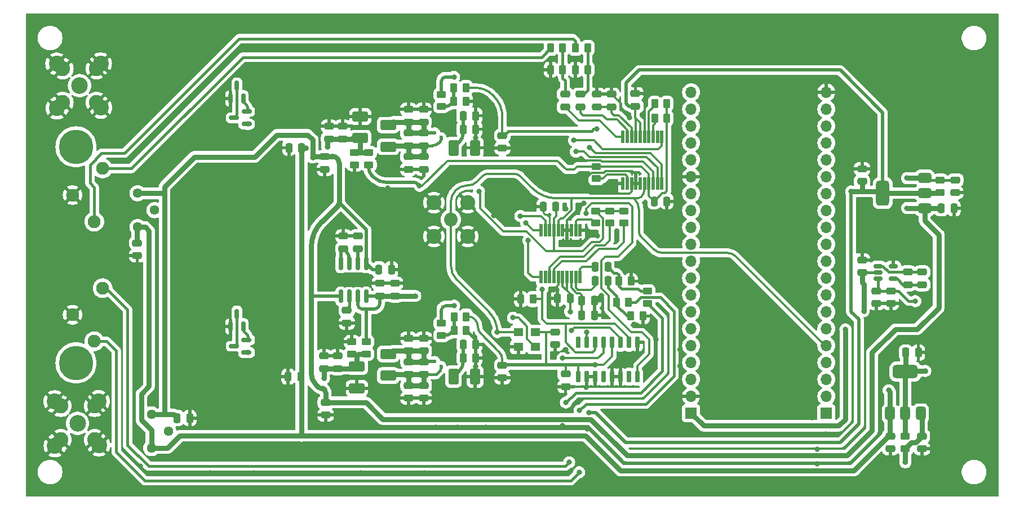
<source format=gbl>
G04 #@! TF.GenerationSoftware,KiCad,Pcbnew,8.0.1*
G04 #@! TF.CreationDate,2024-10-20T11:35:17+02:00*
G04 #@! TF.ProjectId,MISRC_v2.2,4d495352-435f-4763-922e-322e6b696361,0.3*
G04 #@! TF.SameCoordinates,Original*
G04 #@! TF.FileFunction,Copper,L2,Bot*
G04 #@! TF.FilePolarity,Positive*
%FSLAX46Y46*%
G04 Gerber Fmt 4.6, Leading zero omitted, Abs format (unit mm)*
G04 Created by KiCad (PCBNEW 8.0.1) date 2024-10-20 11:35:17*
%MOMM*%
%LPD*%
G01*
G04 APERTURE LIST*
G04 Aperture macros list*
%AMRoundRect*
0 Rectangle with rounded corners*
0 $1 Rounding radius*
0 $2 $3 $4 $5 $6 $7 $8 $9 X,Y pos of 4 corners*
0 Add a 4 corners polygon primitive as box body*
4,1,4,$2,$3,$4,$5,$6,$7,$8,$9,$2,$3,0*
0 Add four circle primitives for the rounded corners*
1,1,$1+$1,$2,$3*
1,1,$1+$1,$4,$5*
1,1,$1+$1,$6,$7*
1,1,$1+$1,$8,$9*
0 Add four rect primitives between the rounded corners*
20,1,$1+$1,$2,$3,$4,$5,0*
20,1,$1+$1,$4,$5,$6,$7,0*
20,1,$1+$1,$6,$7,$8,$9,0*
20,1,$1+$1,$8,$9,$2,$3,0*%
G04 Aperture macros list end*
G04 #@! TA.AperFunction,ComponentPad*
%ADD10C,1.950000*%
G04 #@! TD*
G04 #@! TA.AperFunction,ComponentPad*
%ADD11C,5.175000*%
G04 #@! TD*
G04 #@! TA.AperFunction,ComponentPad*
%ADD12C,2.050000*%
G04 #@! TD*
G04 #@! TA.AperFunction,ComponentPad*
%ADD13C,2.250000*%
G04 #@! TD*
G04 #@! TA.AperFunction,ComponentPad*
%ADD14C,1.440000*%
G04 #@! TD*
G04 #@! TA.AperFunction,ComponentPad*
%ADD15R,1.700000X1.700000*%
G04 #@! TD*
G04 #@! TA.AperFunction,ComponentPad*
%ADD16O,1.700000X1.700000*%
G04 #@! TD*
G04 #@! TA.AperFunction,ComponentPad*
%ADD17C,2.500000*%
G04 #@! TD*
G04 #@! TA.AperFunction,ComponentPad*
%ADD18C,2.400000*%
G04 #@! TD*
G04 #@! TA.AperFunction,SMDPad,CuDef*
%ADD19RoundRect,0.250000X-0.250000X-0.475000X0.250000X-0.475000X0.250000X0.475000X-0.250000X0.475000X0*%
G04 #@! TD*
G04 #@! TA.AperFunction,SMDPad,CuDef*
%ADD20RoundRect,0.250001X-0.924999X0.499999X-0.924999X-0.499999X0.924999X-0.499999X0.924999X0.499999X0*%
G04 #@! TD*
G04 #@! TA.AperFunction,SMDPad,CuDef*
%ADD21RoundRect,0.250000X-0.475000X0.250000X-0.475000X-0.250000X0.475000X-0.250000X0.475000X0.250000X0*%
G04 #@! TD*
G04 #@! TA.AperFunction,SMDPad,CuDef*
%ADD22RoundRect,0.250000X0.475000X-0.250000X0.475000X0.250000X-0.475000X0.250000X-0.475000X-0.250000X0*%
G04 #@! TD*
G04 #@! TA.AperFunction,SMDPad,CuDef*
%ADD23RoundRect,0.250000X-0.262500X-0.450000X0.262500X-0.450000X0.262500X0.450000X-0.262500X0.450000X0*%
G04 #@! TD*
G04 #@! TA.AperFunction,SMDPad,CuDef*
%ADD24R,1.400000X1.200000*%
G04 #@! TD*
G04 #@! TA.AperFunction,SMDPad,CuDef*
%ADD25RoundRect,0.150000X0.150000X-0.587500X0.150000X0.587500X-0.150000X0.587500X-0.150000X-0.587500X0*%
G04 #@! TD*
G04 #@! TA.AperFunction,SMDPad,CuDef*
%ADD26RoundRect,0.250000X-0.450000X0.262500X-0.450000X-0.262500X0.450000X-0.262500X0.450000X0.262500X0*%
G04 #@! TD*
G04 #@! TA.AperFunction,SMDPad,CuDef*
%ADD27RoundRect,0.250000X0.262500X0.450000X-0.262500X0.450000X-0.262500X-0.450000X0.262500X-0.450000X0*%
G04 #@! TD*
G04 #@! TA.AperFunction,SMDPad,CuDef*
%ADD28RoundRect,0.375000X0.375000X-0.625000X0.375000X0.625000X-0.375000X0.625000X-0.375000X-0.625000X0*%
G04 #@! TD*
G04 #@! TA.AperFunction,SMDPad,CuDef*
%ADD29RoundRect,0.500000X1.400000X-0.500000X1.400000X0.500000X-1.400000X0.500000X-1.400000X-0.500000X0*%
G04 #@! TD*
G04 #@! TA.AperFunction,SMDPad,CuDef*
%ADD30RoundRect,0.150000X0.150000X-0.825000X0.150000X0.825000X-0.150000X0.825000X-0.150000X-0.825000X0*%
G04 #@! TD*
G04 #@! TA.AperFunction,HeatsinkPad*
%ADD31R,3.000000X2.290000*%
G04 #@! TD*
G04 #@! TA.AperFunction,SMDPad,CuDef*
%ADD32RoundRect,0.250001X0.924999X-0.499999X0.924999X0.499999X-0.924999X0.499999X-0.924999X-0.499999X0*%
G04 #@! TD*
G04 #@! TA.AperFunction,SMDPad,CuDef*
%ADD33RoundRect,0.250000X0.450000X-0.262500X0.450000X0.262500X-0.450000X0.262500X-0.450000X-0.262500X0*%
G04 #@! TD*
G04 #@! TA.AperFunction,SMDPad,CuDef*
%ADD34RoundRect,0.250000X0.250000X0.475000X-0.250000X0.475000X-0.250000X-0.475000X0.250000X-0.475000X0*%
G04 #@! TD*
G04 #@! TA.AperFunction,SMDPad,CuDef*
%ADD35RoundRect,0.375000X0.625000X0.375000X-0.625000X0.375000X-0.625000X-0.375000X0.625000X-0.375000X0*%
G04 #@! TD*
G04 #@! TA.AperFunction,SMDPad,CuDef*
%ADD36RoundRect,0.500000X0.500000X1.400000X-0.500000X1.400000X-0.500000X-1.400000X0.500000X-1.400000X0*%
G04 #@! TD*
G04 #@! TA.AperFunction,SMDPad,CuDef*
%ADD37RoundRect,0.250001X-0.499999X-0.924999X0.499999X-0.924999X0.499999X0.924999X-0.499999X0.924999X0*%
G04 #@! TD*
G04 #@! TA.AperFunction,SMDPad,CuDef*
%ADD38RoundRect,0.150000X-0.512500X-0.150000X0.512500X-0.150000X0.512500X0.150000X-0.512500X0.150000X0*%
G04 #@! TD*
G04 #@! TA.AperFunction,SMDPad,CuDef*
%ADD39RoundRect,0.150000X0.587500X0.150000X-0.587500X0.150000X-0.587500X-0.150000X0.587500X-0.150000X0*%
G04 #@! TD*
G04 #@! TA.AperFunction,SMDPad,CuDef*
%ADD40RoundRect,0.150000X-0.150000X0.725000X-0.150000X-0.725000X0.150000X-0.725000X0.150000X0.725000X0*%
G04 #@! TD*
G04 #@! TA.AperFunction,SMDPad,CuDef*
%ADD41RoundRect,0.028800X0.211200X-0.921200X0.211200X0.921200X-0.211200X0.921200X-0.211200X-0.921200X0*%
G04 #@! TD*
G04 #@! TA.AperFunction,SMDPad,CuDef*
%ADD42RoundRect,0.028800X-0.211200X0.921200X-0.211200X-0.921200X0.211200X-0.921200X0.211200X0.921200X0*%
G04 #@! TD*
G04 #@! TA.AperFunction,ViaPad*
%ADD43C,0.800000*%
G04 #@! TD*
G04 #@! TA.AperFunction,ViaPad*
%ADD44C,0.600000*%
G04 #@! TD*
G04 #@! TA.AperFunction,Conductor*
%ADD45C,0.320000*%
G04 #@! TD*
G04 #@! TA.AperFunction,Conductor*
%ADD46C,0.750000*%
G04 #@! TD*
G04 #@! TA.AperFunction,Conductor*
%ADD47C,0.500000*%
G04 #@! TD*
G04 #@! TA.AperFunction,Conductor*
%ADD48C,0.400000*%
G04 #@! TD*
G04 #@! TA.AperFunction,Conductor*
%ADD49C,0.240000*%
G04 #@! TD*
G04 #@! TA.AperFunction,Conductor*
%ADD50C,0.800000*%
G04 #@! TD*
G04 APERTURE END LIST*
D10*
X67650000Y-90550000D03*
X72150000Y-86550000D03*
X70900000Y-94550000D03*
X67650000Y-108550000D03*
X72150000Y-104550000D03*
X70900000Y-112550000D03*
D11*
X68150000Y-83300000D03*
X68150000Y-115800000D03*
D12*
X68410000Y-124830000D03*
D13*
X65870000Y-122290000D03*
X65870000Y-127370000D03*
X70950000Y-122290000D03*
X70950000Y-127370000D03*
D12*
X124460000Y-94234000D03*
D13*
X121920000Y-91694000D03*
X121920000Y-96774000D03*
X127000000Y-91694000D03*
X127000000Y-96774000D03*
D14*
X77400000Y-90270000D03*
X79940000Y-92810000D03*
X77400000Y-95350000D03*
D12*
X68710000Y-74070000D03*
D13*
X66170000Y-71530000D03*
X66170000Y-76610000D03*
X71250000Y-71530000D03*
X71250000Y-76610000D03*
D15*
X180883750Y-123350000D03*
D16*
X180883750Y-120810000D03*
X180883750Y-118270000D03*
X180883750Y-115730000D03*
X180883750Y-113190000D03*
X180883750Y-110650000D03*
X180883750Y-108110000D03*
X180883750Y-105570000D03*
X180883750Y-103030000D03*
X180883750Y-100490000D03*
X180883750Y-97950000D03*
X180883750Y-95410000D03*
X180883750Y-92870000D03*
X180883750Y-90330000D03*
X180883750Y-87790000D03*
X180883750Y-85250000D03*
X180883750Y-82710000D03*
X180883750Y-80170000D03*
X180883750Y-77630000D03*
X180883750Y-75090000D03*
X160563750Y-75090000D03*
X160563750Y-77630000D03*
X160563750Y-80170000D03*
X160563750Y-82710000D03*
X160563750Y-85250000D03*
X160563750Y-87790000D03*
X160563750Y-90330000D03*
X160563750Y-92870000D03*
X160563750Y-95410000D03*
X160563750Y-97950000D03*
X160563750Y-100490000D03*
X160563750Y-103030000D03*
X160563750Y-105570000D03*
X160563750Y-108110000D03*
X160563750Y-110650000D03*
X160563750Y-113190000D03*
X160563750Y-115730000D03*
X160563750Y-118270000D03*
X160563750Y-120810000D03*
D15*
X160563750Y-123350000D03*
D17*
X68390000Y-124880000D03*
D18*
X64950000Y-121600000D03*
X71550000Y-121590000D03*
X64990000Y-128280000D03*
X71600000Y-128170000D03*
D14*
X79475000Y-123525000D03*
X82015000Y-126065000D03*
X79475000Y-128605000D03*
D17*
X68690000Y-74090000D03*
D18*
X65250000Y-70810000D03*
X71850000Y-70800000D03*
X65290000Y-77490000D03*
X71900000Y-77380000D03*
D19*
X100015000Y-117856000D03*
X101915000Y-117856000D03*
D20*
X110363000Y-116358000D03*
X110363000Y-119608000D03*
D19*
X138350000Y-92300000D03*
X140250000Y-92300000D03*
D21*
X132207000Y-81600000D03*
X132207000Y-83500000D03*
D22*
X118097000Y-83119000D03*
X118097000Y-81219000D03*
D23*
X143207100Y-71678800D03*
X145032100Y-71678800D03*
D19*
X198154000Y-92536000D03*
X200054000Y-92536000D03*
D22*
X148590000Y-77287200D03*
X148590000Y-75387200D03*
X195273928Y-104032933D03*
X195273928Y-102132933D03*
D24*
X137140000Y-113400000D03*
X134600000Y-113400000D03*
X134600000Y-111200000D03*
X137140000Y-111200000D03*
D25*
X93279000Y-75994500D03*
X91379000Y-75994500D03*
X92329000Y-74119500D03*
D21*
X141630400Y-75387200D03*
X141630400Y-77287200D03*
D26*
X112141000Y-84154000D03*
X112141000Y-85979000D03*
D22*
X108839000Y-109789000D03*
X108839000Y-107889000D03*
D21*
X190500000Y-126800000D03*
X190500000Y-128700000D03*
D26*
X192750000Y-126837500D03*
X192750000Y-128662500D03*
D27*
X126769500Y-110871000D03*
X124944500Y-110871000D03*
D21*
X120396000Y-112080000D03*
X120396000Y-113980000D03*
D19*
X126291000Y-80645000D03*
X128191000Y-80645000D03*
D27*
X126756500Y-76454000D03*
X124931500Y-76454000D03*
D19*
X144150000Y-108600000D03*
X146050000Y-108600000D03*
D26*
X148350000Y-92925000D03*
X148350000Y-94750000D03*
D21*
X118097000Y-77663000D03*
X118097000Y-79563000D03*
D22*
X186250000Y-102200000D03*
X186250000Y-100300000D03*
D28*
X195050000Y-123400000D03*
X192750000Y-123400000D03*
D29*
X192750000Y-117100000D03*
D28*
X190450000Y-123400000D03*
D21*
X195250000Y-126800000D03*
X195250000Y-128700000D03*
D22*
X118110000Y-121092000D03*
X118110000Y-119192000D03*
D26*
X150450000Y-92925000D03*
X150450000Y-94750000D03*
D21*
X140150000Y-111150000D03*
X140150000Y-113050000D03*
D25*
X93279000Y-110290000D03*
X91379000Y-110290000D03*
X92329000Y-108415000D03*
D21*
X105537000Y-84775000D03*
X105537000Y-86675000D03*
X120383000Y-77663000D03*
X120383000Y-79563000D03*
D30*
X111748000Y-105788000D03*
X110478000Y-105788000D03*
X109208000Y-105788000D03*
X107938000Y-105788000D03*
X107938000Y-100838000D03*
X109208000Y-100838000D03*
X110478000Y-100838000D03*
X111748000Y-100838000D03*
D31*
X109843000Y-103313000D03*
D21*
X143916400Y-75387200D03*
X143916400Y-77287200D03*
D32*
X115049000Y-83286000D03*
X115049000Y-80036000D03*
D21*
X200250000Y-88300000D03*
X200250000Y-90200000D03*
D33*
X154000000Y-106825000D03*
X154000000Y-105000000D03*
D26*
X123063000Y-109831500D03*
X123063000Y-111656500D03*
D19*
X126304000Y-113030000D03*
X128204000Y-113030000D03*
X144150000Y-106450000D03*
X146050000Y-106450000D03*
D34*
X148050000Y-103500000D03*
X146150000Y-103500000D03*
D23*
X139447900Y-71678800D03*
X141272900Y-71678800D03*
X139447900Y-68427600D03*
X141272900Y-68427600D03*
D22*
X120396000Y-121092000D03*
X120396000Y-119192000D03*
X152196800Y-77200800D03*
X152196800Y-75300800D03*
D27*
X126756500Y-74422000D03*
X124931500Y-74422000D03*
D21*
X77350000Y-97750000D03*
X77350000Y-99650000D03*
D27*
X153325000Y-108750000D03*
X151500000Y-108750000D03*
D22*
X106172000Y-82103000D03*
X106172000Y-80203000D03*
D35*
X195650000Y-87950000D03*
X195650000Y-90250000D03*
D36*
X189350000Y-90250000D03*
D35*
X195650000Y-92550000D03*
D19*
X126304000Y-115062000D03*
X128204000Y-115062000D03*
D34*
X156900000Y-91500000D03*
X155000000Y-91500000D03*
D22*
X120383000Y-86675000D03*
X120383000Y-84775000D03*
D21*
X118110000Y-112080000D03*
X118110000Y-113980000D03*
D27*
X156919300Y-76809600D03*
X155094300Y-76809600D03*
D26*
X123050000Y-75414500D03*
X123050000Y-77239500D03*
D27*
X151525000Y-103500000D03*
X149700000Y-103500000D03*
X126769500Y-108839000D03*
X124944500Y-108839000D03*
X156919300Y-78994000D03*
X155094300Y-78994000D03*
D22*
X186250000Y-88500000D03*
X186250000Y-86600000D03*
D21*
X132207000Y-116144000D03*
X132207000Y-118044000D03*
D33*
X111760000Y-114450500D03*
X111760000Y-112625500D03*
D22*
X120383000Y-83119000D03*
X120383000Y-81219000D03*
D21*
X110490000Y-96713000D03*
X110490000Y-98613000D03*
D32*
X115062000Y-117703000D03*
X115062000Y-114453000D03*
D37*
X124867000Y-117856000D03*
X128117000Y-117856000D03*
D38*
X188675428Y-103143933D03*
X188675428Y-102193933D03*
X188675428Y-101243933D03*
X190950428Y-101243933D03*
X190950428Y-103143933D03*
D22*
X190584428Y-106843933D03*
X190584428Y-104943933D03*
D33*
X198000000Y-90162500D03*
X198000000Y-88337500D03*
D32*
X110871000Y-81990000D03*
X110871000Y-78740000D03*
D39*
X93774500Y-112334000D03*
X93774500Y-114234000D03*
X91899500Y-113284000D03*
D40*
X143630000Y-112725000D03*
X144900000Y-112725000D03*
X146170000Y-112725000D03*
X147440000Y-112725000D03*
X148710000Y-112725000D03*
X149980000Y-112725000D03*
X151250000Y-112725000D03*
X152520000Y-112725000D03*
X152520000Y-117875000D03*
X151250000Y-117875000D03*
X149980000Y-117875000D03*
X148710000Y-117875000D03*
X147440000Y-117875000D03*
X146170000Y-117875000D03*
X144900000Y-117875000D03*
X143630000Y-117875000D03*
D34*
X142400000Y-106100000D03*
X140500000Y-106100000D03*
D22*
X105410000Y-116647000D03*
X105410000Y-114747000D03*
X146405600Y-77287200D03*
X146405600Y-75387200D03*
D33*
X146304000Y-88085300D03*
X146304000Y-86260300D03*
D34*
X148050000Y-101350000D03*
X146150000Y-101350000D03*
D33*
X146200000Y-94775000D03*
X146200000Y-92950000D03*
D23*
X134987500Y-106200000D03*
X136812500Y-106200000D03*
D33*
X109982000Y-86002500D03*
X109982000Y-84177500D03*
D23*
X143207100Y-68427600D03*
X145032100Y-68427600D03*
D22*
X188425428Y-106843933D03*
X188425428Y-104943933D03*
D34*
X115550000Y-101750000D03*
X113650000Y-101750000D03*
D41*
X143875000Y-102870000D03*
X143225000Y-102870000D03*
X142575000Y-102870000D03*
X141925000Y-102870000D03*
X141275000Y-102870000D03*
X140625000Y-102870000D03*
X139975000Y-102870000D03*
X139325000Y-102870000D03*
X138675000Y-102870000D03*
X138025000Y-102870000D03*
X138025000Y-95860000D03*
X138675000Y-95860000D03*
X139325000Y-95860000D03*
X139975000Y-95860000D03*
X140625000Y-95860000D03*
X141275000Y-95860000D03*
X141925000Y-95860000D03*
X142575000Y-95860000D03*
X143225000Y-95860000D03*
X143875000Y-95860000D03*
D39*
X93780000Y-77978000D03*
X93780000Y-79878000D03*
X91905000Y-78928000D03*
D22*
X118097000Y-86675000D03*
X118097000Y-84775000D03*
D27*
X151175000Y-106700000D03*
X149350000Y-106700000D03*
D21*
X141700000Y-117450000D03*
X141700000Y-119350000D03*
D22*
X120396000Y-117536000D03*
X120396000Y-115636000D03*
X108204000Y-82103000D03*
X108204000Y-80203000D03*
D19*
X192800000Y-114250000D03*
X194700000Y-114250000D03*
D22*
X107442000Y-116647000D03*
X107442000Y-114747000D03*
D19*
X126291000Y-78613000D03*
X128191000Y-78613000D03*
D21*
X105664000Y-121732000D03*
X105664000Y-123632000D03*
D42*
X150317200Y-81788400D03*
X150967200Y-81788400D03*
X151617200Y-81788400D03*
X152267200Y-81788400D03*
X152917200Y-81788400D03*
X153567200Y-81788400D03*
X154217200Y-81788400D03*
X154867200Y-81788400D03*
X155517200Y-81788400D03*
X156167200Y-81788400D03*
X156167200Y-88798400D03*
X155517200Y-88798400D03*
X154867200Y-88798400D03*
X154217200Y-88798400D03*
X153567200Y-88798400D03*
X152917200Y-88798400D03*
X152267200Y-88798400D03*
X151617200Y-88798400D03*
X150967200Y-88798400D03*
X150317200Y-88798400D03*
D19*
X100142000Y-83439000D03*
X102042000Y-83439000D03*
D22*
X118110000Y-117536000D03*
X118110000Y-115636000D03*
D37*
X124854000Y-83439000D03*
X128104000Y-83439000D03*
D22*
X116078000Y-105725000D03*
X116078000Y-103825000D03*
D19*
X83350000Y-124100000D03*
X85250000Y-124100000D03*
D26*
X109601000Y-112625500D03*
X109601000Y-114450500D03*
D22*
X193114928Y-104032933D03*
X193114928Y-102132933D03*
X113792000Y-105725000D03*
X113792000Y-103825000D03*
X108331000Y-98613000D03*
X108331000Y-96713000D03*
D43*
X204250000Y-119750000D03*
X183250000Y-107500000D03*
X186250000Y-92500000D03*
X185000000Y-78250000D03*
X143250000Y-73750000D03*
D44*
X149500000Y-96750000D03*
D43*
X180750000Y-126500000D03*
X179500000Y-128750000D03*
X179500000Y-131000000D03*
X189750000Y-133000000D03*
X202250000Y-126000000D03*
X199250000Y-124000000D03*
X175500000Y-69000000D03*
X178750000Y-66000000D03*
X181500000Y-69500000D03*
X182750000Y-66000000D03*
X194250000Y-66250000D03*
X189000000Y-66000000D03*
X197000000Y-69000000D03*
X191750000Y-69000000D03*
X186250000Y-69000000D03*
X186250000Y-84750000D03*
X191250000Y-85000000D03*
X196750000Y-85000000D03*
X204000000Y-85500000D03*
X204750000Y-100000000D03*
X203750000Y-109500000D03*
X194250000Y-108750000D03*
X192000000Y-99250000D03*
X196250000Y-98750000D03*
X203500000Y-114250000D03*
X194250000Y-99750000D03*
X200500000Y-101000000D03*
X203750000Y-91250000D03*
X203750000Y-77250000D03*
X192250000Y-96500000D03*
X197250000Y-77250000D03*
X191750000Y-77250000D03*
X194500000Y-79250000D03*
X194500000Y-73750000D03*
D44*
X179000000Y-105750000D03*
D43*
X163750000Y-121000000D03*
X163250000Y-118500000D03*
X165750000Y-118500000D03*
X164750000Y-116250000D03*
X167500000Y-115750000D03*
X164750000Y-114250000D03*
X169500000Y-113500000D03*
X167250000Y-112250000D03*
X164250000Y-111750000D03*
D44*
X158750000Y-116250000D03*
X158750000Y-113750000D03*
D43*
X154500000Y-124500000D03*
X153500000Y-103250000D03*
X153250000Y-99500000D03*
X154000000Y-101250000D03*
X155250000Y-102750000D03*
X157000000Y-101000000D03*
X158000000Y-121250000D03*
D44*
X158250000Y-119250000D03*
D43*
X155250000Y-112250000D03*
X158500000Y-106500000D03*
X158000000Y-104250000D03*
X158500000Y-75500000D03*
X158500000Y-94750000D03*
X158500000Y-92250000D03*
X158500000Y-89500000D03*
X158500000Y-87000000D03*
X158500000Y-83500000D03*
X158500000Y-81000000D03*
X158500000Y-78500000D03*
X146431000Y-80619600D03*
X132461000Y-81534000D03*
X132207000Y-116078000D03*
X146177000Y-116078000D03*
X99060000Y-99822000D03*
X82931000Y-96393000D03*
X169000000Y-99000000D03*
X179065989Y-133965791D03*
X124350000Y-132400000D03*
X178750000Y-103750000D03*
X125526800Y-129235200D03*
X144424400Y-89357200D03*
X145300000Y-135100000D03*
X69000000Y-129400000D03*
X115000000Y-89500000D03*
X105537000Y-102489000D03*
X127762000Y-99314000D03*
X168000000Y-102250000D03*
X205232000Y-128397000D03*
X126492000Y-107061000D03*
X128397000Y-120015000D03*
X64650000Y-92300000D03*
X81915000Y-69469000D03*
X90170000Y-120777000D03*
X97650000Y-71750000D03*
X194183000Y-134493000D03*
X84600000Y-135000000D03*
X108839000Y-102743000D03*
X85216998Y-81323000D03*
X128397000Y-86995000D03*
X113700000Y-135100000D03*
X178750000Y-83500000D03*
X72750000Y-108500000D03*
X111099600Y-125069600D03*
X178750000Y-93000000D03*
X147100000Y-105700000D03*
X109626400Y-88950800D03*
X178750000Y-124000000D03*
X117856000Y-90678000D03*
X136800000Y-135200000D03*
X69650000Y-106300000D03*
X175750000Y-133500000D03*
X130937000Y-103505000D03*
X169250000Y-95750000D03*
X139850000Y-104800000D03*
X68750000Y-93600000D03*
X155500000Y-96250000D03*
X94488000Y-92583000D03*
X104292400Y-90627200D03*
X168783000Y-64389000D03*
X109855000Y-103886000D03*
X94500000Y-135100000D03*
X169500000Y-105250000D03*
X137000000Y-108000000D03*
X77000000Y-72000000D03*
X65950000Y-105300000D03*
X191500000Y-109000000D03*
X198628000Y-134366000D03*
X141732000Y-92583000D03*
X164000000Y-95750000D03*
X120904000Y-100330000D03*
X90043000Y-78486000D03*
X79375000Y-67945000D03*
X88350000Y-132350000D03*
X119253000Y-75819000D03*
X178750000Y-97500000D03*
X121031000Y-107315000D03*
X122174000Y-125500000D03*
X137922000Y-121539000D03*
X96012000Y-81407000D03*
X123190000Y-88265000D03*
X166750000Y-105250000D03*
X88900000Y-116967000D03*
X110871000Y-103886000D03*
X110871000Y-102743000D03*
X77800000Y-131350000D03*
X163750000Y-105250000D03*
X120850000Y-71650000D03*
X88138000Y-120904000D03*
X74700000Y-65100000D03*
X130937000Y-93599000D03*
X95631000Y-112522000D03*
X119253000Y-122301000D03*
X165500000Y-92500000D03*
X145250000Y-133250000D03*
X163500000Y-108750000D03*
X99187000Y-129286000D03*
X174750000Y-99000000D03*
X117754400Y-97739200D03*
X62865000Y-89408000D03*
X143129000Y-70104000D03*
X152000000Y-110000000D03*
X178750000Y-88250000D03*
X165250000Y-89250000D03*
X138176000Y-64516000D03*
X109220000Y-94869000D03*
X95885000Y-115697000D03*
X114550000Y-100100000D03*
X205359000Y-123825000D03*
X106553000Y-64897000D03*
X182250000Y-134000000D03*
X141250000Y-129250000D03*
X161671000Y-67500000D03*
X95631000Y-110617000D03*
X97500000Y-102500000D03*
X170000000Y-108500000D03*
X151250000Y-115250000D03*
X151333200Y-78892400D03*
X77750000Y-66000000D03*
X117703600Y-95250000D03*
X92583000Y-116840000D03*
X125476000Y-125500000D03*
X144907000Y-66421000D03*
X84000000Y-77250000D03*
X144450000Y-91800000D03*
X95758000Y-94742000D03*
X95377000Y-75946000D03*
X97993200Y-105308400D03*
X157000000Y-97500000D03*
X163000000Y-89250000D03*
X172250000Y-95750000D03*
X112014000Y-89763600D03*
X128184000Y-81956000D03*
X62900000Y-125000000D03*
X98679000Y-82931000D03*
X97650000Y-68400000D03*
X151000000Y-101800000D03*
X95758000Y-106299000D03*
X129750000Y-125500000D03*
X128371600Y-129286000D03*
X165750000Y-102250000D03*
X62700000Y-74800000D03*
X129921000Y-72898000D03*
X98933000Y-124968000D03*
X144750000Y-119500000D03*
X126873000Y-121793000D03*
X83312000Y-73152000D03*
X98679000Y-117221000D03*
X131064000Y-105537000D03*
X171500000Y-99000000D03*
X67100000Y-90550000D03*
X176750000Y-111000000D03*
X90170000Y-74400000D03*
X103900000Y-135100000D03*
X128524000Y-121793000D03*
X83566000Y-107696000D03*
X81534000Y-130050000D03*
X166500000Y-95750000D03*
X94742000Y-128143000D03*
X108839000Y-103886000D03*
X141224000Y-79451200D03*
X178733811Y-85766189D03*
X94615000Y-96774000D03*
X111125000Y-88519000D03*
X71000000Y-64800000D03*
X111300000Y-72450000D03*
X163500000Y-102000000D03*
X149700000Y-101200000D03*
X128184000Y-116373000D03*
X94800000Y-132350000D03*
X109931200Y-128574800D03*
X87757000Y-112903000D03*
X73700000Y-132900000D03*
X178750000Y-90500000D03*
X178750000Y-108750000D03*
X173500000Y-134500000D03*
X93472000Y-100203000D03*
X178750000Y-95250000D03*
X93218000Y-120396000D03*
X106299000Y-88011000D03*
X88646000Y-123952000D03*
X130810000Y-96393000D03*
X87122000Y-99822000D03*
X125300000Y-135100000D03*
X87757000Y-108331000D03*
X142113000Y-89662000D03*
X169700000Y-135400000D03*
X88519000Y-82423000D03*
X99187000Y-90678000D03*
X145000000Y-129159000D03*
X110490000Y-110109000D03*
X82550000Y-65532000D03*
X178750000Y-81000000D03*
X117602000Y-102743000D03*
X84582000Y-116840000D03*
X184200000Y-135400000D03*
X79500000Y-81750000D03*
X173750000Y-102250000D03*
X98100000Y-64700000D03*
X123825000Y-122428000D03*
X118600000Y-64700000D03*
X142036800Y-65176400D03*
X109220000Y-87249000D03*
X178750000Y-119250000D03*
X83000000Y-122000000D03*
X142494000Y-85344000D03*
X82804000Y-103124000D03*
X76750000Y-103900000D03*
X166624000Y-67564000D03*
X156464000Y-64389000D03*
X141250000Y-125250000D03*
X111912400Y-92913200D03*
X166083131Y-108500000D03*
X84709000Y-88265000D03*
X197104000Y-131445000D03*
X178750000Y-113000000D03*
X75750000Y-80250000D03*
X130777513Y-101454932D03*
X169250000Y-92500000D03*
X146450000Y-96650000D03*
X167250000Y-89250000D03*
X145000000Y-125750000D03*
X199390000Y-129286000D03*
X151750000Y-100500000D03*
X140000000Y-121500000D03*
X107696000Y-78740000D03*
X110900000Y-132350000D03*
X127000000Y-103250000D03*
X122021600Y-128574800D03*
X64550000Y-101550000D03*
X128600000Y-68450000D03*
X178750000Y-121750000D03*
X178750000Y-115750000D03*
X114681000Y-87249000D03*
X74750000Y-110500000D03*
X90043000Y-64897000D03*
X70500000Y-133500000D03*
X111750000Y-68300000D03*
X83439000Y-113284000D03*
X154250000Y-95000000D03*
X120450000Y-132350000D03*
X72009000Y-99949000D03*
X163000000Y-83000000D03*
X129794000Y-132400000D03*
X123317000Y-102743000D03*
X93218000Y-83185000D03*
X129794000Y-88900000D03*
X141733811Y-113766189D03*
X128600000Y-64800000D03*
X87630000Y-129794000D03*
X114554000Y-122428000D03*
X109855000Y-102743000D03*
X158600000Y-135400000D03*
X76750000Y-101200000D03*
X178250000Y-77500000D03*
X69000000Y-67250000D03*
X68072000Y-102616000D03*
X186500000Y-108000000D03*
X183750000Y-110750000D03*
X105283000Y-119634000D03*
X193000000Y-92500000D03*
X103700000Y-84900000D03*
X190250000Y-119900000D03*
X101854000Y-117983000D03*
X102743000Y-83439000D03*
X128700000Y-90000000D03*
X119761000Y-89154000D03*
X119126000Y-105725000D03*
X131445000Y-111162617D03*
X141250000Y-115100000D03*
X142595000Y-110900000D03*
X145250000Y-123250000D03*
X184600000Y-90000000D03*
X142400000Y-108100000D03*
X195750000Y-117000000D03*
X193000000Y-88000000D03*
X192750000Y-130750000D03*
X194250000Y-106500000D03*
X105410000Y-118110000D03*
X93980000Y-114173000D03*
X126238000Y-115062000D03*
D44*
X123018011Y-116313937D03*
X122047000Y-115570000D03*
D43*
X105918000Y-83312000D03*
X93980000Y-79878000D03*
X126225000Y-80645000D03*
D44*
X123005011Y-81896937D03*
X122034000Y-81153000D03*
D43*
X144900000Y-111200000D03*
X144800000Y-93300000D03*
X138200000Y-104700000D03*
X123063000Y-111656500D03*
X124968000Y-107188000D03*
X123050000Y-77239500D03*
X124955000Y-72771000D03*
X133800000Y-109000000D03*
X142951200Y-82334000D03*
X143256000Y-84023200D03*
X145338800Y-83362800D03*
X134900000Y-93700000D03*
X135765032Y-94768076D03*
X136100000Y-97400000D03*
X141750000Y-121750000D03*
X142250000Y-130750000D03*
X143750000Y-132250000D03*
X143795172Y-122954828D03*
D45*
X152750000Y-96146447D02*
X152750000Y-92844260D01*
X152000000Y-91033600D02*
X152501600Y-91033600D01*
X152750000Y-92844260D02*
G75*
G03*
X151999988Y-91033612I-2560700J-40D01*
G01*
X142550000Y-91033600D02*
X152000000Y-91033600D01*
X153000000Y-96750000D02*
X154969669Y-98719669D01*
X180552999Y-113052997D02*
G75*
G03*
X180883750Y-113190021I330801J330797D01*
G01*
X166042894Y-99250000D02*
G75*
G02*
X167250002Y-99749998I6J-1707100D01*
G01*
X167250000Y-99750000D02*
X180552998Y-113052998D01*
X154969669Y-98719669D02*
G75*
G03*
X156250000Y-99249988I1280331J1280369D01*
G01*
X156250000Y-99250000D02*
X166042894Y-99250000D01*
X152750000Y-96146447D02*
G75*
G03*
X153000014Y-96749986I853600J47D01*
G01*
D46*
X195650000Y-94400000D02*
X195650000Y-92550000D01*
X197750000Y-96500000D02*
X195650000Y-94400000D01*
X197750000Y-107500000D02*
X197750000Y-96500000D01*
X194500000Y-110750000D02*
X197750000Y-107500000D01*
X191250000Y-110750000D02*
X194500000Y-110750000D01*
X187750000Y-126000000D02*
X187750000Y-114250000D01*
X151000000Y-129750000D02*
X184000000Y-129750000D01*
X145500000Y-124250000D02*
X151000000Y-129750000D01*
X187750000Y-114250000D02*
X191250000Y-110750000D01*
X105410000Y-121732000D02*
X111732000Y-121732000D01*
X111732000Y-121732000D02*
X114250000Y-124250000D01*
X114250000Y-124250000D02*
X145500000Y-124250000D01*
X184000000Y-129750000D02*
X187750000Y-126000000D01*
X144719432Y-126746000D02*
X102024133Y-126746000D01*
X185000000Y-132000000D02*
X149973432Y-132000000D01*
X149973432Y-132000000D02*
X144719432Y-126746000D01*
X190200000Y-126800000D02*
X185000000Y-132000000D01*
D47*
X185750000Y-125000000D02*
X185750000Y-109250000D01*
X184600000Y-108100000D02*
X184600000Y-90000000D01*
X150750000Y-127750000D02*
X183000000Y-127750000D01*
X146250000Y-123250000D02*
X150750000Y-127750000D01*
X145250000Y-123250000D02*
X146250000Y-123250000D01*
X183000000Y-127750000D02*
X185750000Y-125000000D01*
X185750000Y-109250000D02*
X184600000Y-108100000D01*
X145105188Y-116078000D02*
X145090801Y-116078000D01*
X145882070Y-116078000D02*
X145867683Y-116078000D01*
D45*
X127941000Y-109145000D02*
X128097118Y-109301118D01*
D47*
X145896457Y-116078000D02*
X145882070Y-116078000D01*
X141055327Y-116078000D02*
X141012167Y-116078000D01*
X135128000Y-116078000D02*
X133286500Y-116078000D01*
X144220405Y-116078000D02*
X143990218Y-116078000D01*
X139803681Y-116078000D02*
X139961935Y-116078000D01*
D45*
X137140000Y-111200000D02*
X138600000Y-111200000D01*
D47*
X145054834Y-116078000D02*
X144997287Y-116078000D01*
X145918037Y-116078000D02*
X145896457Y-116078000D01*
D45*
X143630000Y-116092936D02*
X143644936Y-116078000D01*
D47*
X140724431Y-116078000D02*
X140580564Y-116078000D01*
X138983640Y-116078000D02*
X138868546Y-116078000D01*
X141170421Y-116078000D02*
X141055327Y-116078000D01*
X145680655Y-116078000D02*
X145601528Y-116078000D01*
X140983393Y-116078000D02*
X140954619Y-116078000D01*
X145220281Y-116078000D02*
X145148348Y-116078000D01*
X145824521Y-116078000D02*
X145752588Y-116078000D01*
X139328919Y-116078000D02*
X139213826Y-116078000D01*
X138177983Y-116078000D02*
X138408171Y-116078000D01*
X141400609Y-116078000D02*
X141285515Y-116078000D01*
X143990218Y-116078000D02*
X143875124Y-116078000D01*
X135128000Y-116078000D02*
X135746629Y-116078000D01*
X145975584Y-116078000D02*
X145918037Y-116078000D01*
X146169806Y-116078000D02*
X146155419Y-116078000D01*
D45*
X148710000Y-112725000D02*
X148710000Y-114790000D01*
D47*
X133286500Y-116078000D02*
X132207000Y-116078000D01*
X145752588Y-116078000D02*
X145680655Y-116078000D01*
X146126645Y-116078000D02*
X146112258Y-116078000D01*
X144795873Y-116078000D02*
X144846227Y-116078000D01*
X141800000Y-116078000D02*
X141573250Y-116078000D01*
X141472542Y-116078000D02*
X141443769Y-116078000D01*
X143644936Y-116078000D02*
X143529842Y-116078000D01*
X143875124Y-116078000D02*
X143760030Y-116078000D01*
X136955113Y-116078000D02*
X137271620Y-116078000D01*
X143529842Y-116078000D02*
X143501069Y-116078000D01*
D45*
X140150000Y-111150000D02*
X140100000Y-111200000D01*
D47*
X137329166Y-116078000D02*
X137300393Y-116078000D01*
X144939740Y-116078000D02*
X144932547Y-116078000D01*
X140868298Y-116078000D02*
X140724431Y-116078000D01*
D45*
X147400000Y-116100000D02*
X147378000Y-116078000D01*
X130937000Y-75692000D02*
X130696017Y-75451017D01*
D47*
X144335499Y-116078000D02*
X144220405Y-116078000D01*
D48*
X145907966Y-80619600D02*
X145603166Y-80924400D01*
D47*
X146141032Y-116078000D02*
X146126645Y-116078000D01*
X140422310Y-116078000D02*
X139961935Y-116078000D01*
D48*
X146431000Y-80619600D02*
X145907966Y-80619600D01*
X145603166Y-80924400D02*
X133070600Y-80924400D01*
D45*
X132207000Y-81100394D02*
X132207000Y-78758051D01*
D47*
X141443769Y-116078000D02*
X141400609Y-116078000D01*
X144932547Y-116078000D02*
X144889387Y-116078000D01*
X146090678Y-116078000D02*
X146112258Y-116078000D01*
D45*
X132428000Y-81567000D02*
X132461000Y-81534000D01*
X135900000Y-115978000D02*
X136000000Y-116078000D01*
D47*
X140868298Y-116078000D02*
X140954619Y-116078000D01*
X141012167Y-116078000D02*
X140983393Y-116078000D01*
D45*
X140150000Y-111250000D02*
X140150000Y-111150000D01*
D47*
X143760030Y-116078000D02*
X143644936Y-116078000D01*
X145090801Y-116078000D02*
X145076414Y-116078000D01*
X136955113Y-116078000D02*
X136350871Y-116078000D01*
X141501315Y-116078000D02*
X141472542Y-116078000D01*
X144565687Y-116078000D02*
X144450593Y-116078000D01*
X139400853Y-116078000D02*
X139372079Y-116078000D01*
X139803681Y-116078000D02*
X139659814Y-116078000D01*
X144889387Y-116078000D02*
X144846227Y-116078000D01*
D45*
X132207000Y-115348201D02*
X132207000Y-116078000D01*
X147378000Y-116078000D02*
X146177000Y-116078000D01*
D47*
X144997287Y-116078000D02*
X144939740Y-116078000D01*
X137329166Y-116078000D02*
X137602514Y-116078000D01*
X141558863Y-116078000D02*
X141530089Y-116078000D01*
X144450593Y-116078000D02*
X144335499Y-116078000D01*
X145292214Y-116078000D02*
X145371341Y-116078000D01*
X139372079Y-116078000D02*
X139328919Y-116078000D01*
X136350871Y-116078000D02*
X136000000Y-116078000D01*
D45*
X132207000Y-116078000D02*
X132207000Y-116144000D01*
D47*
X145076414Y-116078000D02*
X145054834Y-116078000D01*
X139659814Y-116078000D02*
X139515947Y-116078000D01*
D45*
X148710000Y-114790000D02*
X147400000Y-116100000D01*
D47*
X143414750Y-116078000D02*
X141800000Y-116078000D01*
D45*
X128211750Y-74422000D02*
X126756500Y-74422000D01*
D47*
X145292214Y-116078000D02*
X145220281Y-116078000D01*
D45*
X138750000Y-111350000D02*
X138750000Y-115966359D01*
D47*
X140422310Y-116078000D02*
X140580564Y-116078000D01*
X145867683Y-116078000D02*
X145824521Y-116078000D01*
D45*
X128950881Y-111362283D02*
X131690954Y-114102356D01*
D47*
X139213826Y-116078000D02*
X139098733Y-116078000D01*
D45*
X141700000Y-116178000D02*
X141800000Y-116078000D01*
X141700000Y-117450000D02*
X141700000Y-116178000D01*
D47*
X144795873Y-116078000D02*
X144652006Y-116078000D01*
X144652006Y-116078000D02*
X144565687Y-116078000D01*
X146155419Y-116078000D02*
X146141032Y-116078000D01*
X145601528Y-116078000D02*
X145371341Y-116078000D01*
X146090678Y-116078000D02*
X146033131Y-116078000D01*
X141558863Y-116078000D02*
X141573250Y-116078000D01*
X139515947Y-116078000D02*
X139429627Y-116078000D01*
D45*
X143630000Y-117875000D02*
X143630000Y-116092936D01*
D48*
X133070600Y-80924400D02*
X132461000Y-81534000D01*
D47*
X141530089Y-116078000D02*
X141501315Y-116078000D01*
X136000000Y-116078000D02*
X135746629Y-116078000D01*
X143501069Y-116078000D02*
X143443523Y-116078000D01*
X146033131Y-116078000D02*
X145975584Y-116078000D01*
X146169806Y-116078000D02*
X146177000Y-116078000D01*
X139429627Y-116078000D02*
X139400853Y-116078000D01*
D45*
X138750000Y-115966359D02*
X138638359Y-116078000D01*
D47*
X138523265Y-116078000D02*
X138408171Y-116078000D01*
X138868546Y-116078000D02*
X138638359Y-116078000D01*
X138177983Y-116078000D02*
X137602514Y-116078000D01*
X145105188Y-116078000D02*
X145148348Y-116078000D01*
X139098733Y-116078000D02*
X138983640Y-116078000D01*
X143414750Y-116078000D02*
X143443523Y-116078000D01*
X138638359Y-116078000D02*
X138523265Y-116078000D01*
D45*
X132348330Y-81600000D02*
X132207000Y-81600000D01*
D47*
X137300393Y-116078000D02*
X137271620Y-116078000D01*
X141285515Y-116078000D02*
X141170421Y-116078000D01*
D45*
X140100000Y-111200000D02*
X138600000Y-111200000D01*
X132461000Y-81534000D02*
X132334000Y-81407000D01*
X127202250Y-108839000D02*
X126769500Y-108839000D01*
X132207000Y-115348201D02*
G75*
G03*
X131690956Y-114102354I-1761900J1D01*
G01*
X132348330Y-81600000D02*
G75*
G03*
X132427991Y-81566991I-30J112700D01*
G01*
X132207000Y-81100394D02*
G75*
G03*
X132333998Y-81407002I433600J-6D01*
G01*
X128524000Y-110331701D02*
G75*
G03*
X128097126Y-109301110I-1457500J1D01*
G01*
X127202250Y-108839000D02*
G75*
G02*
X127941014Y-109144986I50J-1044700D01*
G01*
X128211750Y-74422000D02*
G75*
G02*
X130696045Y-75450989I50J-3513300D01*
G01*
X128524000Y-110331701D02*
G75*
G03*
X128950874Y-111362290I1457500J1D01*
G01*
X130937000Y-75692000D02*
G75*
G02*
X132207020Y-78758051I-3066100J-3066100D01*
G01*
X153365200Y-85496400D02*
X154867200Y-86998400D01*
X147015200Y-75300800D02*
X148503600Y-75300800D01*
X145594402Y-87212800D02*
X147459009Y-87212800D01*
D48*
X128184000Y-116373000D02*
X128184000Y-117741623D01*
D49*
X139325000Y-95860000D02*
X139325000Y-93525000D01*
D45*
X151333200Y-78892400D02*
X151333200Y-78883200D01*
D48*
X128184000Y-116373000D02*
X128184000Y-115096142D01*
D45*
X151617200Y-89987600D02*
X151617200Y-88798400D01*
X148503600Y-75300800D02*
X148590000Y-75387200D01*
X147459009Y-87212800D02*
X147703410Y-86968400D01*
X142494000Y-85344000D02*
X146969798Y-85344000D01*
X153300800Y-75300800D02*
X153567200Y-75567200D01*
D48*
X128150500Y-117822500D02*
X128117000Y-117856000D01*
D45*
X144424400Y-89357200D02*
X145389600Y-90322400D01*
X140625000Y-102870000D02*
X140625000Y-104025000D01*
X144450000Y-91800000D02*
X141925000Y-94325000D01*
D47*
X128204000Y-112305500D02*
X126769500Y-110871000D01*
X128204000Y-113030000D02*
X128204000Y-112305500D01*
D46*
X146350000Y-106450000D02*
X147100000Y-105700000D01*
D45*
X144424400Y-88382802D02*
X145594402Y-87212800D01*
X154867200Y-86998400D02*
X154867200Y-88798400D01*
X151333200Y-78883200D02*
X150000000Y-77550000D01*
D49*
X138350000Y-92300000D02*
X138350000Y-93200000D01*
D45*
X150000000Y-77550000D02*
X150000000Y-76797200D01*
X152196800Y-75300800D02*
X153300800Y-75300800D01*
X144424400Y-89357200D02*
X144424400Y-88382802D01*
X140625000Y-104025000D02*
X139850000Y-104800000D01*
X141925000Y-94325000D02*
X141925000Y-95860000D01*
D49*
X138600000Y-93450000D02*
X139250000Y-93450000D01*
D45*
X146969798Y-85344000D02*
X147122198Y-85496400D01*
X151282400Y-90322400D02*
X151617200Y-89987600D01*
X147703410Y-86968400D02*
X151758000Y-86968400D01*
X150000000Y-76797200D02*
X148590000Y-75387200D01*
X152267200Y-87477600D02*
X152267200Y-88798400D01*
D47*
X128204000Y-115047857D02*
X128204000Y-113030000D01*
D49*
X139325000Y-93525000D02*
X139250000Y-93450000D01*
D45*
X147122198Y-85496400D02*
X153365200Y-85496400D01*
X151758000Y-86968400D02*
X152267200Y-87477600D01*
D46*
X146050000Y-106450000D02*
X146350000Y-106450000D01*
D47*
X128191000Y-78613000D02*
X128191000Y-80645000D01*
D49*
X138350000Y-93200000D02*
X138600000Y-93450000D01*
D45*
X145389600Y-90322400D02*
X151282400Y-90322400D01*
X153567200Y-75567200D02*
X153567200Y-81788400D01*
D48*
X128150499Y-117822499D02*
G75*
G03*
X128184009Y-117741623I-80899J80899D01*
G01*
X128194000Y-115072000D02*
G75*
G03*
X128184018Y-115096142I24100J-24100D01*
G01*
D47*
X128194000Y-115072000D02*
G75*
G03*
X128203982Y-115047857I-24100J24100D01*
G01*
D46*
X182750000Y-125250000D02*
X162463750Y-125250000D01*
X183750000Y-124250000D02*
X182750000Y-125250000D01*
D48*
X186256067Y-102193933D02*
X186250000Y-102200000D01*
D46*
X162463750Y-125250000D02*
X160563750Y-123350000D01*
D48*
X188675428Y-102193933D02*
X186256067Y-102193933D01*
D46*
X186500000Y-104000000D02*
X186250000Y-103750000D01*
X183750000Y-110750000D02*
X183750000Y-124250000D01*
X186500000Y-108000000D02*
X186500000Y-104000000D01*
X186250000Y-103750000D02*
X186250000Y-102200000D01*
X85940000Y-84800000D02*
X81450000Y-89290000D01*
D47*
X111748000Y-100838000D02*
X111748000Y-95746000D01*
D46*
X81450000Y-90150000D02*
X81450000Y-123525000D01*
X105098792Y-94545206D02*
X107516394Y-92127605D01*
X105664000Y-120284407D02*
X105664000Y-121732000D01*
D47*
X111748000Y-95746000D02*
X107696000Y-91694000D01*
D46*
X82775000Y-123525000D02*
X80797000Y-123525000D01*
D47*
X107938000Y-105788000D02*
X103541319Y-105788000D01*
D46*
X106632199Y-84775000D02*
X106697224Y-84709975D01*
X103000000Y-81500000D02*
X98300000Y-81500000D01*
X195600000Y-92500000D02*
X195650000Y-92550000D01*
X80797000Y-123525000D02*
X79475000Y-123525000D01*
D47*
X112660000Y-101750000D02*
X111748000Y-100838000D01*
D46*
X195650000Y-92550000D02*
X198140000Y-92550000D01*
X105537000Y-84775000D02*
X103825000Y-84775000D01*
X193000000Y-92500000D02*
X195600000Y-92500000D01*
X105473500Y-119824500D02*
X105283000Y-119634000D01*
X77400000Y-90270000D02*
X81330000Y-90270000D01*
D47*
X113650000Y-101750000D02*
X112660000Y-101750000D01*
D46*
X105029000Y-119634000D02*
X105283000Y-119634000D01*
X83350000Y-124100000D02*
X82775000Y-123525000D01*
X98300000Y-81500000D02*
X95000000Y-84800000D01*
X103700000Y-82200000D02*
X103000000Y-81500000D01*
X103505000Y-105751681D02*
X103505000Y-105576318D01*
X107696000Y-85793012D02*
X107696000Y-91694000D01*
X81330000Y-90270000D02*
X81450000Y-90150000D01*
X198140000Y-92550000D02*
X198154000Y-92536000D01*
X103505000Y-117465974D02*
X103505000Y-105751681D01*
X95000000Y-84800000D02*
X85940000Y-84800000D01*
X103825000Y-84775000D02*
X103700000Y-84900000D01*
X81450000Y-89290000D02*
X81450000Y-90150000D01*
X104140000Y-118999000D02*
X104595394Y-119454394D01*
D47*
X103541319Y-105788000D02*
X103505000Y-105751681D01*
D46*
X103700000Y-82200000D02*
X103700000Y-84900000D01*
X105537000Y-84775000D02*
X106632199Y-84775000D01*
X103505000Y-105576318D02*
X103505000Y-98392963D01*
X106697224Y-84709976D02*
G75*
G02*
X107378506Y-85026494I-96524J-1099224D01*
G01*
X103505000Y-117465974D02*
G75*
G03*
X104139992Y-118999008I2168000J-26D01*
G01*
X107378500Y-85026500D02*
G75*
G02*
X107695994Y-85793012I-766500J-766500D01*
G01*
X105098792Y-94545206D02*
G75*
G03*
X103504988Y-98392963I3847808J-3847794D01*
G01*
X107516394Y-92127605D02*
G75*
G03*
X107696002Y-91694000I-433594J433605D01*
G01*
X104595394Y-119454394D02*
G75*
G03*
X105029000Y-119634003I433606J433594D01*
G01*
X105473499Y-119824501D02*
G75*
G02*
X105663996Y-120284407I-459899J-459899D01*
G01*
X79121000Y-119329000D02*
X78000000Y-120450000D01*
X78550000Y-95350000D02*
X79121000Y-95921000D01*
D50*
X102042000Y-117381000D02*
X102042000Y-126641866D01*
D46*
X190450000Y-126750000D02*
X190500000Y-126800000D01*
X81895000Y-128605000D02*
X79475000Y-128605000D01*
X102024133Y-126746000D02*
X101937866Y-126746000D01*
D50*
X101948000Y-117889000D02*
X101854000Y-117983000D01*
D46*
X101937866Y-126746000D02*
X83754000Y-126746000D01*
X77400000Y-95350000D02*
X78550000Y-95350000D01*
D50*
X102042000Y-116553000D02*
X102042000Y-117381000D01*
D46*
X78000000Y-124400000D02*
X79475000Y-125875000D01*
X77350000Y-95400000D02*
X77400000Y-95350000D01*
X79121000Y-95921000D02*
X79121000Y-119329000D01*
X83754000Y-126746000D02*
X81895000Y-128605000D01*
X79475000Y-125875000D02*
X79475000Y-128605000D01*
X190250000Y-119900000D02*
X190450000Y-120100000D01*
X190450000Y-123400000D02*
X190500000Y-123450000D01*
D50*
X102042000Y-117381000D02*
X102042000Y-116553000D01*
D46*
X190500000Y-126800000D02*
X190200000Y-126800000D01*
D50*
X102042000Y-117381000D02*
X102042000Y-117662063D01*
D46*
X78000000Y-120450000D02*
X78000000Y-124400000D01*
X77350000Y-97750000D02*
X77350000Y-95400000D01*
D50*
X102042000Y-83439000D02*
X102042000Y-116553000D01*
X102042000Y-83439000D02*
X102743000Y-83439000D01*
D46*
X190450000Y-123400000D02*
X190450000Y-126750000D01*
X190450000Y-120100000D02*
X190450000Y-123400000D01*
X101937866Y-126746000D02*
G75*
G03*
X102011510Y-126715510I34J104100D01*
G01*
D50*
X102042000Y-126641866D02*
G75*
G02*
X102011510Y-126715510I-104100J-34D01*
G01*
X102042000Y-117662063D02*
G75*
G02*
X101948011Y-117889011I-320900J-37D01*
G01*
X102011500Y-126715500D02*
G75*
G03*
X102024133Y-126745919I12600J-12600D01*
G01*
X102042000Y-117381000D02*
X102042000Y-117381000D01*
D47*
X110478000Y-107025107D02*
X110478000Y-105788000D01*
D45*
X156919300Y-78994000D02*
X156919300Y-76809600D01*
X147300000Y-97150000D02*
X146850000Y-97600000D01*
X156919300Y-76860400D02*
X156970100Y-76809600D01*
D47*
X114742630Y-88646000D02*
X118893789Y-88646000D01*
D45*
X154217200Y-88798400D02*
X154217200Y-90717200D01*
X140300000Y-93750000D02*
X140300000Y-92550000D01*
X135800000Y-96000000D02*
X138800000Y-99000000D01*
X156919300Y-89930700D02*
X156919300Y-78994000D01*
D47*
X111811000Y-105725000D02*
X111748000Y-105788000D01*
D45*
X147300000Y-94050000D02*
X147300000Y-97150000D01*
X123952000Y-85394800D02*
X120192800Y-89154000D01*
X120192800Y-89154000D02*
X119761000Y-89154000D01*
X128700000Y-90000000D02*
X128850000Y-90150000D01*
D47*
X119761000Y-89154000D02*
X119507000Y-88900000D01*
D45*
X146304000Y-86260300D02*
X143457300Y-86260300D01*
X155000000Y-91500000D02*
X156250000Y-90250000D01*
D47*
X112903000Y-87884000D02*
X112545111Y-87526111D01*
X111454446Y-107696000D02*
X111148892Y-107696000D01*
D45*
X153060400Y-86258400D02*
X146305900Y-86258400D01*
X128850000Y-92544376D02*
X132305624Y-96000000D01*
X128850000Y-90150000D02*
X128850000Y-92544376D01*
D47*
X113792000Y-105725000D02*
X111811000Y-105725000D01*
D45*
X139975000Y-99000000D02*
X139975000Y-95860000D01*
X139975000Y-94075000D02*
X140300000Y-93750000D01*
X140512800Y-85394800D02*
X123952000Y-85394800D01*
X156600000Y-90250000D02*
X156919300Y-89930700D01*
X146850000Y-97600000D02*
X145650000Y-97600000D01*
X146304000Y-86260300D02*
X146102700Y-86461600D01*
X146305900Y-86258400D02*
X146304000Y-86260300D01*
X132305624Y-96000000D02*
X135800000Y-96000000D01*
X156250000Y-90250000D02*
X156600000Y-90250000D01*
X144250000Y-99000000D02*
X139975000Y-99000000D01*
D47*
X111760000Y-108001554D02*
X111760000Y-112625500D01*
D46*
X115951000Y-105725000D02*
X113836547Y-105725000D01*
D45*
X143457300Y-86260300D02*
X143002000Y-86715600D01*
D46*
X115951000Y-105725000D02*
X119126000Y-105725000D01*
D47*
X112141000Y-86550500D02*
X112141000Y-85979000D01*
D45*
X154217200Y-87415200D02*
X153060400Y-86258400D01*
X139975000Y-95860000D02*
X139975000Y-94075000D01*
X148350000Y-92925000D02*
X150450000Y-92925000D01*
X154217200Y-88798400D02*
X154217200Y-87415200D01*
X146200000Y-92950000D02*
X147300000Y-94050000D01*
X141833600Y-86715600D02*
X140512800Y-85394800D01*
D47*
X113792000Y-106828789D02*
X113792000Y-105769547D01*
X112065554Y-107696000D02*
X112924789Y-107696000D01*
D45*
X154217200Y-90717200D02*
X155000000Y-91500000D01*
X143002000Y-86715600D02*
X141833600Y-86715600D01*
X148350000Y-92925000D02*
X146225000Y-92925000D01*
X138800000Y-99000000D02*
X139975000Y-99000000D01*
D47*
X111454446Y-107696000D02*
X112065554Y-107696000D01*
D45*
X145650000Y-97600000D02*
X144250000Y-99000000D01*
X146225000Y-92925000D02*
X146200000Y-92950000D01*
D48*
X113792000Y-105769547D02*
G75*
G03*
X113760419Y-105756419I-18500J47D01*
G01*
D47*
X110674501Y-107499499D02*
G75*
G02*
X110477998Y-107025107I474399J474399D01*
G01*
D46*
X113792000Y-105769547D02*
G75*
G02*
X113836547Y-105725000I44500J47D01*
G01*
D47*
X112065554Y-107696000D02*
G75*
G03*
X111760000Y-108001554I46J-305600D01*
G01*
X111760000Y-108001554D02*
G75*
G03*
X111454446Y-107696000I-305600J-46D01*
G01*
X119506999Y-88900001D02*
G75*
G03*
X118893789Y-88646005I-613199J-613199D01*
G01*
X110674501Y-107499499D02*
G75*
G03*
X111148892Y-107696002I474399J474399D01*
G01*
X112903000Y-87884000D02*
G75*
G03*
X114742630Y-88645987I1839600J1839600D01*
G01*
D46*
X113760500Y-105756500D02*
G75*
G02*
X113836547Y-105725020I76000J-76000D01*
G01*
D47*
X113792000Y-106828789D02*
G75*
G02*
X113538003Y-107442003I-867200J-11D01*
G01*
D46*
X113760500Y-105756500D02*
G75*
G02*
X113684452Y-105788021I-76100J76100D01*
G01*
D47*
X113537999Y-107441999D02*
G75*
G02*
X112924789Y-107695995I-613199J613199D01*
G01*
X112141000Y-86550500D02*
G75*
G03*
X112545116Y-87526106I1379700J0D01*
G01*
D45*
X134975600Y-87782400D02*
X136742332Y-89549132D01*
X131482383Y-111200000D02*
X131445000Y-111162617D01*
X141000000Y-94050000D02*
X141297376Y-94050000D01*
X129184400Y-87731600D02*
X128351616Y-88564385D01*
X140600000Y-91033600D02*
X142550000Y-91033600D01*
X127050800Y-89103200D02*
X126938988Y-89103200D01*
X153567200Y-89606877D02*
X153567200Y-88798400D01*
X141297376Y-94050000D02*
X142550000Y-92797376D01*
X130195106Y-108145106D02*
X125369315Y-103319315D01*
X140326155Y-91033600D02*
X140600000Y-91033600D01*
X124460000Y-101124036D02*
X124460000Y-94234000D01*
X129997200Y-87335445D02*
X133896556Y-87335445D01*
X134600000Y-111200000D02*
X131482383Y-111200000D01*
X140625000Y-95860000D02*
X140625000Y-94425000D01*
X124460000Y-91585798D02*
X124460000Y-94234000D01*
X142550000Y-92797376D02*
X142550000Y-91033600D01*
X152501600Y-91033600D02*
X152569832Y-91033600D01*
X140625000Y-94425000D02*
X141000000Y-94050000D01*
X125222000Y-89814400D02*
X125173752Y-89862648D01*
X136742332Y-89549132D02*
G75*
G03*
X140326155Y-91033629I3583868J3583832D01*
G01*
X152569832Y-91033600D02*
G75*
G03*
X153060391Y-90830391I-32J693800D01*
G01*
X128351615Y-88564384D02*
G75*
G02*
X127050800Y-89103209I-1300815J1300784D01*
G01*
X125173752Y-89862648D02*
G75*
G03*
X124459998Y-91585798I1723148J-1723152D01*
G01*
X133896556Y-87335445D02*
G75*
G02*
X134975634Y-87782366I44J-1526055D01*
G01*
X125369315Y-103319315D02*
G75*
G02*
X124459977Y-101124036I2195285J2195315D01*
G01*
X126938988Y-89103200D02*
G75*
G03*
X125222003Y-89814403I12J-2428200D01*
G01*
X130165536Y-87325200D02*
G75*
G03*
X129184389Y-87731589I-36J-1387500D01*
G01*
X131445000Y-111162617D02*
G75*
G03*
X130195113Y-108145099I-4267400J17D01*
G01*
X153060400Y-90830400D02*
G75*
G03*
X153567190Y-89606877I-1223500J1223500D01*
G01*
X147440000Y-114260000D02*
X147440000Y-112725000D01*
X146600000Y-115100000D02*
X147440000Y-114260000D01*
X141250000Y-115100000D02*
X146600000Y-115100000D01*
X148370000Y-110470000D02*
X149980000Y-112080000D01*
X143025000Y-110470000D02*
X148370000Y-110470000D01*
X149980000Y-112080000D02*
X149980000Y-112725000D01*
X142595000Y-110900000D02*
X143025000Y-110470000D01*
D48*
X93392313Y-76628313D02*
X93710592Y-76946592D01*
X93279000Y-76354750D02*
X93279000Y-76194500D01*
X93980000Y-77597000D02*
X93980000Y-77978000D01*
X93279000Y-76354750D02*
G75*
G03*
X93392283Y-76628343I386900J-50D01*
G01*
X93710592Y-76946592D02*
G75*
G02*
X93980004Y-77597000I-650392J-650408D01*
G01*
X91859500Y-78928000D02*
X91705000Y-78928000D01*
X92171499Y-78770499D02*
X92123247Y-78818752D01*
X92329000Y-78390261D02*
X92329000Y-73919500D01*
X92123247Y-78818752D02*
G75*
G02*
X91859500Y-78927998I-263747J263752D01*
G01*
X92329000Y-78390261D02*
G75*
G02*
X92171511Y-78770511I-537700J-39D01*
G01*
X195273928Y-104032933D02*
X193114928Y-104032933D01*
X192401928Y-104032933D02*
X193114928Y-104032933D01*
X190950428Y-103143933D02*
X191512928Y-103143933D01*
X191512928Y-103143933D02*
X192401928Y-104032933D01*
X188675428Y-101243933D02*
X189362928Y-101243933D01*
X190251928Y-102132933D02*
X193114928Y-102132933D01*
X193114928Y-102132933D02*
X195273928Y-102132933D01*
X189362928Y-101243933D02*
X190251928Y-102132933D01*
D47*
X189350000Y-78166137D02*
X189350000Y-90250000D01*
D45*
X141925000Y-104925000D02*
X141925000Y-102870000D01*
D46*
X184600000Y-90000000D02*
X186250000Y-90000000D01*
X192500000Y-90250000D02*
X189350000Y-90250000D01*
D47*
X182933863Y-71750000D02*
X189350000Y-78166137D01*
X150800000Y-73700000D02*
X152750000Y-71750000D01*
D45*
X142400000Y-105400000D02*
X141925000Y-104925000D01*
X152196800Y-78943200D02*
X152196800Y-77200800D01*
D46*
X189100000Y-90000000D02*
X189350000Y-90250000D01*
X197912500Y-90250000D02*
X198000000Y-90162500D01*
D45*
X152267200Y-79013600D02*
X152196800Y-78943200D01*
D47*
X150800000Y-76800000D02*
X150800000Y-73700000D01*
D46*
X186250000Y-90000000D02*
X189100000Y-90000000D01*
D45*
X142400000Y-106100000D02*
X142400000Y-105400000D01*
X152267200Y-79013600D02*
X152267200Y-81788400D01*
D47*
X152196800Y-77200800D02*
X151200800Y-77200800D01*
X152750000Y-71750000D02*
X182933863Y-71750000D01*
D46*
X197730500Y-90250000D02*
X197961000Y-90019500D01*
D45*
X152917200Y-81788400D02*
X152917200Y-79663600D01*
D46*
X195650000Y-90250000D02*
X192500000Y-90250000D01*
X195650000Y-90250000D02*
X197912500Y-90250000D01*
D47*
X151200800Y-77200800D02*
X150800000Y-76800000D01*
D45*
X142400000Y-106100000D02*
X142400000Y-108100000D01*
D46*
X186250000Y-88500000D02*
X186250000Y-90000000D01*
D45*
X141275000Y-104275000D02*
X141925000Y-104925000D01*
X152917200Y-79663600D02*
X152267200Y-79013600D01*
X141275000Y-102870000D02*
X141275000Y-104275000D01*
D46*
X192850000Y-117000000D02*
X192750000Y-117100000D01*
X192750000Y-126837500D02*
X192750000Y-123400000D01*
X195750000Y-117000000D02*
X192850000Y-117000000D01*
X192750000Y-117100000D02*
X192750000Y-123400000D01*
X192800000Y-117050000D02*
X192750000Y-117100000D01*
X192800000Y-114250000D02*
X192800000Y-117050000D01*
D48*
X200212500Y-88337500D02*
X200250000Y-88300000D01*
D46*
X193000000Y-88000000D02*
X195600000Y-88000000D01*
D48*
X198000000Y-88337500D02*
X200212500Y-88337500D01*
X195600000Y-88000000D02*
X195650000Y-87950000D01*
X198000000Y-88337500D02*
X196037500Y-88337500D01*
X196037500Y-88337500D02*
X195650000Y-87950000D01*
D46*
X195250000Y-126800000D02*
X195250000Y-123600000D01*
X195250000Y-123600000D02*
X195050000Y-123400000D01*
X195250000Y-126800000D02*
X194300000Y-127750000D01*
X193662500Y-127750000D02*
X192750000Y-128662500D01*
X194300000Y-127750000D02*
X193662500Y-127750000D01*
X192750000Y-128662500D02*
X192750000Y-130750000D01*
D48*
X109023500Y-107704500D02*
X108839000Y-107889000D01*
X109208000Y-107259077D02*
X109208000Y-105788000D01*
X109023499Y-107704499D02*
G75*
G03*
X109207990Y-107259077I-445399J445399D01*
G01*
D47*
X110478000Y-98633485D02*
X110478000Y-100838000D01*
X110484000Y-98619000D02*
X110490000Y-98613000D01*
X110478000Y-98633485D02*
G75*
G02*
X110484004Y-98619004I20500J-15D01*
G01*
X108769500Y-99051500D02*
X108527500Y-98809500D01*
X107938000Y-99283892D02*
X107938000Y-100838000D01*
X109208000Y-100110132D02*
X109208000Y-100838000D01*
X108134501Y-98809501D02*
G75*
G03*
X107937998Y-99283892I474399J-474399D01*
G01*
X108769500Y-99051500D02*
G75*
G02*
X109207986Y-100110132I-1058600J-1058600D01*
G01*
X108134501Y-98809501D02*
G75*
G02*
X108527499Y-98809501I196499J-196499D01*
G01*
D48*
X190584428Y-104943933D02*
X188425428Y-104943933D01*
X188675428Y-103143933D02*
X188675428Y-104693933D01*
X194250000Y-106500000D02*
X193250000Y-106500000D01*
X191693933Y-104943933D02*
X190584428Y-104943933D01*
X188675428Y-104693933D02*
X188425428Y-104943933D01*
X193250000Y-106500000D02*
X191693933Y-104943933D01*
D46*
X110363000Y-116153646D02*
X110363000Y-114831500D01*
D47*
X109982000Y-114450500D02*
X110744000Y-114450500D01*
D46*
X105410000Y-116647000D02*
X109869646Y-116647000D01*
X110744000Y-114450500D02*
X111760000Y-114450500D01*
X105410000Y-118110000D02*
X105410000Y-116647000D01*
D47*
X109982000Y-114450500D02*
X109601000Y-114450500D01*
D46*
X110363000Y-116153646D02*
G75*
G02*
X110218486Y-116502486I-493400J46D01*
G01*
X110744000Y-114450500D02*
G75*
G03*
X110363000Y-114831500I0J-381000D01*
G01*
X110363000Y-114831500D02*
G75*
G03*
X109982000Y-114450500I-381000J0D01*
G01*
D47*
X110218500Y-116502500D02*
G75*
G02*
X109869646Y-116647019I-348900J348900D01*
G01*
D48*
X93980000Y-114173000D02*
X93974500Y-114234000D01*
D47*
X126304000Y-115684840D02*
X126304000Y-115687490D01*
X126304000Y-115507264D02*
X126304000Y-115517866D01*
X126304000Y-115061998D02*
X126304000Y-115115006D01*
X126304000Y-114924178D02*
X126304000Y-114934779D01*
X126304000Y-115464857D02*
X126304000Y-115496662D01*
X126304000Y-115687490D02*
X126304000Y-115698092D01*
X126304000Y-114905626D02*
X126304000Y-114892374D01*
X126304000Y-113072187D02*
X126304000Y-113030000D01*
X126304000Y-115732548D02*
X126304000Y-115729898D01*
X126304000Y-115348240D02*
X126304000Y-115345589D01*
X126304000Y-114595530D02*
X126304000Y-114637936D01*
X126304000Y-115117656D02*
X126304000Y-115175964D01*
X126304000Y-114159992D02*
X126304000Y-114171468D01*
X126304000Y-113240937D02*
X126304000Y-113325312D01*
X126304000Y-115708694D02*
X126304000Y-115719296D01*
X126304000Y-114966583D02*
X126304000Y-114998388D01*
X126304000Y-114148516D02*
X126304000Y-114098377D01*
X126304000Y-113072187D02*
X126304000Y-113156562D01*
X126304000Y-114934779D02*
X126304000Y-114945380D01*
X126304000Y-115541720D02*
X126304000Y-115557622D01*
X126304000Y-113325312D02*
X126304000Y-113409687D01*
X126304000Y-115528468D02*
X126304000Y-115539070D01*
X126304000Y-115613280D02*
X126304000Y-115655686D01*
X126304000Y-115507264D02*
X126304000Y-115496662D01*
X126304000Y-115517866D02*
X126304000Y-115528468D01*
X126304000Y-114921528D02*
X126304000Y-114924178D01*
X126304000Y-113409687D02*
X126304000Y-113653742D01*
X126304000Y-115668938D02*
X126304000Y-115684840D01*
X126304000Y-114182944D02*
X126304000Y-114227344D01*
X126304000Y-114553124D02*
X126304000Y-114531920D01*
X126304000Y-114447107D02*
X126304000Y-114531920D01*
X126304000Y-115541720D02*
X126304000Y-115539070D01*
X126304000Y-113756258D02*
X126304000Y-113858774D01*
X126304000Y-115115006D02*
X126304000Y-115117656D01*
X126304000Y-114637936D02*
X126304000Y-114680342D01*
X126304000Y-115008990D02*
X126304000Y-114998388D01*
X126304000Y-114553124D02*
X126304000Y-114595530D01*
X126304000Y-115668938D02*
X126304000Y-115655686D01*
X126304000Y-114171468D02*
X126304000Y-114182944D01*
X126304000Y-114680342D02*
X126304000Y-114722747D01*
X126304000Y-113986623D02*
X126304000Y-114098377D01*
X126304000Y-114966583D02*
X126304000Y-114955981D01*
X126304000Y-115732548D02*
X126304000Y-115737849D01*
X125824228Y-116898771D02*
X124867000Y-117856000D01*
X126304000Y-114765155D02*
X126304000Y-114807562D01*
X126304000Y-114849968D02*
X126304000Y-114892374D01*
X126304000Y-115737849D02*
X126304000Y-115740500D01*
X126304000Y-115557622D02*
X126304000Y-115570874D01*
X126304000Y-115570874D02*
X126304000Y-115613280D01*
X126304000Y-114722747D02*
X126304000Y-114765155D01*
X126304000Y-114905626D02*
X126304000Y-114921528D01*
X126304000Y-113653742D02*
X126304000Y-113756258D01*
X126304000Y-115175964D02*
X126304000Y-115287280D01*
X126304000Y-114807562D02*
X126304000Y-114849968D01*
X126304000Y-113240937D02*
X126304000Y-113156562D01*
X126304000Y-113858774D02*
X126304000Y-113986623D01*
X126304000Y-115348240D02*
X126304000Y-115401248D01*
X126304000Y-114447107D02*
X126304000Y-114327621D01*
X126304000Y-114227344D02*
X126304000Y-114327621D01*
X126304000Y-115287280D02*
X126304000Y-115345589D01*
X126304000Y-114945380D02*
X126304000Y-114955981D01*
X126304000Y-115698092D02*
X126304000Y-115708694D01*
X126304000Y-115008990D02*
X126304000Y-115061998D01*
X126304000Y-115454256D02*
X126304000Y-115464857D01*
X126304000Y-115401248D02*
X126304000Y-115454256D01*
X126304000Y-115719296D02*
X126304000Y-115729898D01*
X126304000Y-114148516D02*
X126304000Y-114159992D01*
X125824228Y-116898771D02*
G75*
G03*
X126304012Y-115740500I-1158228J1158271D01*
G01*
D48*
X122861014Y-116914985D02*
X122240000Y-117536000D01*
X120396000Y-117536000D02*
X122171500Y-117536000D01*
X123018011Y-116313937D02*
X123018011Y-116535963D01*
D46*
X115145500Y-117619500D02*
X115062000Y-117703000D01*
X120396000Y-119192000D02*
X118110000Y-119192000D01*
X120396000Y-117536000D02*
X120396000Y-119192000D01*
X118110000Y-117536000D02*
X118110000Y-119192000D01*
X115347086Y-117536000D02*
X118110000Y-117536000D01*
X120396000Y-117536000D02*
X118110000Y-117536000D01*
X115347086Y-117536000D02*
G75*
G03*
X115145504Y-117619504I14J-285100D01*
G01*
D48*
X122861014Y-116914985D02*
G75*
G03*
X123017986Y-116535963I-379014J378985D01*
G01*
D46*
X120349330Y-115636000D02*
X118110000Y-115636000D01*
X118110000Y-115636000D02*
X118110000Y-113980000D01*
X120396000Y-115589330D02*
X120396000Y-113980000D01*
X120396000Y-113980000D02*
X115869461Y-113980000D01*
D47*
X120508669Y-115570000D02*
X122047000Y-115570000D01*
D46*
X115298500Y-114216500D02*
X115062000Y-114453000D01*
X120396000Y-115589330D02*
G75*
G02*
X120349330Y-115636000I-46700J30D01*
G01*
D47*
X120349330Y-115636000D02*
G75*
G03*
X120428991Y-115602991I-30J112700D01*
G01*
D46*
X120396000Y-115589330D02*
G75*
G03*
X120428947Y-115602947I19300J30D01*
G01*
X115298501Y-114216501D02*
G75*
G02*
X115869461Y-113979985I570999J-570999D01*
G01*
D47*
X120508669Y-115570000D02*
G75*
G03*
X120429009Y-115603009I31J-112700D01*
G01*
D46*
X110945394Y-84177500D02*
X109982000Y-84177500D01*
D47*
X109601000Y-81990000D02*
X109601000Y-82089000D01*
D46*
X112100882Y-84177500D02*
X111304605Y-84177500D01*
D50*
X107689000Y-82089000D02*
X110871000Y-82089000D01*
X107689000Y-82089000D02*
X106687000Y-82089000D01*
X105918000Y-83312000D02*
X105918000Y-82169000D01*
D46*
X111304605Y-84177500D02*
X110945394Y-84177500D01*
D50*
X106687000Y-82089000D02*
X106186000Y-82089000D01*
D46*
X110871000Y-83743894D02*
X110871000Y-81990000D01*
X112129250Y-84165750D02*
X112141000Y-84154000D01*
X112129249Y-84165749D02*
G75*
G02*
X112100882Y-84177492I-28349J28349D01*
G01*
X110871000Y-83743894D02*
G75*
G03*
X110997998Y-84050502I433600J-6D01*
G01*
X110945394Y-84177500D02*
G75*
G03*
X110998009Y-84050491I6J74400D01*
G01*
X110998001Y-84050499D02*
G75*
G03*
X111304605Y-84177497I306599J306599D01*
G01*
D48*
X93980000Y-79878000D02*
X93980000Y-79756000D01*
D47*
X126291000Y-78618287D02*
X126291000Y-78613000D01*
X126291000Y-79184251D02*
X126291000Y-79205591D01*
X126291000Y-78819771D02*
X126291000Y-78803663D01*
X126291000Y-79440084D02*
X126291000Y-79481287D01*
X126291000Y-79402063D02*
X126291000Y-79375655D01*
X126291000Y-81259726D02*
X126291000Y-81275423D01*
X126291000Y-81196690D02*
X126291000Y-81217538D01*
X126291000Y-80899654D02*
X126291000Y-80878314D01*
X126291000Y-78819771D02*
X126291000Y-78830071D01*
X126291000Y-79413676D02*
X126291000Y-79425289D01*
X126291000Y-81094894D02*
X126291000Y-81104703D01*
X126291000Y-80810356D02*
X126291000Y-80790493D01*
X126291000Y-79733756D02*
X126291000Y-79737922D01*
X126291000Y-80500298D02*
X126291000Y-80514044D01*
X126291000Y-80554280D02*
X126291000Y-80621006D01*
X126291000Y-81005615D02*
X126291000Y-81068404D01*
X126291000Y-78628861D02*
X126291000Y-78639408D01*
X126291000Y-80810356D02*
X126291000Y-80812325D01*
X126291000Y-78676443D02*
X126291000Y-78718630D01*
X126291000Y-80339423D02*
X126291000Y-80372787D01*
X126291000Y-81217538D02*
X126291000Y-81259726D01*
X126291000Y-81131194D02*
X126291000Y-81174366D01*
X126291000Y-79118921D02*
X126291000Y-79098401D01*
X126291000Y-79119577D02*
X126291000Y-79120233D01*
X126291000Y-79628123D02*
X126291000Y-79733756D01*
X126291000Y-80372787D02*
X126291000Y-80406151D01*
X126291000Y-81174366D02*
X126291000Y-81195706D01*
X126291000Y-79402063D02*
X126291000Y-79413676D01*
X126291000Y-78739641D02*
X126291000Y-78718630D01*
X126291000Y-79440084D02*
X126291000Y-79425289D01*
X126291000Y-78639408D02*
X126291000Y-78650036D01*
X126291000Y-80339423D02*
X126291000Y-80303124D01*
X126291000Y-80621006D02*
X126291000Y-80641607D01*
X126291000Y-79851887D02*
X126291000Y-79880593D01*
X126291000Y-78739641D02*
X126291000Y-78739806D01*
X126291000Y-78676443D02*
X126291000Y-78660664D01*
X126291000Y-78951482D02*
X126291000Y-78929896D01*
X126291000Y-79591414D02*
X126291000Y-79628123D01*
X126291000Y-80409086D02*
X126291000Y-80406151D01*
X126291000Y-79120233D02*
X126291000Y-79120889D01*
X126291000Y-78830071D02*
X126291000Y-78840371D01*
X126291000Y-80514044D02*
X126291000Y-80527790D01*
X126291000Y-78951482D02*
X126291000Y-79035529D01*
X126291000Y-80448320D02*
X126291000Y-80487554D01*
X126291000Y-81131194D02*
X126291000Y-81114512D01*
X126291000Y-81307556D02*
X126291000Y-81318185D01*
X126291000Y-79056705D02*
X126291000Y-79098401D01*
X126291000Y-79526984D02*
X126291000Y-79559199D01*
X126291000Y-80899654D02*
X126291000Y-80983045D01*
X126291000Y-79142228D02*
X126291000Y-79184251D01*
X126291000Y-79522490D02*
X126291000Y-79526984D01*
X126291000Y-78840371D02*
X126291000Y-78866779D01*
X126291000Y-78866779D02*
X126291000Y-78929896D01*
X126291000Y-80487554D02*
X126291000Y-80500298D01*
X126291000Y-80193900D02*
X126291000Y-80197163D01*
X126291000Y-79142228D02*
X126291000Y-79121545D01*
X126291000Y-80197163D02*
X126291000Y-80303124D01*
X126291000Y-81104703D02*
X126291000Y-81114512D01*
X126291000Y-81323500D02*
X126291000Y-81318185D01*
X126291000Y-80081413D02*
X126291000Y-80193900D01*
X126291000Y-81094894D02*
X126291000Y-81068404D01*
X126291000Y-80812325D02*
X126291000Y-80814294D01*
X126291000Y-80818232D02*
X126291000Y-80837603D01*
X126291000Y-78739806D02*
X126291000Y-78739971D01*
X126291000Y-79311225D02*
X126291000Y-79290294D01*
X126291000Y-80527790D02*
X126291000Y-80554280D01*
X126291000Y-80051969D02*
X126291000Y-80081413D01*
X126291000Y-80409086D02*
X126291000Y-80448320D01*
X126291000Y-80641607D02*
X126291000Y-80726966D01*
X126291000Y-81286216D02*
X126291000Y-81297009D01*
X126291000Y-79880593D02*
X126291000Y-80051969D01*
X126291000Y-79120889D02*
X126291000Y-79121545D01*
X126291000Y-79481287D02*
X126291000Y-79522490D01*
X126291000Y-78618287D02*
X126291000Y-78628861D01*
X126291000Y-80814294D02*
X126291000Y-80816263D01*
X126291000Y-79205591D02*
X126291000Y-79290294D01*
X126291000Y-78761147D02*
X126291000Y-78803663D01*
X126291000Y-79737922D02*
X126291000Y-79851887D01*
X126291000Y-79559199D02*
X126291000Y-79591414D01*
X126291000Y-79311225D02*
X126291000Y-79375655D01*
X126291000Y-80837603D02*
X126291000Y-80878314D01*
X126291000Y-81195706D02*
X126291000Y-81196198D01*
X126291000Y-79035529D02*
X126291000Y-79056705D01*
X125811228Y-82481771D02*
X124854000Y-83439000D01*
X126291000Y-78761147D02*
X126291000Y-78739971D01*
X126291000Y-80983045D02*
X126291000Y-81005615D01*
X126291000Y-80748798D02*
X126291000Y-80790493D01*
X126291000Y-79118921D02*
X126291000Y-79119577D01*
X126291000Y-80816263D02*
X126291000Y-80818232D01*
X126291000Y-81307556D02*
X126291000Y-81297009D01*
X126291000Y-78650036D02*
X126291000Y-78660664D01*
X126291000Y-81275423D02*
X126291000Y-81286216D01*
X126291000Y-80748798D02*
X126291000Y-80726966D01*
X126291000Y-81196198D02*
X126291000Y-81196690D01*
X126291000Y-81323500D02*
G75*
G02*
X125811219Y-82481762I-1638000J0D01*
G01*
D48*
X123005011Y-82118963D02*
X123005011Y-81896937D01*
D46*
X118097000Y-83119000D02*
X118097000Y-84775000D01*
D48*
X122848014Y-82497984D02*
X122616005Y-82729994D01*
D46*
X115132500Y-83202500D02*
X115049000Y-83286000D01*
D48*
X121676863Y-83119000D02*
X120383000Y-83119000D01*
D46*
X120383000Y-84775000D02*
X120383000Y-83119000D01*
X118097000Y-83119000D02*
X120383000Y-83119000D01*
X120383000Y-84775000D02*
X118097000Y-84775000D01*
X115334086Y-83119000D02*
X118097000Y-83119000D01*
X115334086Y-83119000D02*
G75*
G03*
X115132504Y-83202504I14J-285100D01*
G01*
D48*
X122848014Y-82497984D02*
G75*
G03*
X123004985Y-82118963I-379014J378984D01*
G01*
X121676863Y-83119000D02*
G75*
G03*
X122616035Y-82730024I37J1328200D01*
G01*
D47*
X120495669Y-81153000D02*
X122034000Y-81153000D01*
D46*
X120383000Y-81172330D02*
X120383000Y-79563000D01*
X115856461Y-79563000D02*
X120383000Y-79563000D01*
X118097000Y-81219000D02*
X120336330Y-81219000D01*
X118097000Y-81219000D02*
X118097000Y-79563000D01*
X115285500Y-79799500D02*
X115049000Y-80036000D01*
X120415999Y-81185999D02*
G75*
G02*
X120382926Y-81172330I-13699J13699D01*
G01*
D47*
X120415999Y-81185999D02*
G75*
G02*
X120336330Y-81219012I-79699J79699D01*
G01*
X120416001Y-81186001D02*
G75*
G02*
X120495669Y-81152988I79699J-79699D01*
G01*
D46*
X120383000Y-81172330D02*
G75*
G02*
X120336330Y-81219000I-46700J30D01*
G01*
X115856461Y-79563000D02*
G75*
G03*
X115285511Y-79799511I39J-807500D01*
G01*
D45*
X144900000Y-111200000D02*
X144900000Y-112725000D01*
X154250000Y-114500000D02*
X154250000Y-112250000D01*
X149600000Y-99800000D02*
X151700000Y-97700000D01*
X152520000Y-116230000D02*
X154250000Y-114500000D01*
X147100000Y-100400000D02*
X147700000Y-99800000D01*
X152520000Y-117875000D02*
X152520000Y-116230000D01*
X145600000Y-91800000D02*
X144800000Y-92600000D01*
X147700000Y-99800000D02*
X149600000Y-99800000D01*
X151600000Y-111200000D02*
X148200000Y-107800000D01*
X151700000Y-97700000D02*
X151700000Y-92300000D01*
X148200000Y-105695330D02*
X147100000Y-104595330D01*
X151200000Y-91800000D02*
X145600000Y-91800000D01*
X148200000Y-107800000D02*
X148200000Y-105695330D01*
X147100000Y-104595330D02*
X147100000Y-100400000D01*
X144800000Y-92600000D02*
X144800000Y-93300000D01*
X154250000Y-112250000D02*
X153200000Y-111200000D01*
X151700000Y-92300000D02*
X151200000Y-91800000D01*
X153200000Y-111200000D02*
X151600000Y-111200000D01*
X143347036Y-105290000D02*
X142575000Y-104517964D01*
X142575000Y-104517964D02*
X142575000Y-102870000D01*
X144150000Y-105550000D02*
X143890000Y-105290000D01*
X144150000Y-106450000D02*
X144150000Y-105550000D01*
X143890000Y-105290000D02*
X143347036Y-105290000D01*
X144150000Y-106450000D02*
X144150000Y-108600000D01*
D48*
X149700000Y-102550000D02*
X149400000Y-102250000D01*
X149400000Y-102250000D02*
X148950000Y-102250000D01*
X152612500Y-104612500D02*
X153000000Y-105000000D01*
X149700000Y-103500000D02*
X149700000Y-104200000D01*
X149700000Y-104200000D02*
X150112500Y-104612500D01*
X150112500Y-104612500D02*
X152612500Y-104612500D01*
X149700000Y-103500000D02*
X149700000Y-102550000D01*
X153000000Y-105000000D02*
X154000000Y-105000000D01*
X148950000Y-102250000D02*
X148050000Y-101350000D01*
D45*
X146150000Y-101350000D02*
X144200000Y-101350000D01*
X143875000Y-101675000D02*
X143875000Y-102870000D01*
X144200000Y-101350000D02*
X143875000Y-101675000D01*
X143225000Y-102870000D02*
X143225000Y-104475000D01*
X145550000Y-104800000D02*
X146150000Y-104200000D01*
X146150000Y-104200000D02*
X146150000Y-103500000D01*
X143550000Y-104800000D02*
X145550000Y-104800000D01*
X143225000Y-104475000D02*
X143550000Y-104800000D01*
D48*
X93435270Y-111088270D02*
X93933113Y-111586113D01*
X93279000Y-110711000D02*
X93279000Y-110490000D01*
X93974500Y-111831807D02*
X93974500Y-112334000D01*
X93933113Y-111586113D02*
G75*
G02*
X93977250Y-111699250I-106913J-106887D01*
G01*
X93977250Y-111699250D02*
G75*
G03*
X93974498Y-111831807I3190750J-132550D01*
G01*
X93279000Y-110711000D02*
G75*
G03*
X93435279Y-111088261I533500J0D01*
G01*
X92329000Y-112850394D02*
X92329000Y-108215000D01*
X91895394Y-113284000D02*
X91699500Y-113284000D01*
X92329000Y-112850394D02*
G75*
G02*
X92202002Y-113157002I-433600J-6D01*
G01*
X92201999Y-113156999D02*
G75*
G02*
X91895394Y-113283997I-306599J306599D01*
G01*
D45*
X151250000Y-112725000D02*
X151250000Y-112050000D01*
X149100000Y-109900000D02*
X142300000Y-109900000D01*
X138200000Y-104700000D02*
X138200000Y-109200000D01*
X138200000Y-106200000D02*
X138200000Y-104700000D01*
X151250000Y-112050000D02*
X149100000Y-109900000D01*
X142300000Y-109900000D02*
X141700000Y-109900000D01*
X136812500Y-106200000D02*
X138200000Y-106200000D01*
X138900000Y-109900000D02*
X142300000Y-109900000D01*
X146170000Y-113830000D02*
X146170000Y-112725000D01*
X143210000Y-114210000D02*
X145790000Y-114210000D01*
X138200000Y-109200000D02*
X138900000Y-109900000D01*
X145790000Y-114210000D02*
X146170000Y-113830000D01*
X141700000Y-112700000D02*
X143210000Y-114210000D01*
X141700000Y-109900000D02*
X141700000Y-112700000D01*
D47*
X123063000Y-111656500D02*
X123611000Y-111656500D01*
X124944500Y-110589567D02*
X124944500Y-108839000D01*
X124546494Y-111269005D02*
X124745497Y-111070002D01*
X124546494Y-111269005D02*
G75*
G02*
X123611000Y-111656496I-935494J935505D01*
G01*
X124745497Y-111070002D02*
G75*
G03*
X124944487Y-110589567I-480397J480402D01*
G01*
X123713407Y-107188000D02*
X124968000Y-107188000D01*
X123063000Y-107838407D02*
X123063000Y-109831500D01*
X123253501Y-107378501D02*
G75*
G02*
X123713407Y-107188004I459899J-459899D01*
G01*
X123253501Y-107378501D02*
G75*
G03*
X123063004Y-107838407I459899J-459899D01*
G01*
X124931500Y-76172567D02*
X124931500Y-74422000D01*
X123598000Y-77239500D02*
X123050000Y-77239500D01*
X124732497Y-76653002D02*
X124533494Y-76852005D01*
X124533494Y-76852005D02*
G75*
G02*
X123598000Y-77239496I-935494J935505D01*
G01*
X124732497Y-76653002D02*
G75*
G03*
X124931487Y-76172567I-480397J480402D01*
G01*
X124955000Y-72771000D02*
X123700407Y-72771000D01*
X123050000Y-73421407D02*
X123050000Y-75414500D01*
X123240501Y-72961501D02*
G75*
G02*
X123700407Y-72771004I459899J-459899D01*
G01*
X123240501Y-72961501D02*
G75*
G03*
X123050004Y-73421407I459899J-459899D01*
G01*
D45*
X137100000Y-113400000D02*
X135900000Y-112200000D01*
X135900000Y-110300000D02*
X134600000Y-109000000D01*
X137140000Y-113400000D02*
X137100000Y-113400000D01*
X135900000Y-112200000D02*
X135900000Y-110300000D01*
X134600000Y-109000000D02*
X133800000Y-109000000D01*
X149707600Y-78536800D02*
X148945600Y-78536800D01*
X148590000Y-78181200D02*
X148590000Y-77287200D01*
X151617200Y-81788400D02*
X151617200Y-80446400D01*
X148945600Y-78536800D02*
X148590000Y-78181200D01*
X146405600Y-77287200D02*
X148590000Y-77287200D01*
X151617200Y-80446400D02*
X149707600Y-78536800D01*
X146812000Y-79349600D02*
X143692800Y-79349600D01*
X143692800Y-79349600D02*
X141630400Y-77287200D01*
X149250800Y-81788400D02*
X146812000Y-79349600D01*
X150317200Y-81788400D02*
X149250800Y-81788400D01*
X144322800Y-78536800D02*
X143916400Y-78130400D01*
X150967200Y-81788400D02*
X150967200Y-80755356D01*
X147929600Y-79197200D02*
X147269200Y-78536800D01*
X143916400Y-78130400D02*
X143916400Y-77287200D01*
X150967200Y-80755356D02*
X149409044Y-79197200D01*
X149409044Y-79197200D02*
X147929600Y-79197200D01*
X147269200Y-78536800D02*
X144322800Y-78536800D01*
D48*
X141272900Y-71678800D02*
X141272900Y-72948800D01*
X141272900Y-68427600D02*
X141272900Y-71678800D01*
X141272900Y-72948800D02*
X141630400Y-73306300D01*
X141630400Y-73306300D02*
X141630400Y-75387200D01*
X145032100Y-71678800D02*
X145032100Y-74794700D01*
X145032100Y-74794700D02*
X144526000Y-75300800D01*
X145032100Y-68427600D02*
X145032100Y-71678800D01*
D45*
X150967200Y-87765356D02*
X150967200Y-88798400D01*
X150690244Y-87488400D02*
X150967200Y-87765356D01*
X147918801Y-87488400D02*
X147321901Y-88085300D01*
X150690244Y-87488400D02*
X147918801Y-87488400D01*
X147321901Y-88085300D02*
X146304000Y-88085300D01*
X154867200Y-80082800D02*
X154867200Y-81788400D01*
X155094300Y-78994000D02*
X155094300Y-79855700D01*
X155094300Y-79855700D02*
X154867200Y-80082800D01*
X154217200Y-78017200D02*
X154217200Y-81788400D01*
X155094300Y-77140100D02*
X155094300Y-76809600D01*
X154217200Y-78017200D02*
X155094300Y-77140100D01*
D48*
X149350000Y-107150000D02*
X150950000Y-108750000D01*
X149350000Y-105750000D02*
X149350000Y-106700000D01*
X150950000Y-108750000D02*
X151500000Y-108750000D01*
X149350000Y-106700000D02*
X149350000Y-107150000D01*
X148050000Y-104450000D02*
X149350000Y-105750000D01*
X148050000Y-103500000D02*
X148050000Y-104450000D01*
D45*
X155600400Y-83667600D02*
X156167200Y-83100800D01*
X156167200Y-83100800D02*
X156167200Y-81788400D01*
X145935600Y-82334000D02*
X147269200Y-83667600D01*
X142951200Y-82334000D02*
X145935600Y-82334000D01*
X147269200Y-83667600D02*
X155600400Y-83667600D01*
X147185189Y-84824000D02*
X147197189Y-84836000D01*
X147197189Y-84836000D02*
X153873200Y-84836000D01*
X153873200Y-84836000D02*
X155517200Y-86480000D01*
X143256000Y-84023200D02*
X144475200Y-84023200D01*
X144475200Y-84023200D02*
X145276000Y-84824000D01*
X145276000Y-84824000D02*
X147185189Y-84824000D01*
X155517200Y-86480000D02*
X155517200Y-88798400D01*
X154456192Y-84226400D02*
X156167200Y-85937408D01*
X156167200Y-88798400D02*
X156167200Y-87730439D01*
X146202400Y-84226400D02*
X154456192Y-84226400D01*
X156167200Y-85937408D02*
X156167200Y-88798400D01*
X145338800Y-83362800D02*
X146202400Y-84226400D01*
X139325000Y-101425000D02*
X139325000Y-102870000D01*
X140900000Y-99850000D02*
X139325000Y-101425000D01*
X147570000Y-98130000D02*
X146182330Y-98130000D01*
X144462330Y-99850000D02*
X140900000Y-99850000D01*
X148350000Y-97350000D02*
X147570000Y-98130000D01*
X146182330Y-98130000D02*
X144462330Y-99850000D01*
X148350000Y-94750000D02*
X148350000Y-97350000D01*
X141177191Y-100500000D02*
X139975000Y-101702191D01*
X139975000Y-101702191D02*
X139975000Y-102870000D01*
X150450000Y-97650000D02*
X149480000Y-98620000D01*
X144817624Y-100500000D02*
X141177191Y-100500000D01*
X150450000Y-94750000D02*
X150450000Y-97650000D01*
X149480000Y-98620000D02*
X146697624Y-98620000D01*
X146697624Y-98620000D02*
X144817624Y-100500000D01*
X143225000Y-94475000D02*
X143225000Y-95860000D01*
X146200000Y-94775000D02*
X145625000Y-94200000D01*
X143500000Y-94200000D02*
X143225000Y-94475000D01*
X145625000Y-94200000D02*
X143500000Y-94200000D01*
X138000000Y-93700000D02*
X138675000Y-94375000D01*
X138675000Y-94375000D02*
X138675000Y-95860000D01*
X134900000Y-93700000D02*
X138000000Y-93700000D01*
X135768076Y-94768076D02*
X136860000Y-95860000D01*
X136860000Y-95860000D02*
X138025000Y-95860000D01*
X135765032Y-94768076D02*
X135768076Y-94768076D01*
X136100000Y-97400000D02*
X136100000Y-102250000D01*
X136100000Y-102250000D02*
X136720000Y-102870000D01*
X136720000Y-102870000D02*
X138025000Y-102870000D01*
D48*
X75900000Y-128150000D02*
X75900000Y-107811055D01*
X79060000Y-131310000D02*
X75900000Y-128150000D01*
X72638945Y-104550000D02*
X72150000Y-104550000D01*
X156250000Y-117000000D02*
X156250000Y-109075000D01*
X141750000Y-121750000D02*
X143230000Y-120270000D01*
X142250000Y-130750000D02*
X141690000Y-131310000D01*
X143230000Y-120270000D02*
X152980000Y-120270000D01*
X141690000Y-131310000D02*
X79060000Y-131310000D01*
X156250000Y-109075000D02*
X154000000Y-106825000D01*
X75900000Y-107811055D02*
X72638945Y-104550000D01*
X152980000Y-120270000D02*
X156250000Y-117000000D01*
X142830000Y-67030000D02*
X92670000Y-67030000D01*
X70805000Y-94455000D02*
X70900000Y-94550000D01*
X143207100Y-68427600D02*
X143207100Y-67407100D01*
X72000000Y-84250000D02*
X70250000Y-86000000D01*
X143207100Y-67407100D02*
X142830000Y-67030000D01*
X70250000Y-88750000D02*
X70900000Y-89400000D01*
X75450000Y-84250000D02*
X72000000Y-84250000D01*
X70900000Y-89400000D02*
X70900000Y-94550000D01*
X70250000Y-86000000D02*
X70250000Y-88750000D01*
X92670000Y-67030000D02*
X75450000Y-84250000D01*
X152250000Y-106700000D02*
X151175000Y-106700000D01*
X158000000Y-108000000D02*
X155942500Y-105942500D01*
X155942500Y-105942500D02*
X153007500Y-105942500D01*
X142489600Y-133510400D02*
X78510400Y-133510400D01*
X74200000Y-114000000D02*
X72750000Y-112550000D01*
X143750000Y-132250000D02*
X142489600Y-133510400D01*
X74200000Y-129200000D02*
X74200000Y-114000000D01*
X144750000Y-122000000D02*
X153750000Y-122000000D01*
X78510400Y-133510400D02*
X74200000Y-129200000D01*
X72750000Y-112550000D02*
X70900000Y-112550000D01*
X158000000Y-117750000D02*
X158000000Y-108000000D01*
X153750000Y-122000000D02*
X158000000Y-117750000D01*
X153007500Y-105942500D02*
X152250000Y-106700000D01*
X143795172Y-122954828D02*
X144750000Y-122000000D01*
X93188000Y-69812000D02*
X76450000Y-86550000D01*
X139447900Y-68427600D02*
X138063500Y-69812000D01*
X76450000Y-86550000D02*
X72150000Y-86550000D01*
X138063500Y-69812000D02*
X93188000Y-69812000D01*
G04 #@! TA.AperFunction,Conductor*
G36*
X187792540Y-90895185D02*
G01*
X187838295Y-90947989D01*
X187849501Y-90999500D01*
X187849501Y-91708036D01*
X187850196Y-91715849D01*
X187860113Y-91827415D01*
X187916089Y-92023045D01*
X187916090Y-92023048D01*
X187916091Y-92023049D01*
X188010302Y-92203407D01*
X188010304Y-92203409D01*
X188138890Y-92361109D01*
X188228299Y-92434012D01*
X188296593Y-92489698D01*
X188476951Y-92583909D01*
X188672582Y-92639886D01*
X188791963Y-92650500D01*
X189908036Y-92650499D01*
X190027418Y-92639886D01*
X190223049Y-92583909D01*
X190403407Y-92489698D01*
X190561109Y-92361109D01*
X190689698Y-92203407D01*
X190783909Y-92023049D01*
X190839886Y-91827418D01*
X190850500Y-91708037D01*
X190850500Y-91249500D01*
X190870185Y-91182461D01*
X190922989Y-91136706D01*
X190974500Y-91125500D01*
X192413771Y-91125500D01*
X194244613Y-91125500D01*
X194311652Y-91145185D01*
X194341258Y-91171811D01*
X194402278Y-91247722D01*
X194414924Y-91257887D01*
X194471486Y-91303353D01*
X194511405Y-91360696D01*
X194513985Y-91430518D01*
X194478406Y-91490651D01*
X194471486Y-91496647D01*
X194402280Y-91552275D01*
X194402271Y-91552284D01*
X194381451Y-91578187D01*
X194324108Y-91618106D01*
X194284804Y-91624500D01*
X193225294Y-91624500D01*
X193199513Y-91621790D01*
X193170377Y-91615597D01*
X193094646Y-91599500D01*
X192905354Y-91599500D01*
X192872897Y-91606398D01*
X192720197Y-91638855D01*
X192720192Y-91638857D01*
X192547270Y-91715848D01*
X192547265Y-91715851D01*
X192394129Y-91827111D01*
X192267466Y-91967785D01*
X192172821Y-92131715D01*
X192172818Y-92131722D01*
X192114327Y-92311740D01*
X192114326Y-92311744D01*
X192094540Y-92500000D01*
X192114326Y-92688256D01*
X192114327Y-92688259D01*
X192172818Y-92868277D01*
X192172821Y-92868284D01*
X192267467Y-93032216D01*
X192339071Y-93111740D01*
X192394129Y-93172888D01*
X192547265Y-93284148D01*
X192547270Y-93284151D01*
X192720192Y-93361142D01*
X192720197Y-93361144D01*
X192905354Y-93400500D01*
X192905355Y-93400500D01*
X193094645Y-93400500D01*
X193094646Y-93400500D01*
X193199513Y-93378209D01*
X193225294Y-93375500D01*
X194204423Y-93375500D01*
X194271462Y-93395185D01*
X194301068Y-93421811D01*
X194347565Y-93479656D01*
X194402277Y-93547721D01*
X194402278Y-93547722D01*
X194550704Y-93667030D01*
X194550707Y-93667032D01*
X194705594Y-93743848D01*
X194756907Y-93791269D01*
X194774500Y-93854936D01*
X194774500Y-94486233D01*
X194808143Y-94655366D01*
X194808146Y-94655378D01*
X194874138Y-94814698D01*
X194874145Y-94814711D01*
X194969954Y-94958098D01*
X194969957Y-94958102D01*
X196838181Y-96826325D01*
X196871666Y-96887648D01*
X196874500Y-96914006D01*
X196874500Y-107085994D01*
X196854815Y-107153033D01*
X196838181Y-107173675D01*
X194173675Y-109838181D01*
X194112352Y-109871666D01*
X194085994Y-109874500D01*
X191163768Y-109874500D01*
X190994633Y-109908143D01*
X190994621Y-109908146D01*
X190835301Y-109974138D01*
X190835288Y-109974145D01*
X190691901Y-110069954D01*
X190691897Y-110069957D01*
X188054722Y-112707134D01*
X187191901Y-113569955D01*
X187148843Y-113613013D01*
X187069953Y-113691902D01*
X186974145Y-113835288D01*
X186974138Y-113835301D01*
X186908146Y-113994621D01*
X186908143Y-113994633D01*
X186874500Y-114163766D01*
X186874500Y-125585994D01*
X186854815Y-125653033D01*
X186838181Y-125673675D01*
X183673675Y-128838181D01*
X183612352Y-128871666D01*
X183585994Y-128874500D01*
X151414006Y-128874500D01*
X151346967Y-128854815D01*
X151326325Y-128838181D01*
X151200325Y-128712181D01*
X151166840Y-128650858D01*
X151171824Y-128581166D01*
X151213696Y-128525233D01*
X151279160Y-128500816D01*
X151288006Y-128500500D01*
X183073920Y-128500500D01*
X183171462Y-128481096D01*
X183218913Y-128471658D01*
X183355495Y-128415084D01*
X183404729Y-128382186D01*
X183478416Y-128332952D01*
X186332951Y-125478416D01*
X186415084Y-125355495D01*
X186471658Y-125218913D01*
X186490046Y-125126471D01*
X186500500Y-125073920D01*
X186500500Y-109176082D01*
X186500289Y-109175021D01*
X186487048Y-109108457D01*
X186475160Y-109048689D01*
X186481388Y-108979099D01*
X186524252Y-108923922D01*
X186588197Y-108901364D01*
X186588178Y-108901180D01*
X186588948Y-108901098D01*
X186590142Y-108900678D01*
X186593914Y-108900576D01*
X186594644Y-108900500D01*
X186594646Y-108900500D01*
X186779803Y-108861144D01*
X186952730Y-108784151D01*
X187105871Y-108672888D01*
X187232533Y-108532216D01*
X187327179Y-108368284D01*
X187385674Y-108188256D01*
X187405460Y-108000000D01*
X187391265Y-107864946D01*
X187403834Y-107796220D01*
X187451566Y-107745196D01*
X187519307Y-107728078D01*
X187579683Y-107746449D01*
X187631303Y-107778289D01*
X187631308Y-107778291D01*
X187797730Y-107833438D01*
X187797737Y-107833439D01*
X187900447Y-107843932D01*
X188175427Y-107843932D01*
X188175428Y-107843931D01*
X188175428Y-107093933D01*
X188675428Y-107093933D01*
X188675428Y-107843932D01*
X188950400Y-107843932D01*
X188950414Y-107843931D01*
X189053125Y-107833438D01*
X189219547Y-107778291D01*
X189219552Y-107778289D01*
X189368773Y-107686248D01*
X189417247Y-107637775D01*
X189478570Y-107604290D01*
X189548262Y-107609274D01*
X189592609Y-107637775D01*
X189641082Y-107686248D01*
X189790303Y-107778289D01*
X189790308Y-107778291D01*
X189956730Y-107833438D01*
X189956737Y-107833439D01*
X190059447Y-107843932D01*
X190334427Y-107843932D01*
X190334428Y-107843931D01*
X190334428Y-107093933D01*
X190834428Y-107093933D01*
X190834428Y-107843932D01*
X191109400Y-107843932D01*
X191109414Y-107843931D01*
X191212125Y-107833438D01*
X191378547Y-107778291D01*
X191378552Y-107778289D01*
X191527773Y-107686248D01*
X191651743Y-107562278D01*
X191743784Y-107413057D01*
X191743786Y-107413052D01*
X191798933Y-107246630D01*
X191798934Y-107246623D01*
X191809427Y-107143919D01*
X191809428Y-107143906D01*
X191809428Y-107093933D01*
X190834428Y-107093933D01*
X190334428Y-107093933D01*
X188675428Y-107093933D01*
X188175428Y-107093933D01*
X188175428Y-106717933D01*
X188195113Y-106650894D01*
X188247917Y-106605139D01*
X188299428Y-106593933D01*
X191809427Y-106593933D01*
X191809427Y-106543961D01*
X191809426Y-106543946D01*
X191798934Y-106441237D01*
X191764453Y-106337184D01*
X191762051Y-106267356D01*
X191797782Y-106207314D01*
X191860302Y-106176120D01*
X191929762Y-106183680D01*
X191969840Y-106210498D01*
X192803454Y-107044112D01*
X192918192Y-107120777D01*
X193042328Y-107172195D01*
X193045672Y-107173580D01*
X193045676Y-107173580D01*
X193045677Y-107173581D01*
X193181003Y-107200500D01*
X193181006Y-107200500D01*
X193181007Y-107200500D01*
X193641844Y-107200500D01*
X193708883Y-107220185D01*
X193714729Y-107224182D01*
X193797265Y-107284148D01*
X193797270Y-107284151D01*
X193970192Y-107361142D01*
X193970197Y-107361144D01*
X194155354Y-107400500D01*
X194155355Y-107400500D01*
X194344644Y-107400500D01*
X194344646Y-107400500D01*
X194529803Y-107361144D01*
X194702730Y-107284151D01*
X194855871Y-107172888D01*
X194982533Y-107032216D01*
X195077179Y-106868284D01*
X195135674Y-106688256D01*
X195155460Y-106500000D01*
X195135674Y-106311744D01*
X195077179Y-106131716D01*
X194982533Y-105967784D01*
X194855871Y-105827112D01*
X194855870Y-105827111D01*
X194702734Y-105715851D01*
X194702729Y-105715848D01*
X194529807Y-105638857D01*
X194529802Y-105638855D01*
X194384001Y-105607865D01*
X194344646Y-105599500D01*
X194155354Y-105599500D01*
X194122897Y-105606398D01*
X193970197Y-105638855D01*
X193970192Y-105638857D01*
X193797270Y-105715848D01*
X193797265Y-105715851D01*
X193714729Y-105775818D01*
X193648923Y-105799298D01*
X193641844Y-105799500D01*
X193591519Y-105799500D01*
X193524480Y-105779815D01*
X193503838Y-105763181D01*
X192985770Y-105245113D01*
X192952285Y-105183790D01*
X192957269Y-105114098D01*
X192999141Y-105058165D01*
X193064605Y-105033748D01*
X193073451Y-105033432D01*
X193639930Y-105033432D01*
X193639936Y-105033432D01*
X193647259Y-105032684D01*
X193666348Y-105030734D01*
X193742725Y-105022932D01*
X193909262Y-104967747D01*
X194058584Y-104875645D01*
X194106747Y-104827482D01*
X194168070Y-104793997D01*
X194237762Y-104798981D01*
X194282109Y-104827482D01*
X194330272Y-104875645D01*
X194479594Y-104967747D01*
X194646131Y-105022932D01*
X194748919Y-105033433D01*
X195798936Y-105033432D01*
X195798944Y-105033431D01*
X195798947Y-105033431D01*
X195868813Y-105026294D01*
X195901725Y-105022932D01*
X196068262Y-104967747D01*
X196217584Y-104875645D01*
X196341640Y-104751589D01*
X196433742Y-104602267D01*
X196488927Y-104435730D01*
X196499428Y-104332942D01*
X196499427Y-103732925D01*
X196499160Y-103730315D01*
X196488927Y-103630136D01*
X196488926Y-103630133D01*
X196474066Y-103585288D01*
X196433742Y-103463599D01*
X196341640Y-103314277D01*
X196217584Y-103190221D01*
X196214747Y-103188471D01*
X196213211Y-103186763D01*
X196211917Y-103185740D01*
X196212091Y-103185518D01*
X196168024Y-103136527D01*
X196156800Y-103067565D01*
X196184641Y-103003482D01*
X196214745Y-102977395D01*
X196217584Y-102975645D01*
X196341640Y-102851589D01*
X196433742Y-102702267D01*
X196488927Y-102535730D01*
X196499428Y-102432942D01*
X196499427Y-101832925D01*
X196498341Y-101822297D01*
X196488927Y-101730136D01*
X196488926Y-101730133D01*
X196470705Y-101675145D01*
X196433742Y-101563599D01*
X196341640Y-101414277D01*
X196217584Y-101290221D01*
X196086832Y-101209573D01*
X196068264Y-101198120D01*
X196068259Y-101198118D01*
X196064339Y-101196819D01*
X195901725Y-101142934D01*
X195901723Y-101142933D01*
X195798938Y-101132433D01*
X194748926Y-101132433D01*
X194748908Y-101132434D01*
X194646131Y-101142933D01*
X194646128Y-101142934D01*
X194479596Y-101198118D01*
X194479591Y-101198120D01*
X194330270Y-101290222D01*
X194282108Y-101338384D01*
X194220785Y-101371868D01*
X194151093Y-101366883D01*
X194106748Y-101338384D01*
X194058585Y-101290222D01*
X194058584Y-101290221D01*
X193927832Y-101209573D01*
X193909264Y-101198120D01*
X193909259Y-101198118D01*
X193905339Y-101196819D01*
X193742725Y-101142934D01*
X193742723Y-101142933D01*
X193639938Y-101132433D01*
X192589926Y-101132433D01*
X192589908Y-101132434D01*
X192487131Y-101142933D01*
X192487128Y-101142934D01*
X192320596Y-101198118D01*
X192320584Y-101198124D01*
X192302022Y-101209573D01*
X192234629Y-101228012D01*
X192167966Y-101207088D01*
X192123198Y-101153444D01*
X192112928Y-101104033D01*
X192112928Y-101028298D01*
X192112927Y-101028283D01*
X192110028Y-100991443D01*
X192110027Y-100991437D01*
X192064211Y-100833739D01*
X192064210Y-100833736D01*
X191980613Y-100692380D01*
X191980606Y-100692371D01*
X191864489Y-100576254D01*
X191864480Y-100576247D01*
X191723124Y-100492650D01*
X191723121Y-100492649D01*
X191565423Y-100446833D01*
X191565417Y-100446832D01*
X191528577Y-100443933D01*
X191200428Y-100443933D01*
X191200428Y-101308433D01*
X191180743Y-101375472D01*
X191127939Y-101421227D01*
X191076428Y-101432433D01*
X190824428Y-101432433D01*
X190757389Y-101412748D01*
X190711634Y-101359944D01*
X190700428Y-101308433D01*
X190700428Y-100443933D01*
X190372278Y-100443933D01*
X190335438Y-100446832D01*
X190335432Y-100446833D01*
X190177734Y-100492649D01*
X190177731Y-100492650D01*
X190036375Y-100576247D01*
X190036370Y-100576251D01*
X189943371Y-100669250D01*
X189882047Y-100702734D01*
X189812356Y-100697750D01*
X189786800Y-100684670D01*
X189694741Y-100623158D01*
X189615792Y-100590457D01*
X189596757Y-100579400D01*
X189596508Y-100579823D01*
X189450769Y-100493634D01*
X189448326Y-100492189D01*
X189448325Y-100492188D01*
X189448324Y-100492188D01*
X189448321Y-100492187D01*
X189290501Y-100446335D01*
X189290495Y-100446334D01*
X189253629Y-100443433D01*
X189253622Y-100443433D01*
X188097234Y-100443433D01*
X188097226Y-100443433D01*
X188060360Y-100446334D01*
X188060354Y-100446335D01*
X187902534Y-100492187D01*
X187902531Y-100492188D01*
X187761065Y-100575850D01*
X187761057Y-100575856D01*
X187686681Y-100650233D01*
X187625358Y-100683718D01*
X187555666Y-100678734D01*
X187499733Y-100636862D01*
X187475316Y-100571398D01*
X187475000Y-100562552D01*
X187475000Y-100550000D01*
X186124000Y-100550000D01*
X186056961Y-100530315D01*
X186011206Y-100477511D01*
X186000000Y-100426000D01*
X186000000Y-99300000D01*
X186500000Y-99300000D01*
X186500000Y-100050000D01*
X187474999Y-100050000D01*
X187474999Y-100000028D01*
X187474998Y-100000013D01*
X187464505Y-99897302D01*
X187409358Y-99730880D01*
X187409356Y-99730875D01*
X187317315Y-99581654D01*
X187193345Y-99457684D01*
X187044124Y-99365643D01*
X187044119Y-99365641D01*
X186877697Y-99310494D01*
X186877690Y-99310493D01*
X186774986Y-99300000D01*
X186500000Y-99300000D01*
X186000000Y-99300000D01*
X185725029Y-99300000D01*
X185725012Y-99300001D01*
X185622301Y-99310494D01*
X185513503Y-99346546D01*
X185443675Y-99348948D01*
X185383633Y-99313216D01*
X185352441Y-99250695D01*
X185350500Y-99228840D01*
X185350500Y-90999500D01*
X185370185Y-90932461D01*
X185422989Y-90886706D01*
X185474500Y-90875500D01*
X186163771Y-90875500D01*
X186336229Y-90875500D01*
X187725501Y-90875500D01*
X187792540Y-90895185D01*
G37*
G04 #@! TD.AperFunction*
G04 #@! TA.AperFunction,Conductor*
G36*
X182638672Y-72520185D02*
G01*
X182659314Y-72536819D01*
X188563181Y-78440686D01*
X188596666Y-78502009D01*
X188599500Y-78528367D01*
X188599500Y-87787529D01*
X188579815Y-87854568D01*
X188527011Y-87900323D01*
X188509613Y-87906744D01*
X188476956Y-87916088D01*
X188391683Y-87960631D01*
X188296593Y-88010302D01*
X188296591Y-88010303D01*
X188296590Y-88010304D01*
X188138890Y-88138890D01*
X188013565Y-88292591D01*
X188010302Y-88296593D01*
X187972854Y-88368284D01*
X187916089Y-88476954D01*
X187875232Y-88619746D01*
X187860673Y-88670631D01*
X187860114Y-88672583D01*
X187860113Y-88672586D01*
X187849500Y-88791966D01*
X187849500Y-89000500D01*
X187829815Y-89067539D01*
X187777011Y-89113294D01*
X187725500Y-89124500D01*
X187563254Y-89124500D01*
X187496215Y-89104815D01*
X187450460Y-89052011D01*
X187440516Y-88982853D01*
X187445548Y-88961497D01*
X187458282Y-88923068D01*
X187464999Y-88902797D01*
X187475500Y-88800009D01*
X187475499Y-88199992D01*
X187475361Y-88198645D01*
X187464999Y-88097203D01*
X187464998Y-88097200D01*
X187436203Y-88010304D01*
X187409814Y-87930666D01*
X187317712Y-87781344D01*
X187193656Y-87657288D01*
X187190342Y-87655243D01*
X187188546Y-87653248D01*
X187187989Y-87652807D01*
X187188064Y-87652711D01*
X187143618Y-87603297D01*
X187132397Y-87534334D01*
X187160240Y-87470252D01*
X187190348Y-87444165D01*
X187193342Y-87442318D01*
X187317315Y-87318345D01*
X187409356Y-87169124D01*
X187409358Y-87169119D01*
X187464505Y-87002697D01*
X187464506Y-87002690D01*
X187474999Y-86899986D01*
X187475000Y-86899973D01*
X187475000Y-86850000D01*
X185025001Y-86850000D01*
X185025001Y-86899986D01*
X185035494Y-87002697D01*
X185090641Y-87169119D01*
X185090643Y-87169124D01*
X185182684Y-87318345D01*
X185306655Y-87442316D01*
X185306659Y-87442319D01*
X185309656Y-87444168D01*
X185311279Y-87445972D01*
X185312323Y-87446798D01*
X185312181Y-87446976D01*
X185356381Y-87496116D01*
X185367602Y-87565079D01*
X185339759Y-87629161D01*
X185309661Y-87655241D01*
X185306349Y-87657283D01*
X185306343Y-87657288D01*
X185182289Y-87781342D01*
X185090187Y-87930663D01*
X185090185Y-87930668D01*
X185072098Y-87985251D01*
X185035001Y-88097203D01*
X185035001Y-88097204D01*
X185035000Y-88097204D01*
X185024500Y-88199983D01*
X185024500Y-88800001D01*
X185024501Y-88800019D01*
X185035000Y-88902796D01*
X185047490Y-88940488D01*
X185053434Y-88958425D01*
X185054452Y-88961495D01*
X185056854Y-89031324D01*
X185021122Y-89091366D01*
X184958602Y-89122559D01*
X184936746Y-89124500D01*
X184825294Y-89124500D01*
X184799513Y-89121790D01*
X184785093Y-89118725D01*
X184694646Y-89099500D01*
X184505354Y-89099500D01*
X184480349Y-89104815D01*
X184320197Y-89138855D01*
X184320192Y-89138857D01*
X184147270Y-89215848D01*
X184147265Y-89215851D01*
X183994129Y-89327111D01*
X183867466Y-89467785D01*
X183772821Y-89631715D01*
X183772818Y-89631722D01*
X183714327Y-89811740D01*
X183714326Y-89811744D01*
X183694540Y-90000000D01*
X183714326Y-90188256D01*
X183714327Y-90188259D01*
X183772818Y-90368277D01*
X183772821Y-90368284D01*
X183830204Y-90467675D01*
X183832887Y-90472321D01*
X183849500Y-90534321D01*
X183849500Y-108173918D01*
X183849500Y-108173920D01*
X183849499Y-108173920D01*
X183878340Y-108318907D01*
X183878343Y-108318917D01*
X183934913Y-108455490D01*
X183934914Y-108455491D01*
X183934916Y-108455495D01*
X183954387Y-108484635D01*
X184013872Y-108573663D01*
X184017051Y-108578420D01*
X184017052Y-108578421D01*
X184963181Y-109524548D01*
X184996666Y-109585871D01*
X184999500Y-109612229D01*
X184999500Y-124637770D01*
X184979815Y-124704809D01*
X184963181Y-124725451D01*
X182725451Y-126963181D01*
X182664128Y-126996666D01*
X182637770Y-126999500D01*
X151112230Y-126999500D01*
X151045191Y-126979815D01*
X151024549Y-126963181D01*
X146973549Y-122912181D01*
X146940064Y-122850858D01*
X146945048Y-122781166D01*
X146986920Y-122725233D01*
X147052384Y-122700816D01*
X147061230Y-122700500D01*
X153818996Y-122700500D01*
X153910040Y-122682389D01*
X153954328Y-122673580D01*
X154026820Y-122643553D01*
X154081807Y-122620777D01*
X154081808Y-122620776D01*
X154081811Y-122620775D01*
X154196543Y-122544114D01*
X158544114Y-118196543D01*
X158620775Y-118081811D01*
X158621479Y-118080113D01*
X158660052Y-117986987D01*
X158673580Y-117954328D01*
X158693776Y-117852797D01*
X158700500Y-117818996D01*
X158700500Y-107931004D01*
X158700499Y-107931002D01*
X158673582Y-107795679D01*
X158673580Y-107795674D01*
X158673580Y-107795672D01*
X158668182Y-107782641D01*
X158661875Y-107767415D01*
X158651374Y-107742061D01*
X158620778Y-107668195D01*
X158620771Y-107668182D01*
X158544115Y-107553459D01*
X158497879Y-107507223D01*
X158446542Y-107455886D01*
X157932175Y-106941519D01*
X156389046Y-105398388D01*
X156389045Y-105398387D01*
X156274307Y-105321722D01*
X156146832Y-105268921D01*
X156146822Y-105268918D01*
X156011496Y-105242000D01*
X156011494Y-105242000D01*
X156011493Y-105242000D01*
X155324500Y-105242000D01*
X155257461Y-105222315D01*
X155211706Y-105169511D01*
X155200500Y-105118000D01*
X155200499Y-104687498D01*
X155200498Y-104687480D01*
X155189999Y-104584703D01*
X155189998Y-104584700D01*
X155178501Y-104550005D01*
X155134814Y-104418166D01*
X155042712Y-104268844D01*
X154918656Y-104144788D01*
X154796213Y-104069265D01*
X154769336Y-104052687D01*
X154769331Y-104052685D01*
X154754139Y-104047651D01*
X154602797Y-103997501D01*
X154602795Y-103997500D01*
X154500010Y-103987000D01*
X153499998Y-103987000D01*
X153499980Y-103987001D01*
X153397203Y-103997500D01*
X153397200Y-103997501D01*
X153230668Y-104052685D01*
X153230666Y-104052685D01*
X153230666Y-104052686D01*
X153196979Y-104073464D01*
X153129586Y-104091902D01*
X153062995Y-104071026D01*
X152970349Y-104009123D01*
X152944311Y-103991725D01*
X152944308Y-103991723D01*
X152944307Y-103991723D01*
X152816832Y-103938921D01*
X152816822Y-103938918D01*
X152681496Y-103912000D01*
X152681494Y-103912000D01*
X152681493Y-103912000D01*
X152661500Y-103912000D01*
X152594461Y-103892315D01*
X152548706Y-103839511D01*
X152537500Y-103788000D01*
X152537500Y-103750000D01*
X151399000Y-103750000D01*
X151331961Y-103730315D01*
X151286206Y-103677511D01*
X151275000Y-103626000D01*
X151275000Y-102300000D01*
X151775000Y-102300000D01*
X151775000Y-103250000D01*
X152537499Y-103250000D01*
X152537499Y-103000028D01*
X152537498Y-103000013D01*
X152527005Y-102897302D01*
X152471858Y-102730880D01*
X152471856Y-102730875D01*
X152379815Y-102581654D01*
X152255845Y-102457684D01*
X152106624Y-102365643D01*
X152106619Y-102365641D01*
X151940197Y-102310494D01*
X151940190Y-102310493D01*
X151837486Y-102300000D01*
X151775000Y-102300000D01*
X151275000Y-102300000D01*
X151274999Y-102299999D01*
X151212528Y-102300000D01*
X151212511Y-102300001D01*
X151109802Y-102310494D01*
X150943380Y-102365641D01*
X150943375Y-102365643D01*
X150794157Y-102457682D01*
X150700534Y-102551305D01*
X150639210Y-102584789D01*
X150569519Y-102579805D01*
X150525172Y-102551304D01*
X150431156Y-102457288D01*
X150425489Y-102452807D01*
X150427433Y-102450348D01*
X150390091Y-102408831D01*
X150380295Y-102379434D01*
X150373580Y-102345672D01*
X150365736Y-102326734D01*
X150320777Y-102218192D01*
X150292784Y-102176298D01*
X150244114Y-102103457D01*
X150244112Y-102103454D01*
X149846545Y-101705887D01*
X149731807Y-101629222D01*
X149604332Y-101576421D01*
X149604322Y-101576418D01*
X149468996Y-101549500D01*
X149468994Y-101549500D01*
X149468993Y-101549500D01*
X149291519Y-101549500D01*
X149224480Y-101529815D01*
X149203838Y-101513181D01*
X149086818Y-101396161D01*
X149053333Y-101334838D01*
X149050499Y-101308480D01*
X149050499Y-100824998D01*
X149050498Y-100824981D01*
X149039999Y-100722203D01*
X149007292Y-100623502D01*
X149004891Y-100553676D01*
X149040622Y-100493634D01*
X149103143Y-100462441D01*
X149124999Y-100460500D01*
X149665055Y-100460500D01*
X149665056Y-100460499D01*
X149792661Y-100435118D01*
X149862126Y-100406344D01*
X149912864Y-100385328D01*
X150021044Y-100313044D01*
X150113044Y-100221044D01*
X152213044Y-98121044D01*
X152245221Y-98072888D01*
X152285328Y-98012864D01*
X152335117Y-97892661D01*
X152347721Y-97829292D01*
X152360500Y-97765056D01*
X152360500Y-97343950D01*
X152380185Y-97276911D01*
X152432989Y-97231156D01*
X152502147Y-97221212D01*
X152565703Y-97250237D01*
X152572181Y-97256269D01*
X154445673Y-99129761D01*
X154445683Y-99129772D01*
X154450007Y-99134096D01*
X154450008Y-99134097D01*
X154466303Y-99150392D01*
X154466323Y-99150428D01*
X154502624Y-99186728D01*
X154600755Y-99284857D01*
X154817758Y-99457907D01*
X155052771Y-99605572D01*
X155302839Y-99725996D01*
X155564819Y-99817664D01*
X155835414Y-99879425D01*
X155835421Y-99879425D01*
X155835428Y-99879427D01*
X156018029Y-99900000D01*
X156111217Y-99910499D01*
X156111220Y-99910500D01*
X156111223Y-99910500D01*
X156184946Y-99910500D01*
X159159285Y-99910500D01*
X159226324Y-99930185D01*
X159272079Y-99982989D01*
X159282023Y-100052147D01*
X159279060Y-100066593D01*
X159228688Y-100254586D01*
X159228686Y-100254596D01*
X159208091Y-100489999D01*
X159208091Y-100490000D01*
X159228686Y-100725403D01*
X159228688Y-100725413D01*
X159289844Y-100953655D01*
X159289846Y-100953659D01*
X159289847Y-100953663D01*
X159384823Y-101157339D01*
X159389715Y-101167830D01*
X159389717Y-101167834D01*
X159450021Y-101253956D01*
X159524163Y-101359842D01*
X159525251Y-101361395D01*
X159525256Y-101361402D01*
X159692347Y-101528493D01*
X159692353Y-101528498D01*
X159877908Y-101658425D01*
X159921533Y-101713002D01*
X159928727Y-101782500D01*
X159897204Y-101844855D01*
X159877908Y-101861575D01*
X159692347Y-101991505D01*
X159525255Y-102158597D01*
X159389715Y-102352169D01*
X159389714Y-102352171D01*
X159300202Y-102544130D01*
X159291467Y-102562864D01*
X159289848Y-102566335D01*
X159289844Y-102566344D01*
X159228688Y-102794586D01*
X159228686Y-102794596D01*
X159208091Y-103029999D01*
X159208091Y-103030000D01*
X159228686Y-103265403D01*
X159228688Y-103265413D01*
X159289844Y-103493655D01*
X159289846Y-103493659D01*
X159289847Y-103493663D01*
X159384103Y-103695795D01*
X159389715Y-103707830D01*
X159389717Y-103707834D01*
X159525251Y-103901395D01*
X159525256Y-103901402D01*
X159692347Y-104068493D01*
X159692353Y-104068498D01*
X159877908Y-104198425D01*
X159921533Y-104253002D01*
X159928727Y-104322500D01*
X159897204Y-104384855D01*
X159877908Y-104401575D01*
X159692347Y-104531505D01*
X159525255Y-104698597D01*
X159389715Y-104892169D01*
X159389714Y-104892171D01*
X159289848Y-105106335D01*
X159289844Y-105106344D01*
X159228688Y-105334586D01*
X159228686Y-105334596D01*
X159208091Y-105569999D01*
X159208091Y-105570000D01*
X159228686Y-105805403D01*
X159228688Y-105805413D01*
X159289844Y-106033655D01*
X159289846Y-106033659D01*
X159289847Y-106033663D01*
X159370822Y-106207314D01*
X159389715Y-106247830D01*
X159389717Y-106247834D01*
X159445050Y-106326857D01*
X159522523Y-106437500D01*
X159525251Y-106441395D01*
X159525256Y-106441402D01*
X159692347Y-106608493D01*
X159692353Y-106608498D01*
X159877908Y-106738425D01*
X159921533Y-106793002D01*
X159928727Y-106862500D01*
X159897204Y-106924855D01*
X159877908Y-106941575D01*
X159692347Y-107071505D01*
X159525255Y-107238597D01*
X159389715Y-107432169D01*
X159389714Y-107432171D01*
X159296151Y-107632816D01*
X159293502Y-107638500D01*
X159289848Y-107646335D01*
X159289844Y-107646344D01*
X159228688Y-107874586D01*
X159228686Y-107874596D01*
X159208091Y-108109999D01*
X159208091Y-108110000D01*
X159228686Y-108345403D01*
X159228688Y-108345413D01*
X159289844Y-108573655D01*
X159289846Y-108573659D01*
X159289847Y-108573663D01*
X159368899Y-108743190D01*
X159389715Y-108787830D01*
X159389717Y-108787834D01*
X159481382Y-108918744D01*
X159513316Y-108964351D01*
X159525251Y-108981395D01*
X159525256Y-108981402D01*
X159692347Y-109148493D01*
X159692353Y-109148498D01*
X159877908Y-109278425D01*
X159921533Y-109333002D01*
X159928727Y-109402500D01*
X159897204Y-109464855D01*
X159877908Y-109481575D01*
X159692347Y-109611505D01*
X159525255Y-109778597D01*
X159389715Y-109972169D01*
X159389714Y-109972171D01*
X159289848Y-110186335D01*
X159289844Y-110186344D01*
X159228688Y-110414586D01*
X159228686Y-110414596D01*
X159208091Y-110649999D01*
X159208091Y-110650000D01*
X159228686Y-110885403D01*
X159228688Y-110885413D01*
X159289844Y-111113655D01*
X159289846Y-111113659D01*
X159289847Y-111113663D01*
X159366974Y-111279061D01*
X159389715Y-111327830D01*
X159389717Y-111327834D01*
X159461287Y-111430045D01*
X159522638Y-111517664D01*
X159525251Y-111521395D01*
X159525256Y-111521402D01*
X159692347Y-111688493D01*
X159692353Y-111688498D01*
X159877908Y-111818425D01*
X159921533Y-111873002D01*
X159928727Y-111942500D01*
X159897204Y-112004855D01*
X159877908Y-112021575D01*
X159692347Y-112151505D01*
X159525255Y-112318597D01*
X159389715Y-112512169D01*
X159389714Y-112512171D01*
X159289848Y-112726335D01*
X159289844Y-112726344D01*
X159228688Y-112954586D01*
X159228686Y-112954596D01*
X159208091Y-113189999D01*
X159208091Y-113190000D01*
X159228686Y-113425403D01*
X159228688Y-113425413D01*
X159289844Y-113653655D01*
X159289846Y-113653659D01*
X159289847Y-113653663D01*
X159374812Y-113835870D01*
X159389715Y-113867830D01*
X159389717Y-113867834D01*
X159486802Y-114006484D01*
X159518492Y-114051743D01*
X159525251Y-114061395D01*
X159525256Y-114061402D01*
X159692347Y-114228493D01*
X159692353Y-114228498D01*
X159877908Y-114358425D01*
X159921533Y-114413002D01*
X159928727Y-114482500D01*
X159897204Y-114544855D01*
X159877908Y-114561575D01*
X159692347Y-114691505D01*
X159525255Y-114858597D01*
X159389715Y-115052169D01*
X159389714Y-115052171D01*
X159289848Y-115266335D01*
X159289844Y-115266344D01*
X159228688Y-115494586D01*
X159228686Y-115494596D01*
X159208091Y-115729999D01*
X159208091Y-115730000D01*
X159228686Y-115965403D01*
X159228688Y-115965413D01*
X159289844Y-116193655D01*
X159289846Y-116193659D01*
X159289847Y-116193663D01*
X159365252Y-116355369D01*
X159389715Y-116407830D01*
X159389717Y-116407834D01*
X159488365Y-116548717D01*
X159525104Y-116601186D01*
X159525251Y-116601395D01*
X159525256Y-116601402D01*
X159692347Y-116768493D01*
X159692353Y-116768498D01*
X159877908Y-116898425D01*
X159921533Y-116953002D01*
X159928727Y-117022500D01*
X159897204Y-117084855D01*
X159877908Y-117101575D01*
X159692347Y-117231505D01*
X159525255Y-117398597D01*
X159389715Y-117592169D01*
X159389714Y-117592171D01*
X159289848Y-117806335D01*
X159289844Y-117806344D01*
X159228688Y-118034586D01*
X159228686Y-118034596D01*
X159208091Y-118269999D01*
X159208091Y-118270000D01*
X159228686Y-118505403D01*
X159228688Y-118505413D01*
X159289844Y-118733655D01*
X159289846Y-118733659D01*
X159289847Y-118733663D01*
X159357697Y-118879167D01*
X159389715Y-118947830D01*
X159389717Y-118947834D01*
X159457053Y-119043999D01*
X159505300Y-119112903D01*
X159525251Y-119141395D01*
X159525256Y-119141402D01*
X159692347Y-119308493D01*
X159692353Y-119308498D01*
X159878344Y-119438730D01*
X159921969Y-119493307D01*
X159929163Y-119562805D01*
X159897640Y-119625160D01*
X159878345Y-119641880D01*
X159692672Y-119771890D01*
X159692670Y-119771891D01*
X159525641Y-119938920D01*
X159525636Y-119938926D01*
X159390150Y-120132420D01*
X159390149Y-120132422D01*
X159290320Y-120346507D01*
X159290317Y-120346513D01*
X159233114Y-120559999D01*
X159233114Y-120560000D01*
X160130738Y-120560000D01*
X160097825Y-120617007D01*
X160063750Y-120744174D01*
X160063750Y-120875826D01*
X160097825Y-121002993D01*
X160130738Y-121060000D01*
X159233114Y-121060000D01*
X159290317Y-121273486D01*
X159290320Y-121273492D01*
X159390149Y-121487578D01*
X159525644Y-121681082D01*
X159647696Y-121803134D01*
X159681181Y-121864457D01*
X159676197Y-121934149D01*
X159634325Y-121990082D01*
X159603348Y-122006997D01*
X159471421Y-122056202D01*
X159471414Y-122056206D01*
X159356205Y-122142452D01*
X159356202Y-122142455D01*
X159269956Y-122257664D01*
X159269952Y-122257671D01*
X159219658Y-122392517D01*
X159213408Y-122450656D01*
X159213251Y-122452123D01*
X159213250Y-122452135D01*
X159213250Y-124247870D01*
X159213251Y-124247876D01*
X159219658Y-124307483D01*
X159269952Y-124442328D01*
X159269956Y-124442335D01*
X159356202Y-124557544D01*
X159356205Y-124557547D01*
X159471414Y-124643793D01*
X159471421Y-124643797D01*
X159606267Y-124694091D01*
X159606266Y-124694091D01*
X159613194Y-124694835D01*
X159665877Y-124700500D01*
X160624743Y-124700499D01*
X160691782Y-124720183D01*
X160712424Y-124736818D01*
X161905647Y-125930042D01*
X161905651Y-125930045D01*
X162049038Y-126025854D01*
X162049051Y-126025861D01*
X162194798Y-126086231D01*
X162208376Y-126091855D01*
X162377516Y-126125499D01*
X162377519Y-126125500D01*
X162377521Y-126125500D01*
X182836231Y-126125500D01*
X182836232Y-126125499D01*
X183005374Y-126091855D01*
X183135486Y-126037961D01*
X183164698Y-126025861D01*
X183164698Y-126025860D01*
X183164705Y-126025858D01*
X183308099Y-125930045D01*
X184430045Y-124808099D01*
X184471561Y-124745966D01*
X184501941Y-124700500D01*
X184501941Y-124700499D01*
X184509536Y-124689132D01*
X184525858Y-124664705D01*
X184591855Y-124505374D01*
X184625500Y-124336229D01*
X184625500Y-110989207D01*
X184631570Y-110950887D01*
X184634084Y-110943149D01*
X184635674Y-110938256D01*
X184655460Y-110750000D01*
X184635674Y-110561744D01*
X184577179Y-110381716D01*
X184482533Y-110217784D01*
X184355871Y-110077112D01*
X184355870Y-110077111D01*
X184202734Y-109965851D01*
X184202729Y-109965848D01*
X184029807Y-109888857D01*
X184029802Y-109888855D01*
X183884001Y-109857865D01*
X183844646Y-109849500D01*
X183655354Y-109849500D01*
X183622897Y-109856398D01*
X183470197Y-109888855D01*
X183470192Y-109888857D01*
X183297270Y-109965848D01*
X183297265Y-109965851D01*
X183144129Y-110077111D01*
X183017466Y-110217785D01*
X182922821Y-110381715D01*
X182922818Y-110381722D01*
X182871391Y-110540000D01*
X182864326Y-110561744D01*
X182844540Y-110750000D01*
X182864326Y-110938256D01*
X182864326Y-110938258D01*
X182864327Y-110938260D01*
X182868430Y-110950887D01*
X182874500Y-110989207D01*
X182874500Y-123835994D01*
X182854815Y-123903033D01*
X182838181Y-123923675D01*
X182445930Y-124315925D01*
X182384607Y-124349410D01*
X182314915Y-124344426D01*
X182258982Y-124302554D01*
X182234565Y-124237090D01*
X182234249Y-124228271D01*
X182234249Y-122452128D01*
X182227841Y-122392517D01*
X182225451Y-122386110D01*
X182177547Y-122257671D01*
X182177543Y-122257664D01*
X182091297Y-122142455D01*
X182091294Y-122142452D01*
X181976085Y-122056206D01*
X181976078Y-122056202D01*
X181844667Y-122007189D01*
X181788733Y-121965318D01*
X181764316Y-121899853D01*
X181779168Y-121831580D01*
X181800313Y-121803332D01*
X181922245Y-121681401D01*
X182057785Y-121487830D01*
X182157653Y-121273663D01*
X182218813Y-121045408D01*
X182239409Y-120810000D01*
X182236702Y-120779065D01*
X182224957Y-120644819D01*
X182218813Y-120574592D01*
X182172376Y-120401285D01*
X182157655Y-120346344D01*
X182157654Y-120346343D01*
X182157653Y-120346337D01*
X182057785Y-120132171D01*
X182054107Y-120126917D01*
X181922244Y-119938597D01*
X181755152Y-119771506D01*
X181755146Y-119771501D01*
X181569592Y-119641575D01*
X181525967Y-119586998D01*
X181518773Y-119517500D01*
X181550296Y-119455145D01*
X181569592Y-119438425D01*
X181602719Y-119415229D01*
X181755151Y-119308495D01*
X181922245Y-119141401D01*
X182057785Y-118947830D01*
X182157653Y-118733663D01*
X182218813Y-118505408D01*
X182239409Y-118270000D01*
X182218813Y-118034592D01*
X182157653Y-117806337D01*
X182057785Y-117592171D01*
X182050531Y-117581810D01*
X181922244Y-117398597D01*
X181755152Y-117231506D01*
X181755146Y-117231501D01*
X181569592Y-117101575D01*
X181525967Y-117046998D01*
X181518773Y-116977500D01*
X181550296Y-116915145D01*
X181569592Y-116898425D01*
X181663505Y-116832666D01*
X181755151Y-116768495D01*
X181922245Y-116601401D01*
X182057785Y-116407830D01*
X182157653Y-116193663D01*
X182218813Y-115965408D01*
X182239409Y-115730000D01*
X182237239Y-115705203D01*
X182232104Y-115646501D01*
X182218813Y-115494592D01*
X182158779Y-115270539D01*
X182157655Y-115266344D01*
X182157654Y-115266343D01*
X182157653Y-115266337D01*
X182057785Y-115052171D01*
X182052298Y-115044334D01*
X181922244Y-114858597D01*
X181755152Y-114691506D01*
X181755146Y-114691501D01*
X181569592Y-114561575D01*
X181525967Y-114506998D01*
X181518773Y-114437500D01*
X181550296Y-114375145D01*
X181569592Y-114358425D01*
X181631379Y-114315161D01*
X181755151Y-114228495D01*
X181922245Y-114061401D01*
X182057785Y-113867830D01*
X182157653Y-113653663D01*
X182218813Y-113425408D01*
X182239409Y-113190000D01*
X182218813Y-112954592D01*
X182157719Y-112726582D01*
X182157655Y-112726344D01*
X182157654Y-112726343D01*
X182157653Y-112726337D01*
X182057785Y-112512171D01*
X182057463Y-112511710D01*
X181922244Y-112318597D01*
X181755152Y-112151506D01*
X181755146Y-112151501D01*
X181569592Y-112021575D01*
X181525967Y-111966998D01*
X181518773Y-111897500D01*
X181550296Y-111835145D01*
X181569592Y-111818425D01*
X181638337Y-111770289D01*
X181755151Y-111688495D01*
X181922245Y-111521401D01*
X182057785Y-111327830D01*
X182157653Y-111113663D01*
X182218813Y-110885408D01*
X182239409Y-110650000D01*
X182218813Y-110414592D01*
X182157653Y-110186337D01*
X182057785Y-109972171D01*
X182053359Y-109965849D01*
X181922244Y-109778597D01*
X181755152Y-109611506D01*
X181755146Y-109611501D01*
X181569592Y-109481575D01*
X181525967Y-109426998D01*
X181518773Y-109357500D01*
X181550296Y-109295145D01*
X181569592Y-109278425D01*
X181610207Y-109249986D01*
X181755151Y-109148495D01*
X181922245Y-108981401D01*
X182057785Y-108787830D01*
X182157653Y-108573663D01*
X182218813Y-108345408D01*
X182239409Y-108110000D01*
X182218813Y-107874592D01*
X182163506Y-107668182D01*
X182157655Y-107646344D01*
X182157654Y-107646343D01*
X182157653Y-107646337D01*
X182057785Y-107432171D01*
X182053209Y-107425635D01*
X181922244Y-107238597D01*
X181755152Y-107071506D01*
X181755146Y-107071501D01*
X181569592Y-106941575D01*
X181525967Y-106886998D01*
X181518773Y-106817500D01*
X181550296Y-106755145D01*
X181569592Y-106738425D01*
X181641236Y-106688259D01*
X181755151Y-106608495D01*
X181922245Y-106441401D01*
X182057785Y-106247830D01*
X182157653Y-106033663D01*
X182218813Y-105805408D01*
X182239409Y-105570000D01*
X182218813Y-105334592D01*
X182157653Y-105106337D01*
X182057785Y-104892171D01*
X182050862Y-104882283D01*
X181922244Y-104698597D01*
X181755152Y-104531506D01*
X181755146Y-104531501D01*
X181569592Y-104401575D01*
X181525967Y-104346998D01*
X181518773Y-104277500D01*
X181550296Y-104215145D01*
X181569592Y-104198425D01*
X181646193Y-104144788D01*
X181755151Y-104068495D01*
X181922245Y-103901401D01*
X182057785Y-103707830D01*
X182157653Y-103493663D01*
X182218813Y-103265408D01*
X182239409Y-103030000D01*
X182218813Y-102794592D01*
X182157653Y-102566337D01*
X182057785Y-102352171D01*
X182053235Y-102345672D01*
X181922244Y-102158597D01*
X181755152Y-101991506D01*
X181755146Y-101991501D01*
X181569592Y-101861575D01*
X181525967Y-101806998D01*
X181518773Y-101737500D01*
X181550296Y-101675145D01*
X181569592Y-101658425D01*
X181630244Y-101615956D01*
X181755151Y-101528495D01*
X181922245Y-101361401D01*
X182057785Y-101167830D01*
X182157653Y-100953663D01*
X182218813Y-100725408D01*
X182239409Y-100490000D01*
X182218813Y-100254592D01*
X182157653Y-100026337D01*
X182057785Y-99812171D01*
X182050767Y-99802147D01*
X181922244Y-99618597D01*
X181755152Y-99451506D01*
X181755146Y-99451501D01*
X181569592Y-99321575D01*
X181525967Y-99266998D01*
X181518773Y-99197500D01*
X181550296Y-99135145D01*
X181569592Y-99118425D01*
X181705681Y-99023134D01*
X181755151Y-98988495D01*
X181922245Y-98821401D01*
X182057785Y-98627830D01*
X182157653Y-98413663D01*
X182218813Y-98185408D01*
X182239409Y-97950000D01*
X182218813Y-97714592D01*
X182157653Y-97486337D01*
X182057785Y-97272171D01*
X182046651Y-97256269D01*
X181922244Y-97078597D01*
X181755152Y-96911506D01*
X181755146Y-96911501D01*
X181569592Y-96781575D01*
X181525967Y-96726998D01*
X181518773Y-96657500D01*
X181550296Y-96595145D01*
X181569592Y-96578425D01*
X181591776Y-96562891D01*
X181755151Y-96448495D01*
X181922245Y-96281401D01*
X182057785Y-96087830D01*
X182157653Y-95873663D01*
X182218813Y-95645408D01*
X182239409Y-95410000D01*
X182218813Y-95174592D01*
X182157653Y-94946337D01*
X182057785Y-94732171D01*
X182053794Y-94726470D01*
X181922244Y-94538597D01*
X181755152Y-94371506D01*
X181755146Y-94371501D01*
X181569592Y-94241575D01*
X181525967Y-94186998D01*
X181518773Y-94117500D01*
X181550296Y-94055145D01*
X181569592Y-94038425D01*
X181642804Y-93987161D01*
X181755151Y-93908495D01*
X181922245Y-93741401D01*
X182057785Y-93547830D01*
X182157653Y-93333663D01*
X182218813Y-93105408D01*
X182239409Y-92870000D01*
X182238050Y-92854472D01*
X182232530Y-92791374D01*
X182218813Y-92634592D01*
X182167653Y-92443657D01*
X182157655Y-92406344D01*
X182157654Y-92406343D01*
X182157653Y-92406337D01*
X182057785Y-92192171D01*
X182048533Y-92178957D01*
X181922244Y-91998597D01*
X181755152Y-91831506D01*
X181755146Y-91831501D01*
X181569592Y-91701575D01*
X181525967Y-91646998D01*
X181518773Y-91577500D01*
X181550296Y-91515145D01*
X181569592Y-91498425D01*
X181612066Y-91468684D01*
X181755151Y-91368495D01*
X181922245Y-91201401D01*
X182057785Y-91007830D01*
X182157653Y-90793663D01*
X182218813Y-90565408D01*
X182239409Y-90330000D01*
X182218813Y-90094592D01*
X182157653Y-89866337D01*
X182057785Y-89652171D01*
X182043463Y-89631716D01*
X181922244Y-89458597D01*
X181755152Y-89291506D01*
X181755146Y-89291501D01*
X181569592Y-89161575D01*
X181525967Y-89106998D01*
X181518773Y-89037500D01*
X181550296Y-88975145D01*
X181569592Y-88958425D01*
X181620090Y-88923066D01*
X181755151Y-88828495D01*
X181922245Y-88661401D01*
X182057785Y-88467830D01*
X182157653Y-88253663D01*
X182218813Y-88025408D01*
X182239409Y-87790000D01*
X182237719Y-87770689D01*
X182227798Y-87657288D01*
X182218813Y-87554592D01*
X182162469Y-87344312D01*
X182157655Y-87326344D01*
X182157654Y-87326343D01*
X182157653Y-87326337D01*
X182057785Y-87112171D01*
X182050899Y-87102336D01*
X181922244Y-86918597D01*
X181755152Y-86751506D01*
X181755146Y-86751501D01*
X181569592Y-86621575D01*
X181525967Y-86566998D01*
X181518773Y-86497500D01*
X181550296Y-86435145D01*
X181569592Y-86418425D01*
X181631569Y-86375028D01*
X181667313Y-86350000D01*
X185025000Y-86350000D01*
X186000000Y-86350000D01*
X186000000Y-85600000D01*
X186500000Y-85600000D01*
X186500000Y-86350000D01*
X187474999Y-86350000D01*
X187474999Y-86300028D01*
X187474998Y-86300013D01*
X187464505Y-86197302D01*
X187409358Y-86030880D01*
X187409356Y-86030875D01*
X187317315Y-85881654D01*
X187193345Y-85757684D01*
X187044124Y-85665643D01*
X187044119Y-85665641D01*
X186877697Y-85610494D01*
X186877690Y-85610493D01*
X186774986Y-85600000D01*
X186500000Y-85600000D01*
X186000000Y-85600000D01*
X185725029Y-85600000D01*
X185725012Y-85600001D01*
X185622302Y-85610494D01*
X185455880Y-85665641D01*
X185455875Y-85665643D01*
X185306654Y-85757684D01*
X185182684Y-85881654D01*
X185090643Y-86030875D01*
X185090641Y-86030880D01*
X185035494Y-86197302D01*
X185035493Y-86197309D01*
X185025000Y-86300013D01*
X185025000Y-86350000D01*
X181667313Y-86350000D01*
X181755151Y-86288495D01*
X181922245Y-86121401D01*
X182057785Y-85927830D01*
X182157653Y-85713663D01*
X182218813Y-85485408D01*
X182239409Y-85250000D01*
X182218813Y-85014592D01*
X182157653Y-84786337D01*
X182057785Y-84572171D01*
X182055772Y-84569295D01*
X181922244Y-84378597D01*
X181755152Y-84211506D01*
X181755146Y-84211501D01*
X181569592Y-84081575D01*
X181525967Y-84026998D01*
X181518773Y-83957500D01*
X181550296Y-83895145D01*
X181569592Y-83878425D01*
X181622338Y-83841492D01*
X181755151Y-83748495D01*
X181922245Y-83581401D01*
X182057785Y-83387830D01*
X182157653Y-83173663D01*
X182218813Y-82945408D01*
X182239409Y-82710000D01*
X182218813Y-82474592D01*
X182157653Y-82246337D01*
X182057785Y-82032171D01*
X182044131Y-82012670D01*
X181922244Y-81838597D01*
X181755152Y-81671506D01*
X181755146Y-81671501D01*
X181569592Y-81541575D01*
X181525967Y-81486998D01*
X181518773Y-81417500D01*
X181550296Y-81355145D01*
X181569592Y-81338425D01*
X181624493Y-81299983D01*
X181755151Y-81208495D01*
X181922245Y-81041401D01*
X182057785Y-80847830D01*
X182157653Y-80633663D01*
X182218813Y-80405408D01*
X182239409Y-80170000D01*
X182239276Y-80168485D01*
X182232840Y-80094915D01*
X182218813Y-79934592D01*
X182168866Y-79748185D01*
X182157655Y-79706344D01*
X182157654Y-79706343D01*
X182157653Y-79706337D01*
X182057785Y-79492171D01*
X182053459Y-79485992D01*
X181922244Y-79298597D01*
X181755152Y-79131506D01*
X181755146Y-79131501D01*
X181569592Y-79001575D01*
X181525967Y-78946998D01*
X181518773Y-78877500D01*
X181550296Y-78815145D01*
X181569592Y-78798425D01*
X181605334Y-78773398D01*
X181755151Y-78668495D01*
X181922245Y-78501401D01*
X182057785Y-78307830D01*
X182157653Y-78093663D01*
X182218813Y-77865408D01*
X182239409Y-77630000D01*
X182218813Y-77394592D01*
X182167932Y-77204699D01*
X182157655Y-77166344D01*
X182157654Y-77166343D01*
X182157653Y-77166337D01*
X182057785Y-76952171D01*
X182040149Y-76926983D01*
X181922244Y-76758597D01*
X181755152Y-76591506D01*
X181755151Y-76591505D01*
X181569155Y-76461269D01*
X181525531Y-76406692D01*
X181518338Y-76337193D01*
X181549860Y-76274839D01*
X181569155Y-76258119D01*
X181754832Y-76128105D01*
X181921855Y-75961082D01*
X182057350Y-75767578D01*
X182157179Y-75553492D01*
X182157182Y-75553486D01*
X182214386Y-75340000D01*
X181316762Y-75340000D01*
X181349675Y-75282993D01*
X181383750Y-75155826D01*
X181383750Y-75024174D01*
X181349675Y-74897007D01*
X181316762Y-74840000D01*
X182214386Y-74840000D01*
X182214385Y-74839999D01*
X182157182Y-74626513D01*
X182157179Y-74626507D01*
X182057350Y-74412422D01*
X182057349Y-74412420D01*
X181921863Y-74218926D01*
X181921858Y-74218920D01*
X181754832Y-74051894D01*
X181561328Y-73916399D01*
X181347242Y-73816570D01*
X181347236Y-73816567D01*
X181133750Y-73759364D01*
X181133750Y-74656988D01*
X181076743Y-74624075D01*
X180949576Y-74590000D01*
X180817924Y-74590000D01*
X180690757Y-74624075D01*
X180633750Y-74656988D01*
X180633750Y-73759364D01*
X180633749Y-73759364D01*
X180420263Y-73816567D01*
X180420257Y-73816570D01*
X180206172Y-73916399D01*
X180206170Y-73916400D01*
X180012676Y-74051886D01*
X180012670Y-74051891D01*
X179845641Y-74218920D01*
X179845636Y-74218926D01*
X179710150Y-74412420D01*
X179710149Y-74412422D01*
X179610320Y-74626507D01*
X179610317Y-74626513D01*
X179553114Y-74839999D01*
X179553114Y-74840000D01*
X180450738Y-74840000D01*
X180417825Y-74897007D01*
X180383750Y-75024174D01*
X180383750Y-75155826D01*
X180417825Y-75282993D01*
X180450738Y-75340000D01*
X179553114Y-75340000D01*
X179610317Y-75553486D01*
X179610320Y-75553492D01*
X179710149Y-75767578D01*
X179845644Y-75961082D01*
X180012667Y-76128105D01*
X180198345Y-76258119D01*
X180241969Y-76312696D01*
X180249162Y-76382195D01*
X180217640Y-76444549D01*
X180198345Y-76461269D01*
X180012344Y-76591508D01*
X179845255Y-76758597D01*
X179709715Y-76952169D01*
X179709714Y-76952171D01*
X179609848Y-77166335D01*
X179609844Y-77166344D01*
X179548688Y-77394586D01*
X179548686Y-77394596D01*
X179528091Y-77629999D01*
X179528091Y-77630000D01*
X179548686Y-77865403D01*
X179548688Y-77865413D01*
X179609844Y-78093655D01*
X179609846Y-78093659D01*
X179609847Y-78093663D01*
X179700328Y-78287699D01*
X179709715Y-78307830D01*
X179709717Y-78307834D01*
X179766128Y-78388396D01*
X179840071Y-78493998D01*
X179845251Y-78501395D01*
X179845256Y-78501402D01*
X180012347Y-78668493D01*
X180012353Y-78668498D01*
X180197908Y-78798425D01*
X180241533Y-78853002D01*
X180248727Y-78922500D01*
X180217204Y-78984855D01*
X180197908Y-79001575D01*
X180012347Y-79131505D01*
X179845255Y-79298597D01*
X179709715Y-79492169D01*
X179709714Y-79492171D01*
X179609848Y-79706335D01*
X179609844Y-79706344D01*
X179548688Y-79934586D01*
X179548686Y-79934596D01*
X179528091Y-80169999D01*
X179528091Y-80170000D01*
X179548686Y-80405403D01*
X179548688Y-80405413D01*
X179609844Y-80633655D01*
X179609846Y-80633659D01*
X179609847Y-80633663D01*
X179699425Y-80825763D01*
X179709715Y-80847830D01*
X179709717Y-80847834D01*
X179845251Y-81041395D01*
X179845256Y-81041402D01*
X180012347Y-81208493D01*
X180012353Y-81208498D01*
X180197908Y-81338425D01*
X180241533Y-81393002D01*
X180248727Y-81462500D01*
X180217204Y-81524855D01*
X180197908Y-81541575D01*
X180012347Y-81671505D01*
X179845255Y-81838597D01*
X179709715Y-82032169D01*
X179709714Y-82032171D01*
X179609848Y-82246335D01*
X179609844Y-82246344D01*
X179548688Y-82474586D01*
X179548686Y-82474596D01*
X179528091Y-82709999D01*
X179528091Y-82710000D01*
X179548686Y-82945403D01*
X179548688Y-82945413D01*
X179609844Y-83173655D01*
X179609846Y-83173659D01*
X179609847Y-83173663D01*
X179674355Y-83312000D01*
X179709715Y-83387830D01*
X179709717Y-83387834D01*
X179845251Y-83581395D01*
X179845256Y-83581402D01*
X180012347Y-83748493D01*
X180012353Y-83748498D01*
X180197908Y-83878425D01*
X180241533Y-83933002D01*
X180248727Y-84002500D01*
X180217204Y-84064855D01*
X180197908Y-84081575D01*
X180012347Y-84211505D01*
X179845255Y-84378597D01*
X179709715Y-84572169D01*
X179709714Y-84572171D01*
X179609848Y-84786335D01*
X179609844Y-84786344D01*
X179548688Y-85014586D01*
X179548686Y-85014596D01*
X179528091Y-85249999D01*
X179528091Y-85250000D01*
X179548686Y-85485403D01*
X179548688Y-85485413D01*
X179609844Y-85713655D01*
X179609846Y-85713659D01*
X179609847Y-85713663D01*
X179673189Y-85849500D01*
X179709715Y-85927830D01*
X179709717Y-85927834D01*
X179845251Y-86121395D01*
X179845256Y-86121402D01*
X180012347Y-86288493D01*
X180012353Y-86288498D01*
X180197908Y-86418425D01*
X180241533Y-86473002D01*
X180248727Y-86542500D01*
X180217204Y-86604855D01*
X180197908Y-86621575D01*
X180012347Y-86751505D01*
X179845255Y-86918597D01*
X179709715Y-87112169D01*
X179709714Y-87112171D01*
X179609848Y-87326335D01*
X179609844Y-87326344D01*
X179548688Y-87554586D01*
X179548686Y-87554596D01*
X179528091Y-87789999D01*
X179528091Y-87790000D01*
X179548686Y-88025403D01*
X179548688Y-88025413D01*
X179609844Y-88253655D01*
X179609846Y-88253659D01*
X179609847Y-88253663D01*
X179691588Y-88428957D01*
X179709715Y-88467830D01*
X179709717Y-88467834D01*
X179845251Y-88661395D01*
X179845256Y-88661402D01*
X180012347Y-88828493D01*
X180012353Y-88828498D01*
X180197908Y-88958425D01*
X180241533Y-89013002D01*
X180248727Y-89082500D01*
X180217204Y-89144855D01*
X180197908Y-89161575D01*
X180012347Y-89291505D01*
X179845255Y-89458597D01*
X179709715Y-89652169D01*
X179709714Y-89652171D01*
X179609848Y-89866335D01*
X179609844Y-89866344D01*
X179548688Y-90094586D01*
X179548686Y-90094596D01*
X179528091Y-90329999D01*
X179528091Y-90330000D01*
X179548686Y-90565403D01*
X179548688Y-90565413D01*
X179609844Y-90793655D01*
X179609846Y-90793659D01*
X179609847Y-90793663D01*
X179670482Y-90923695D01*
X179709715Y-91007830D01*
X179709717Y-91007834D01*
X179798311Y-91134358D01*
X179844768Y-91200706D01*
X179845251Y-91201395D01*
X179845256Y-91201402D01*
X180012347Y-91368493D01*
X180012353Y-91368498D01*
X180197908Y-91498425D01*
X180241533Y-91553002D01*
X180248727Y-91622500D01*
X180217204Y-91684855D01*
X180197908Y-91701575D01*
X180012347Y-91831505D01*
X179845255Y-91998597D01*
X179709715Y-92192169D01*
X179709714Y-92192171D01*
X179609848Y-92406335D01*
X179609844Y-92406344D01*
X179548688Y-92634586D01*
X179548686Y-92634596D01*
X179528091Y-92869999D01*
X179528091Y-92870000D01*
X179548686Y-93105403D01*
X179548688Y-93105413D01*
X179609844Y-93333655D01*
X179609846Y-93333659D01*
X179609847Y-93333663D01*
X179677780Y-93479345D01*
X179709715Y-93547830D01*
X179709717Y-93547834D01*
X179845251Y-93741395D01*
X179845256Y-93741402D01*
X180012347Y-93908493D01*
X180012353Y-93908498D01*
X180197908Y-94038425D01*
X180241533Y-94093002D01*
X180248727Y-94162500D01*
X180217204Y-94224855D01*
X180197908Y-94241575D01*
X180012347Y-94371505D01*
X179845255Y-94538597D01*
X179709715Y-94732169D01*
X179709714Y-94732171D01*
X179609848Y-94946335D01*
X179609844Y-94946344D01*
X179548688Y-95174586D01*
X179548686Y-95174596D01*
X179528091Y-95409999D01*
X179528091Y-95410000D01*
X179548686Y-95645403D01*
X179548688Y-95645413D01*
X179609844Y-95873655D01*
X179609846Y-95873659D01*
X179609847Y-95873663D01*
X179661882Y-95985252D01*
X179709715Y-96087830D01*
X179709717Y-96087834D01*
X179796290Y-96211472D01*
X179832821Y-96263644D01*
X179845251Y-96281395D01*
X179845256Y-96281402D01*
X180012347Y-96448493D01*
X180012353Y-96448498D01*
X180197908Y-96578425D01*
X180241533Y-96633002D01*
X180248727Y-96702500D01*
X180217204Y-96764855D01*
X180197908Y-96781575D01*
X180012347Y-96911505D01*
X179845255Y-97078597D01*
X179709715Y-97272169D01*
X179709714Y-97272171D01*
X179609848Y-97486335D01*
X179609844Y-97486344D01*
X179548688Y-97714586D01*
X179548686Y-97714596D01*
X179528091Y-97949999D01*
X179528091Y-97950000D01*
X179548686Y-98185403D01*
X179548688Y-98185413D01*
X179609844Y-98413655D01*
X179609846Y-98413659D01*
X179609847Y-98413663D01*
X179705723Y-98619269D01*
X179709715Y-98627830D01*
X179709717Y-98627834D01*
X179845251Y-98821395D01*
X179845256Y-98821402D01*
X180012347Y-98988493D01*
X180012353Y-98988498D01*
X180197908Y-99118425D01*
X180241533Y-99173002D01*
X180248727Y-99242500D01*
X180217204Y-99304855D01*
X180197908Y-99321575D01*
X180012347Y-99451505D01*
X179845255Y-99618597D01*
X179709715Y-99812169D01*
X179709714Y-99812171D01*
X179609848Y-100026335D01*
X179609844Y-100026344D01*
X179548688Y-100254586D01*
X179548686Y-100254596D01*
X179528091Y-100489999D01*
X179528091Y-100490000D01*
X179548686Y-100725403D01*
X179548688Y-100725413D01*
X179609844Y-100953655D01*
X179609846Y-100953659D01*
X179609847Y-100953663D01*
X179704823Y-101157339D01*
X179709715Y-101167830D01*
X179709717Y-101167834D01*
X179770021Y-101253956D01*
X179844163Y-101359842D01*
X179845251Y-101361395D01*
X179845256Y-101361402D01*
X180012347Y-101528493D01*
X180012353Y-101528498D01*
X180197908Y-101658425D01*
X180241533Y-101713002D01*
X180248727Y-101782500D01*
X180217204Y-101844855D01*
X180197908Y-101861575D01*
X180012347Y-101991505D01*
X179845255Y-102158597D01*
X179709715Y-102352169D01*
X179709714Y-102352171D01*
X179620202Y-102544130D01*
X179611467Y-102562864D01*
X179609848Y-102566335D01*
X179609844Y-102566344D01*
X179548688Y-102794586D01*
X179548686Y-102794596D01*
X179528091Y-103029999D01*
X179528091Y-103030000D01*
X179548686Y-103265403D01*
X179548688Y-103265413D01*
X179609844Y-103493655D01*
X179609846Y-103493659D01*
X179609847Y-103493663D01*
X179704103Y-103695795D01*
X179709715Y-103707830D01*
X179709717Y-103707834D01*
X179845251Y-103901395D01*
X179845256Y-103901402D01*
X180012347Y-104068493D01*
X180012353Y-104068498D01*
X180197908Y-104198425D01*
X180241533Y-104253002D01*
X180248727Y-104322500D01*
X180217204Y-104384855D01*
X180197908Y-104401575D01*
X180012347Y-104531505D01*
X179845255Y-104698597D01*
X179709715Y-104892169D01*
X179709714Y-104892171D01*
X179609848Y-105106335D01*
X179609844Y-105106344D01*
X179548688Y-105334586D01*
X179548686Y-105334596D01*
X179528091Y-105569999D01*
X179528091Y-105570000D01*
X179548686Y-105805403D01*
X179548688Y-105805413D01*
X179609844Y-106033655D01*
X179609846Y-106033659D01*
X179609847Y-106033663D01*
X179690822Y-106207314D01*
X179709715Y-106247830D01*
X179709717Y-106247834D01*
X179765050Y-106326857D01*
X179842523Y-106437500D01*
X179845251Y-106441395D01*
X179845256Y-106441402D01*
X180012347Y-106608493D01*
X180012353Y-106608498D01*
X180197908Y-106738425D01*
X180241533Y-106793002D01*
X180248727Y-106862500D01*
X180217204Y-106924855D01*
X180197908Y-106941575D01*
X180012347Y-107071505D01*
X179845255Y-107238597D01*
X179709715Y-107432169D01*
X179709714Y-107432171D01*
X179616151Y-107632816D01*
X179613502Y-107638500D01*
X179609848Y-107646335D01*
X179609844Y-107646344D01*
X179548688Y-107874586D01*
X179548686Y-107874596D01*
X179528091Y-108109999D01*
X179528091Y-108110000D01*
X179548686Y-108345403D01*
X179548688Y-108345413D01*
X179609844Y-108573655D01*
X179609846Y-108573659D01*
X179609847Y-108573663D01*
X179688899Y-108743190D01*
X179709715Y-108787830D01*
X179709717Y-108787834D01*
X179801382Y-108918744D01*
X179833316Y-108964351D01*
X179845251Y-108981395D01*
X179845256Y-108981402D01*
X180012347Y-109148493D01*
X180012353Y-109148498D01*
X180197908Y-109278425D01*
X180241533Y-109333002D01*
X180248727Y-109402500D01*
X180217204Y-109464855D01*
X180197908Y-109481575D01*
X180012347Y-109611505D01*
X179845255Y-109778597D01*
X179709715Y-109972169D01*
X179709714Y-109972171D01*
X179609848Y-110186335D01*
X179609844Y-110186344D01*
X179548688Y-110414586D01*
X179548686Y-110414596D01*
X179528091Y-110649999D01*
X179528091Y-110650000D01*
X179540968Y-110797182D01*
X179527201Y-110865682D01*
X179478586Y-110915865D01*
X179410558Y-110931799D01*
X179344714Y-110908424D01*
X179329759Y-110895671D01*
X167753365Y-99319277D01*
X167753361Y-99319270D01*
X167717045Y-99282954D01*
X167717046Y-99282954D01*
X167623028Y-99188935D01*
X167622965Y-99188885D01*
X167554263Y-99134097D01*
X167415120Y-99023134D01*
X167189955Y-98881654D01*
X167189956Y-98881654D01*
X167189949Y-98881650D01*
X166950371Y-98766276D01*
X166950367Y-98766274D01*
X166699364Y-98678445D01*
X166699362Y-98678444D01*
X166440108Y-98619272D01*
X166440091Y-98619269D01*
X166175858Y-98589499D01*
X166175854Y-98589499D01*
X166042892Y-98589500D01*
X161950300Y-98589500D01*
X161883261Y-98569815D01*
X161837506Y-98517011D01*
X161827562Y-98447853D01*
X161836191Y-98418885D01*
X161835803Y-98418744D01*
X161837648Y-98413671D01*
X161837653Y-98413663D01*
X161898813Y-98185408D01*
X161919409Y-97950000D01*
X161898813Y-97714592D01*
X161837653Y-97486337D01*
X161737785Y-97272171D01*
X161726651Y-97256269D01*
X161602244Y-97078597D01*
X161435152Y-96911506D01*
X161435146Y-96911501D01*
X161249592Y-96781575D01*
X161205967Y-96726998D01*
X161198773Y-96657500D01*
X161230296Y-96595145D01*
X161249592Y-96578425D01*
X161271776Y-96562891D01*
X161435151Y-96448495D01*
X161602245Y-96281401D01*
X161737785Y-96087830D01*
X161837653Y-95873663D01*
X161898813Y-95645408D01*
X161919409Y-95410000D01*
X161898813Y-95174592D01*
X161837653Y-94946337D01*
X161737785Y-94732171D01*
X161733794Y-94726470D01*
X161602244Y-94538597D01*
X161435152Y-94371506D01*
X161435146Y-94371501D01*
X161249592Y-94241575D01*
X161205967Y-94186998D01*
X161198773Y-94117500D01*
X161230296Y-94055145D01*
X161249592Y-94038425D01*
X161322804Y-93987161D01*
X161435151Y-93908495D01*
X161602245Y-93741401D01*
X161737785Y-93547830D01*
X161837653Y-93333663D01*
X161898813Y-93105408D01*
X161919409Y-92870000D01*
X161918050Y-92854472D01*
X161912530Y-92791374D01*
X161898813Y-92634592D01*
X161847653Y-92443657D01*
X161837655Y-92406344D01*
X161837654Y-92406343D01*
X161837653Y-92406337D01*
X161737785Y-92192171D01*
X161728533Y-92178957D01*
X161602244Y-91998597D01*
X161435152Y-91831506D01*
X161435146Y-91831501D01*
X161249592Y-91701575D01*
X161205967Y-91646998D01*
X161198773Y-91577500D01*
X161230296Y-91515145D01*
X161249592Y-91498425D01*
X161292066Y-91468684D01*
X161435151Y-91368495D01*
X161602245Y-91201401D01*
X161737785Y-91007830D01*
X161837653Y-90793663D01*
X161898813Y-90565408D01*
X161919409Y-90330000D01*
X161898813Y-90094592D01*
X161837653Y-89866337D01*
X161737785Y-89652171D01*
X161723463Y-89631716D01*
X161602244Y-89458597D01*
X161435152Y-89291506D01*
X161435151Y-89291505D01*
X161249155Y-89161269D01*
X161205531Y-89106692D01*
X161198338Y-89037193D01*
X161229860Y-88974839D01*
X161249155Y-88958119D01*
X161434832Y-88828105D01*
X161601855Y-88661082D01*
X161737350Y-88467578D01*
X161837179Y-88253492D01*
X161837182Y-88253486D01*
X161894386Y-88040000D01*
X160996762Y-88040000D01*
X161029675Y-87982993D01*
X161063750Y-87855826D01*
X161063750Y-87724174D01*
X161029675Y-87597007D01*
X160996762Y-87540000D01*
X161894386Y-87540000D01*
X161894385Y-87539999D01*
X161837182Y-87326513D01*
X161837179Y-87326507D01*
X161737350Y-87112422D01*
X161737349Y-87112420D01*
X161601863Y-86918926D01*
X161601858Y-86918920D01*
X161434828Y-86751890D01*
X161249155Y-86621879D01*
X161205530Y-86567302D01*
X161198338Y-86497804D01*
X161229860Y-86435449D01*
X161249156Y-86418730D01*
X161266751Y-86406410D01*
X161435151Y-86288495D01*
X161602245Y-86121401D01*
X161737785Y-85927830D01*
X161837653Y-85713663D01*
X161898813Y-85485408D01*
X161919409Y-85250000D01*
X161898813Y-85014592D01*
X161837653Y-84786337D01*
X161737785Y-84572171D01*
X161735772Y-84569295D01*
X161602244Y-84378597D01*
X161435152Y-84211506D01*
X161435146Y-84211501D01*
X161249592Y-84081575D01*
X161205967Y-84026998D01*
X161198773Y-83957500D01*
X161230296Y-83895145D01*
X161249592Y-83878425D01*
X161302338Y-83841492D01*
X161435151Y-83748495D01*
X161602245Y-83581401D01*
X161737785Y-83387830D01*
X161837653Y-83173663D01*
X161898813Y-82945408D01*
X161919409Y-82710000D01*
X161898813Y-82474592D01*
X161837653Y-82246337D01*
X161737785Y-82032171D01*
X161724131Y-82012670D01*
X161602244Y-81838597D01*
X161435152Y-81671506D01*
X161435146Y-81671501D01*
X161249592Y-81541575D01*
X161205967Y-81486998D01*
X161198773Y-81417500D01*
X161230296Y-81355145D01*
X161249592Y-81338425D01*
X161304493Y-81299983D01*
X161435151Y-81208495D01*
X161602245Y-81041401D01*
X161737785Y-80847830D01*
X161837653Y-80633663D01*
X161898813Y-80405408D01*
X161919409Y-80170000D01*
X161919276Y-80168485D01*
X161912840Y-80094915D01*
X161898813Y-79934592D01*
X161848866Y-79748185D01*
X161837655Y-79706344D01*
X161837654Y-79706343D01*
X161837653Y-79706337D01*
X161737785Y-79492171D01*
X161733459Y-79485992D01*
X161602244Y-79298597D01*
X161435152Y-79131506D01*
X161435146Y-79131501D01*
X161249592Y-79001575D01*
X161205967Y-78946998D01*
X161198773Y-78877500D01*
X161230296Y-78815145D01*
X161249592Y-78798425D01*
X161285334Y-78773398D01*
X161435151Y-78668495D01*
X161602245Y-78501401D01*
X161737785Y-78307830D01*
X161837653Y-78093663D01*
X161898813Y-77865408D01*
X161919409Y-77630000D01*
X161898813Y-77394592D01*
X161847932Y-77204699D01*
X161837655Y-77166344D01*
X161837654Y-77166343D01*
X161837653Y-77166337D01*
X161737785Y-76952171D01*
X161720149Y-76926983D01*
X161602244Y-76758597D01*
X161435152Y-76591506D01*
X161435146Y-76591501D01*
X161249592Y-76461575D01*
X161205967Y-76406998D01*
X161198773Y-76337500D01*
X161230296Y-76275145D01*
X161249592Y-76258425D01*
X161282855Y-76235134D01*
X161435151Y-76128495D01*
X161602245Y-75961401D01*
X161737785Y-75767830D01*
X161837653Y-75553663D01*
X161898813Y-75325408D01*
X161919409Y-75090000D01*
X161898813Y-74854592D01*
X161837653Y-74626337D01*
X161737785Y-74412171D01*
X161737510Y-74411777D01*
X161602244Y-74218597D01*
X161435152Y-74051506D01*
X161435145Y-74051501D01*
X161241584Y-73915967D01*
X161241580Y-73915965D01*
X161114145Y-73856541D01*
X161027413Y-73816097D01*
X161027409Y-73816096D01*
X161027405Y-73816094D01*
X160799163Y-73754938D01*
X160799153Y-73754936D01*
X160563751Y-73734341D01*
X160563749Y-73734341D01*
X160328346Y-73754936D01*
X160328336Y-73754938D01*
X160100094Y-73816094D01*
X160100085Y-73816098D01*
X159885921Y-73915964D01*
X159885919Y-73915965D01*
X159692347Y-74051505D01*
X159525255Y-74218597D01*
X159389715Y-74412169D01*
X159389714Y-74412171D01*
X159289848Y-74626335D01*
X159289844Y-74626344D01*
X159228688Y-74854586D01*
X159228686Y-74854596D01*
X159208091Y-75089999D01*
X159208091Y-75090000D01*
X159228686Y-75325403D01*
X159228688Y-75325413D01*
X159289844Y-75553655D01*
X159289846Y-75553659D01*
X159289847Y-75553663D01*
X159373999Y-75734127D01*
X159389715Y-75767830D01*
X159389717Y-75767834D01*
X159475919Y-75890942D01*
X159521848Y-75956536D01*
X159525251Y-75961395D01*
X159525256Y-75961402D01*
X159692347Y-76128493D01*
X159692353Y-76128498D01*
X159877908Y-76258425D01*
X159921533Y-76313002D01*
X159928727Y-76382500D01*
X159897204Y-76444855D01*
X159877908Y-76461575D01*
X159692347Y-76591505D01*
X159525255Y-76758597D01*
X159389715Y-76952169D01*
X159389714Y-76952171D01*
X159289848Y-77166335D01*
X159289844Y-77166344D01*
X159228688Y-77394586D01*
X159228686Y-77394596D01*
X159208091Y-77629999D01*
X159208091Y-77630000D01*
X159228686Y-77865403D01*
X159228688Y-77865413D01*
X159289844Y-78093655D01*
X159289846Y-78093659D01*
X159289847Y-78093663D01*
X159380328Y-78287699D01*
X159389715Y-78307830D01*
X159389717Y-78307834D01*
X159446128Y-78388396D01*
X159520071Y-78493998D01*
X159525251Y-78501395D01*
X159525256Y-78501402D01*
X159692347Y-78668493D01*
X159692353Y-78668498D01*
X159877908Y-78798425D01*
X159921533Y-78853002D01*
X159928727Y-78922500D01*
X159897204Y-78984855D01*
X159877908Y-79001575D01*
X159692347Y-79131505D01*
X159525255Y-79298597D01*
X159389715Y-79492169D01*
X159389714Y-79492171D01*
X159289848Y-79706335D01*
X159289844Y-79706344D01*
X159228688Y-79934586D01*
X159228686Y-79934596D01*
X159208091Y-80169999D01*
X159208091Y-80170000D01*
X159228686Y-80405403D01*
X159228688Y-80405413D01*
X159289844Y-80633655D01*
X159289846Y-80633659D01*
X159289847Y-80633663D01*
X159379425Y-80825763D01*
X159389715Y-80847830D01*
X159389717Y-80847834D01*
X159525251Y-81041395D01*
X159525256Y-81041402D01*
X159692347Y-81208493D01*
X159692353Y-81208498D01*
X159877908Y-81338425D01*
X159921533Y-81393002D01*
X159928727Y-81462500D01*
X159897204Y-81524855D01*
X159877908Y-81541575D01*
X159692347Y-81671505D01*
X159525255Y-81838597D01*
X159389715Y-82032169D01*
X159389714Y-82032171D01*
X159289848Y-82246335D01*
X159289844Y-82246344D01*
X159228688Y-82474586D01*
X159228686Y-82474596D01*
X159208091Y-82709999D01*
X159208091Y-82710000D01*
X159228686Y-82945403D01*
X159228688Y-82945413D01*
X159289844Y-83173655D01*
X159289846Y-83173659D01*
X159289847Y-83173663D01*
X159354355Y-83312000D01*
X159389715Y-83387830D01*
X159389717Y-83387834D01*
X159525251Y-83581395D01*
X159525256Y-83581402D01*
X159692347Y-83748493D01*
X159692353Y-83748498D01*
X159877908Y-83878425D01*
X159921533Y-83933002D01*
X159928727Y-84002500D01*
X159897204Y-84064855D01*
X159877908Y-84081575D01*
X159692347Y-84211505D01*
X159525255Y-84378597D01*
X159389715Y-84572169D01*
X159389714Y-84572171D01*
X159289848Y-84786335D01*
X159289844Y-84786344D01*
X159228688Y-85014586D01*
X159228686Y-85014596D01*
X159208091Y-85249999D01*
X159208091Y-85250000D01*
X159228686Y-85485403D01*
X159228688Y-85485413D01*
X159289844Y-85713655D01*
X159289846Y-85713659D01*
X159289847Y-85713663D01*
X159353189Y-85849500D01*
X159389715Y-85927830D01*
X159389717Y-85927834D01*
X159525251Y-86121395D01*
X159525256Y-86121402D01*
X159692347Y-86288493D01*
X159692353Y-86288498D01*
X159730660Y-86315321D01*
X159846547Y-86396466D01*
X159878344Y-86418730D01*
X159921969Y-86473307D01*
X159929163Y-86542805D01*
X159897640Y-86605160D01*
X159878345Y-86621880D01*
X159692672Y-86751890D01*
X159692670Y-86751891D01*
X159525641Y-86918920D01*
X159525636Y-86918926D01*
X159390150Y-87112420D01*
X159390149Y-87112422D01*
X159290320Y-87326507D01*
X159290317Y-87326513D01*
X159233114Y-87539999D01*
X159233114Y-87540000D01*
X160130738Y-87540000D01*
X160097825Y-87597007D01*
X160063750Y-87724174D01*
X160063750Y-87855826D01*
X160097825Y-87982993D01*
X160130738Y-88040000D01*
X159233114Y-88040000D01*
X159290317Y-88253486D01*
X159290320Y-88253492D01*
X159390149Y-88467578D01*
X159525644Y-88661082D01*
X159692667Y-88828105D01*
X159878345Y-88958119D01*
X159921969Y-89012696D01*
X159929162Y-89082195D01*
X159897640Y-89144549D01*
X159878345Y-89161269D01*
X159692344Y-89291508D01*
X159525255Y-89458597D01*
X159389715Y-89652169D01*
X159389714Y-89652171D01*
X159289848Y-89866335D01*
X159289844Y-89866344D01*
X159228688Y-90094586D01*
X159228686Y-90094596D01*
X159208091Y-90329999D01*
X159208091Y-90330000D01*
X159228686Y-90565403D01*
X159228688Y-90565413D01*
X159289844Y-90793655D01*
X159289846Y-90793659D01*
X159289847Y-90793663D01*
X159350482Y-90923695D01*
X159389715Y-91007830D01*
X159389717Y-91007834D01*
X159478311Y-91134358D01*
X159524768Y-91200706D01*
X159525251Y-91201395D01*
X159525256Y-91201402D01*
X159692347Y-91368493D01*
X159692353Y-91368498D01*
X159877908Y-91498425D01*
X159921533Y-91553002D01*
X159928727Y-91622500D01*
X159897204Y-91684855D01*
X159877908Y-91701575D01*
X159692347Y-91831505D01*
X159525255Y-91998597D01*
X159389715Y-92192169D01*
X159389714Y-92192171D01*
X159289848Y-92406335D01*
X159289844Y-92406344D01*
X159228688Y-92634586D01*
X159228686Y-92634596D01*
X159208091Y-92869999D01*
X159208091Y-92870000D01*
X159228686Y-93105403D01*
X159228688Y-93105413D01*
X159289844Y-93333655D01*
X159289846Y-93333659D01*
X159289847Y-93333663D01*
X159357780Y-93479345D01*
X159389715Y-93547830D01*
X159389717Y-93547834D01*
X159525251Y-93741395D01*
X159525256Y-93741402D01*
X159692347Y-93908493D01*
X159692353Y-93908498D01*
X159877908Y-94038425D01*
X159921533Y-94093002D01*
X159928727Y-94162500D01*
X159897204Y-94224855D01*
X159877908Y-94241575D01*
X159692347Y-94371505D01*
X159525255Y-94538597D01*
X159389715Y-94732169D01*
X159389714Y-94732171D01*
X159289848Y-94946335D01*
X159289844Y-94946344D01*
X159228688Y-95174586D01*
X159228686Y-95174596D01*
X159208091Y-95409999D01*
X159208091Y-95410000D01*
X159228686Y-95645403D01*
X159228688Y-95645413D01*
X159289844Y-95873655D01*
X159289846Y-95873659D01*
X159289847Y-95873663D01*
X159341882Y-95985252D01*
X159389715Y-96087830D01*
X159389717Y-96087834D01*
X159476290Y-96211472D01*
X159512821Y-96263644D01*
X159525251Y-96281395D01*
X159525256Y-96281402D01*
X159692347Y-96448493D01*
X159692353Y-96448498D01*
X159877908Y-96578425D01*
X159921533Y-96633002D01*
X159928727Y-96702500D01*
X159897204Y-96764855D01*
X159877908Y-96781575D01*
X159692347Y-96911505D01*
X159525255Y-97078597D01*
X159389715Y-97272169D01*
X159389714Y-97272171D01*
X159289848Y-97486335D01*
X159289844Y-97486344D01*
X159228688Y-97714586D01*
X159228686Y-97714596D01*
X159208091Y-97949999D01*
X159208091Y-97950000D01*
X159228686Y-98185403D01*
X159228688Y-98185413D01*
X159289844Y-98413655D01*
X159291697Y-98418744D01*
X159290507Y-98419177D01*
X159300073Y-98482180D01*
X159271549Y-98545962D01*
X159213071Y-98584198D01*
X159177200Y-98589500D01*
X156254874Y-98589500D01*
X156245147Y-98589118D01*
X156222338Y-98587323D01*
X156079799Y-98576105D01*
X156060581Y-98573061D01*
X155904061Y-98535484D01*
X155885556Y-98529471D01*
X155736847Y-98467875D01*
X155719510Y-98459042D01*
X155582260Y-98374937D01*
X155566519Y-98363500D01*
X155440508Y-98255879D01*
X155433357Y-98249269D01*
X153472790Y-96288702D01*
X153462095Y-96276507D01*
X153446292Y-96255912D01*
X153430109Y-96227884D01*
X153423308Y-96211466D01*
X153414932Y-96180210D01*
X153411560Y-96154606D01*
X153410500Y-96138429D01*
X153410500Y-92918674D01*
X153410501Y-92918670D01*
X153410500Y-92895628D01*
X153410516Y-92895573D01*
X153410515Y-92838857D01*
X153410514Y-92686005D01*
X153379488Y-92371039D01*
X153317740Y-92060631D01*
X153268800Y-91899303D01*
X153225865Y-91757769D01*
X153189620Y-91670269D01*
X153182150Y-91600799D01*
X153213424Y-91538320D01*
X153242176Y-91515429D01*
X153323843Y-91468278D01*
X153464681Y-91360208D01*
X153470957Y-91353932D01*
X153491120Y-91333770D01*
X153491146Y-91333755D01*
X153527450Y-91297450D01*
X153527451Y-91297451D01*
X153607726Y-91217176D01*
X153669049Y-91183691D01*
X153738741Y-91188675D01*
X153783088Y-91217176D01*
X153963181Y-91397269D01*
X153996666Y-91458592D01*
X153999500Y-91484950D01*
X153999501Y-92025000D01*
X153999501Y-92025019D01*
X154010000Y-92127796D01*
X154010001Y-92127799D01*
X154065185Y-92294331D01*
X154065187Y-92294336D01*
X154087880Y-92331127D01*
X154157288Y-92443656D01*
X154281344Y-92567712D01*
X154430666Y-92659814D01*
X154597203Y-92714999D01*
X154699991Y-92725500D01*
X155300008Y-92725499D01*
X155300016Y-92725498D01*
X155300019Y-92725498D01*
X155356302Y-92719748D01*
X155402797Y-92714999D01*
X155569334Y-92659814D01*
X155718656Y-92567712D01*
X155842712Y-92443656D01*
X155844752Y-92440347D01*
X155846745Y-92438555D01*
X155847193Y-92437989D01*
X155847289Y-92438065D01*
X155896694Y-92393623D01*
X155965656Y-92382395D01*
X156029740Y-92410234D01*
X156055829Y-92440339D01*
X156057681Y-92443341D01*
X156057683Y-92443344D01*
X156181654Y-92567315D01*
X156330875Y-92659356D01*
X156330880Y-92659358D01*
X156497302Y-92714505D01*
X156497309Y-92714506D01*
X156600019Y-92724999D01*
X156649999Y-92724998D01*
X156650000Y-92724998D01*
X156650000Y-91750000D01*
X157150000Y-91750000D01*
X157150000Y-92724999D01*
X157199972Y-92724999D01*
X157199986Y-92724998D01*
X157302697Y-92714505D01*
X157469119Y-92659358D01*
X157469124Y-92659356D01*
X157618345Y-92567315D01*
X157742315Y-92443345D01*
X157834356Y-92294124D01*
X157834358Y-92294119D01*
X157889505Y-92127697D01*
X157889506Y-92127690D01*
X157899999Y-92024986D01*
X157900000Y-92024973D01*
X157900000Y-91750000D01*
X157150000Y-91750000D01*
X156650000Y-91750000D01*
X156650000Y-91374000D01*
X156669685Y-91306961D01*
X156722489Y-91261206D01*
X156774000Y-91250000D01*
X157899999Y-91250000D01*
X157899999Y-90975028D01*
X157899998Y-90975013D01*
X157889505Y-90872302D01*
X157834358Y-90705880D01*
X157834356Y-90705875D01*
X157742315Y-90556654D01*
X157618345Y-90432684D01*
X157555247Y-90393765D01*
X157508523Y-90341817D01*
X157497300Y-90272854D01*
X157505781Y-90240780D01*
X157554417Y-90123361D01*
X157569982Y-90045112D01*
X157579800Y-89995756D01*
X157579800Y-80149499D01*
X157599485Y-80082460D01*
X157638705Y-80043959D01*
X157650456Y-80036712D01*
X157774512Y-79912656D01*
X157866614Y-79763334D01*
X157921799Y-79596797D01*
X157932300Y-79494009D01*
X157932299Y-78493992D01*
X157926001Y-78432343D01*
X157921799Y-78391203D01*
X157921798Y-78391200D01*
X157866614Y-78224666D01*
X157774512Y-78075344D01*
X157688649Y-77989481D01*
X157655164Y-77928158D01*
X157660148Y-77858466D01*
X157688649Y-77814119D01*
X157731113Y-77771655D01*
X157774512Y-77728256D01*
X157866614Y-77578934D01*
X157921799Y-77412397D01*
X157932300Y-77309609D01*
X157932299Y-76309592D01*
X157931385Y-76300648D01*
X157921799Y-76206803D01*
X157921798Y-76206800D01*
X157895850Y-76128495D01*
X157866614Y-76040266D01*
X157774512Y-75890944D01*
X157650456Y-75766888D01*
X157543209Y-75700738D01*
X157501136Y-75674787D01*
X157501131Y-75674785D01*
X157463544Y-75662330D01*
X157334597Y-75619601D01*
X157334595Y-75619600D01*
X157231810Y-75609100D01*
X156606798Y-75609100D01*
X156606780Y-75609101D01*
X156504003Y-75619600D01*
X156504000Y-75619601D01*
X156337468Y-75674785D01*
X156337463Y-75674787D01*
X156188142Y-75766889D01*
X156094481Y-75860551D01*
X156033158Y-75894036D01*
X155963466Y-75889052D01*
X155919119Y-75860551D01*
X155825457Y-75766889D01*
X155825456Y-75766888D01*
X155718209Y-75700738D01*
X155676136Y-75674787D01*
X155676131Y-75674785D01*
X155638544Y-75662330D01*
X155509597Y-75619601D01*
X155509595Y-75619600D01*
X155406810Y-75609100D01*
X154781798Y-75609100D01*
X154781780Y-75609101D01*
X154679003Y-75619600D01*
X154679000Y-75619601D01*
X154512468Y-75674785D01*
X154512463Y-75674787D01*
X154363142Y-75766889D01*
X154239089Y-75890942D01*
X154146987Y-76040263D01*
X154146986Y-76040266D01*
X154091801Y-76206803D01*
X154091801Y-76206804D01*
X154091800Y-76206804D01*
X154081300Y-76309583D01*
X154081300Y-77167649D01*
X154061615Y-77234688D01*
X154044981Y-77255330D01*
X153920317Y-77379995D01*
X153796156Y-77504156D01*
X153755024Y-77545288D01*
X153704156Y-77596155D01*
X153636316Y-77697684D01*
X153582703Y-77742488D01*
X153513378Y-77751195D01*
X153450351Y-77721040D01*
X153413632Y-77661596D01*
X153412181Y-77610440D01*
X153411111Y-77610331D01*
X153413472Y-77587219D01*
X153422300Y-77500809D01*
X153422299Y-76900792D01*
X153421281Y-76890830D01*
X153411799Y-76798003D01*
X153411798Y-76798000D01*
X153393297Y-76742167D01*
X153356614Y-76631466D01*
X153264512Y-76482144D01*
X153140456Y-76358088D01*
X153137142Y-76356043D01*
X153135346Y-76354048D01*
X153134789Y-76353607D01*
X153134864Y-76353511D01*
X153090418Y-76304097D01*
X153079197Y-76235134D01*
X153107040Y-76171052D01*
X153137148Y-76144965D01*
X153140142Y-76143118D01*
X153264115Y-76019145D01*
X153356156Y-75869924D01*
X153356158Y-75869919D01*
X153411305Y-75703497D01*
X153411306Y-75703490D01*
X153421799Y-75600786D01*
X153421800Y-75600773D01*
X153421800Y-75550800D01*
X152070800Y-75550800D01*
X152003761Y-75531115D01*
X151958006Y-75478311D01*
X151946800Y-75426800D01*
X151946800Y-74300800D01*
X152446800Y-74300800D01*
X152446800Y-75050800D01*
X153421799Y-75050800D01*
X153421799Y-75000828D01*
X153421798Y-75000813D01*
X153411305Y-74898102D01*
X153356158Y-74731680D01*
X153356156Y-74731675D01*
X153264115Y-74582454D01*
X153140145Y-74458484D01*
X152990924Y-74366443D01*
X152990919Y-74366441D01*
X152824497Y-74311294D01*
X152824490Y-74311293D01*
X152721786Y-74300800D01*
X152446800Y-74300800D01*
X151946800Y-74300800D01*
X151674500Y-74300800D01*
X151607461Y-74281115D01*
X151561706Y-74228311D01*
X151550500Y-74176800D01*
X151550500Y-74062229D01*
X151570185Y-73995190D01*
X151586819Y-73974548D01*
X153024548Y-72536819D01*
X153085871Y-72503334D01*
X153112229Y-72500500D01*
X182571633Y-72500500D01*
X182638672Y-72520185D01*
G37*
G04 #@! TD.AperFunction*
G04 #@! TA.AperFunction,Conductor*
G36*
X99218660Y-82395185D02*
G01*
X99264415Y-82447989D01*
X99274359Y-82517147D01*
X99257160Y-82564597D01*
X99207643Y-82644875D01*
X99207641Y-82644880D01*
X99152494Y-82811302D01*
X99152493Y-82811309D01*
X99142000Y-82914013D01*
X99142000Y-83189000D01*
X100268000Y-83189000D01*
X100335039Y-83208685D01*
X100380794Y-83261489D01*
X100392000Y-83313000D01*
X100392000Y-84663999D01*
X100441972Y-84663999D01*
X100441986Y-84663998D01*
X100544697Y-84653505D01*
X100711119Y-84598358D01*
X100711124Y-84598356D01*
X100860345Y-84506315D01*
X100929819Y-84436842D01*
X100991142Y-84403357D01*
X101060834Y-84408341D01*
X101116767Y-84450213D01*
X101141184Y-84515677D01*
X101141500Y-84524523D01*
X101141500Y-116791770D01*
X101121815Y-116858809D01*
X101105181Y-116879451D01*
X101072288Y-116912343D01*
X101072283Y-116912349D01*
X101070241Y-116915661D01*
X101068247Y-116917453D01*
X101067807Y-116918011D01*
X101067711Y-116917935D01*
X101018291Y-116962383D01*
X100949328Y-116973602D01*
X100885247Y-116945755D01*
X100859168Y-116915656D01*
X100857319Y-116912659D01*
X100857316Y-116912655D01*
X100733345Y-116788684D01*
X100584124Y-116696643D01*
X100584119Y-116696641D01*
X100417697Y-116641494D01*
X100417690Y-116641493D01*
X100314986Y-116631000D01*
X100265000Y-116631000D01*
X100265000Y-119080999D01*
X100314972Y-119080999D01*
X100314986Y-119080998D01*
X100417697Y-119070505D01*
X100584119Y-119015358D01*
X100584124Y-119015356D01*
X100733345Y-118923315D01*
X100857318Y-118799342D01*
X100859165Y-118796348D01*
X100860969Y-118794724D01*
X100861798Y-118793677D01*
X100861976Y-118793818D01*
X100911110Y-118749621D01*
X100980073Y-118738396D01*
X101044156Y-118766236D01*
X101070243Y-118796341D01*
X101072288Y-118799656D01*
X101072289Y-118799657D01*
X101105181Y-118832549D01*
X101138666Y-118893872D01*
X101141500Y-118920230D01*
X101141500Y-125746500D01*
X101121815Y-125813539D01*
X101069011Y-125859294D01*
X101017500Y-125870500D01*
X83667768Y-125870500D01*
X83498633Y-125904143D01*
X83498621Y-125904146D01*
X83391674Y-125948445D01*
X83322205Y-125955914D01*
X83259726Y-125924638D01*
X83224074Y-125864549D01*
X83222104Y-125855404D01*
X83221548Y-125852250D01*
X83221163Y-125850815D01*
X83187723Y-125726013D01*
X83166278Y-125645977D01*
X83166275Y-125645968D01*
X83153989Y-125619621D01*
X83099095Y-125501902D01*
X83088604Y-125432827D01*
X83117123Y-125369043D01*
X83175600Y-125330803D01*
X83211473Y-125325499D01*
X83650008Y-125325499D01*
X83650016Y-125325498D01*
X83650019Y-125325498D01*
X83717692Y-125318585D01*
X83752797Y-125314999D01*
X83919334Y-125259814D01*
X84068656Y-125167712D01*
X84192712Y-125043656D01*
X84194752Y-125040347D01*
X84196745Y-125038555D01*
X84197193Y-125037989D01*
X84197289Y-125038065D01*
X84246694Y-124993623D01*
X84315656Y-124982395D01*
X84379740Y-125010234D01*
X84405829Y-125040339D01*
X84407681Y-125043341D01*
X84407683Y-125043344D01*
X84531654Y-125167315D01*
X84680875Y-125259356D01*
X84680880Y-125259358D01*
X84847302Y-125314505D01*
X84847309Y-125314506D01*
X84950019Y-125324999D01*
X84999999Y-125324998D01*
X85000000Y-125324998D01*
X85000000Y-124350000D01*
X85500000Y-124350000D01*
X85500000Y-125324999D01*
X85549972Y-125324999D01*
X85549986Y-125324998D01*
X85652697Y-125314505D01*
X85819119Y-125259358D01*
X85819124Y-125259356D01*
X85968345Y-125167315D01*
X86092315Y-125043345D01*
X86184356Y-124894124D01*
X86184358Y-124894119D01*
X86239505Y-124727697D01*
X86239506Y-124727690D01*
X86249999Y-124624986D01*
X86250000Y-124624973D01*
X86250000Y-124350000D01*
X85500000Y-124350000D01*
X85000000Y-124350000D01*
X85000000Y-122875000D01*
X85500000Y-122875000D01*
X85500000Y-123850000D01*
X86249999Y-123850000D01*
X86249999Y-123575028D01*
X86249998Y-123575013D01*
X86239505Y-123472302D01*
X86184358Y-123305880D01*
X86184356Y-123305875D01*
X86092315Y-123156654D01*
X85968345Y-123032684D01*
X85819124Y-122940643D01*
X85819119Y-122940641D01*
X85652697Y-122885494D01*
X85652690Y-122885493D01*
X85549986Y-122875000D01*
X85500000Y-122875000D01*
X85000000Y-122875000D01*
X84999999Y-122874999D01*
X84950029Y-122875000D01*
X84950011Y-122875001D01*
X84847302Y-122885494D01*
X84680880Y-122940641D01*
X84680875Y-122940643D01*
X84531654Y-123032684D01*
X84407683Y-123156655D01*
X84407679Y-123156660D01*
X84405826Y-123159665D01*
X84404018Y-123161290D01*
X84403202Y-123162323D01*
X84403025Y-123162183D01*
X84353874Y-123206385D01*
X84284911Y-123217601D01*
X84220831Y-123189752D01*
X84194753Y-123159653D01*
X84194737Y-123159628D01*
X84192712Y-123156344D01*
X84068656Y-123032288D01*
X83919334Y-122940186D01*
X83752797Y-122885001D01*
X83752795Y-122885000D01*
X83650016Y-122874500D01*
X83650009Y-122874500D01*
X83413468Y-122874500D01*
X83346429Y-122854815D01*
X83334803Y-122846353D01*
X83333099Y-122844955D01*
X83189711Y-122749145D01*
X83189698Y-122749138D01*
X83030378Y-122683146D01*
X83030366Y-122683143D01*
X82861232Y-122649500D01*
X82861229Y-122649500D01*
X82449500Y-122649500D01*
X82382461Y-122629815D01*
X82336706Y-122577011D01*
X82325500Y-122525500D01*
X82325500Y-118106000D01*
X99015001Y-118106000D01*
X99015001Y-118380986D01*
X99025494Y-118483697D01*
X99080641Y-118650119D01*
X99080643Y-118650124D01*
X99172684Y-118799345D01*
X99296654Y-118923315D01*
X99445875Y-119015356D01*
X99445880Y-119015358D01*
X99612302Y-119070505D01*
X99612309Y-119070506D01*
X99715019Y-119080999D01*
X99764999Y-119080998D01*
X99765000Y-119080998D01*
X99765000Y-118106000D01*
X99015001Y-118106000D01*
X82325500Y-118106000D01*
X82325500Y-117606000D01*
X99015000Y-117606000D01*
X99765000Y-117606000D01*
X99765000Y-116631000D01*
X99764999Y-116630999D01*
X99715029Y-116631000D01*
X99715011Y-116631001D01*
X99612302Y-116641494D01*
X99445880Y-116696641D01*
X99445875Y-116696643D01*
X99296654Y-116788684D01*
X99172684Y-116912654D01*
X99080643Y-117061875D01*
X99080641Y-117061880D01*
X99025494Y-117228302D01*
X99025493Y-117228309D01*
X99015000Y-117331013D01*
X99015000Y-117606000D01*
X82325500Y-117606000D01*
X82325500Y-113499701D01*
X90661500Y-113499701D01*
X90664401Y-113536567D01*
X90664402Y-113536573D01*
X90710254Y-113694393D01*
X90710255Y-113694396D01*
X90710256Y-113694398D01*
X90732199Y-113731501D01*
X90793917Y-113835862D01*
X90793923Y-113835870D01*
X90910129Y-113952076D01*
X90910133Y-113952079D01*
X90910135Y-113952081D01*
X91051602Y-114035744D01*
X91082287Y-114044659D01*
X91209426Y-114081597D01*
X91209429Y-114081597D01*
X91209431Y-114081598D01*
X91246306Y-114084500D01*
X92412500Y-114084500D01*
X92479539Y-114104185D01*
X92525294Y-114156989D01*
X92536500Y-114208500D01*
X92536500Y-114449701D01*
X92539401Y-114486567D01*
X92539402Y-114486573D01*
X92585254Y-114644393D01*
X92585255Y-114644396D01*
X92585256Y-114644398D01*
X92613794Y-114692654D01*
X92668917Y-114785862D01*
X92668923Y-114785870D01*
X92785129Y-114902076D01*
X92785133Y-114902079D01*
X92785135Y-114902081D01*
X92926602Y-114985744D01*
X92965345Y-114997000D01*
X93084426Y-115031597D01*
X93084429Y-115031597D01*
X93084431Y-115031598D01*
X93121306Y-115034500D01*
X93688841Y-115034500D01*
X93714621Y-115037209D01*
X93885354Y-115073500D01*
X93885355Y-115073500D01*
X94074644Y-115073500D01*
X94074646Y-115073500D01*
X94245378Y-115037209D01*
X94271159Y-115034500D01*
X94427686Y-115034500D01*
X94427694Y-115034500D01*
X94464569Y-115031598D01*
X94464571Y-115031597D01*
X94464573Y-115031597D01*
X94577335Y-114998836D01*
X94622398Y-114985744D01*
X94763865Y-114902081D01*
X94880081Y-114785865D01*
X94963744Y-114644398D01*
X95000928Y-114516412D01*
X95009597Y-114486573D01*
X95009598Y-114486567D01*
X95011689Y-114460000D01*
X95012500Y-114449694D01*
X95012500Y-114018306D01*
X95009598Y-113981431D01*
X95009565Y-113981319D01*
X94967139Y-113835288D01*
X94963744Y-113823602D01*
X94880081Y-113682135D01*
X94880079Y-113682133D01*
X94880076Y-113682129D01*
X94763870Y-113565923D01*
X94763862Y-113565917D01*
X94625930Y-113484345D01*
X94622398Y-113482256D01*
X94622397Y-113482255D01*
X94622396Y-113482255D01*
X94622395Y-113482254D01*
X94541359Y-113458711D01*
X94503070Y-113439953D01*
X94432734Y-113388851D01*
X94432729Y-113388848D01*
X94392549Y-113370959D01*
X94339312Y-113325709D01*
X94318991Y-113258860D01*
X94338037Y-113191636D01*
X94390403Y-113145381D01*
X94433257Y-113134062D01*
X94464569Y-113131598D01*
X94464571Y-113131597D01*
X94464573Y-113131597D01*
X94506191Y-113119505D01*
X94622398Y-113085744D01*
X94763865Y-113002081D01*
X94880081Y-112885865D01*
X94963744Y-112744398D01*
X95004588Y-112603812D01*
X95009597Y-112586573D01*
X95009598Y-112586567D01*
X95011853Y-112557913D01*
X95012500Y-112549694D01*
X95012500Y-112118306D01*
X95009598Y-112081431D01*
X95006712Y-112071499D01*
X94970474Y-111946768D01*
X94963744Y-111923602D01*
X94880081Y-111782135D01*
X94880079Y-111782133D01*
X94880076Y-111782129D01*
X94763870Y-111665923D01*
X94763867Y-111665921D01*
X94763865Y-111665919D01*
X94726904Y-111644060D01*
X94679222Y-111592991D01*
X94666979Y-111552661D01*
X94662619Y-111517671D01*
X94662618Y-111517669D01*
X94662618Y-111517664D01*
X94622357Y-111382402D01*
X94560385Y-111255610D01*
X94478391Y-111140746D01*
X94478390Y-111140745D01*
X94478361Y-111140704D01*
X94433224Y-111095568D01*
X94433213Y-111095557D01*
X94367900Y-111030229D01*
X94367758Y-111030102D01*
X94115819Y-110778162D01*
X94082334Y-110716839D01*
X94079500Y-110690481D01*
X94079500Y-109636813D01*
X94079499Y-109636798D01*
X94078259Y-109621046D01*
X94076598Y-109599931D01*
X94072513Y-109585871D01*
X94030745Y-109442106D01*
X94030744Y-109442102D01*
X94015427Y-109416203D01*
X93947081Y-109300635D01*
X93947079Y-109300633D01*
X93947076Y-109300629D01*
X93830870Y-109184423D01*
X93830862Y-109184417D01*
X93702426Y-109108461D01*
X93689398Y-109100756D01*
X93689397Y-109100755D01*
X93689396Y-109100755D01*
X93689393Y-109100754D01*
X93531573Y-109054902D01*
X93531567Y-109054901D01*
X93494701Y-109052000D01*
X93494694Y-109052000D01*
X93253500Y-109052000D01*
X93186461Y-109032315D01*
X93140706Y-108979511D01*
X93129500Y-108928000D01*
X93129500Y-107761813D01*
X93129499Y-107761798D01*
X93128993Y-107755374D01*
X93126598Y-107724931D01*
X93125305Y-107720482D01*
X93089296Y-107596539D01*
X93080744Y-107567102D01*
X92997081Y-107425635D01*
X92997079Y-107425633D01*
X92997076Y-107425629D01*
X92880870Y-107309423D01*
X92880862Y-107309417D01*
X92796213Y-107259356D01*
X92739398Y-107225756D01*
X92739397Y-107225755D01*
X92739396Y-107225755D01*
X92739393Y-107225754D01*
X92581573Y-107179902D01*
X92581567Y-107179901D01*
X92544701Y-107177000D01*
X92544694Y-107177000D01*
X92113306Y-107177000D01*
X92113298Y-107177000D01*
X92076432Y-107179901D01*
X92076426Y-107179902D01*
X91918606Y-107225754D01*
X91918603Y-107225755D01*
X91777137Y-107309417D01*
X91777129Y-107309423D01*
X91660923Y-107425629D01*
X91660917Y-107425637D01*
X91577255Y-107567103D01*
X91577254Y-107567106D01*
X91531402Y-107724926D01*
X91531401Y-107724932D01*
X91528500Y-107761798D01*
X91528500Y-109068201D01*
X91531401Y-109105067D01*
X91531402Y-109105073D01*
X91577254Y-109262893D01*
X91577255Y-109262896D01*
X91577256Y-109262898D01*
X91602507Y-109305596D01*
X91611232Y-109320348D01*
X91628500Y-109383469D01*
X91628500Y-112359500D01*
X91608815Y-112426539D01*
X91556011Y-112472294D01*
X91504500Y-112483500D01*
X91246298Y-112483500D01*
X91209432Y-112486401D01*
X91209426Y-112486402D01*
X91051606Y-112532254D01*
X91051603Y-112532255D01*
X90910137Y-112615917D01*
X90910129Y-112615923D01*
X90793923Y-112732129D01*
X90793917Y-112732137D01*
X90710255Y-112873603D01*
X90710254Y-112873606D01*
X90664402Y-113031426D01*
X90664401Y-113031432D01*
X90661500Y-113068298D01*
X90661500Y-113499701D01*
X82325500Y-113499701D01*
X82325500Y-110540000D01*
X90579000Y-110540000D01*
X90579000Y-110943149D01*
X90581899Y-110979989D01*
X90581900Y-110979995D01*
X90627716Y-111137693D01*
X90627717Y-111137696D01*
X90711314Y-111279052D01*
X90711321Y-111279061D01*
X90827438Y-111395178D01*
X90827447Y-111395185D01*
X90968801Y-111478781D01*
X91126514Y-111524600D01*
X91126511Y-111524600D01*
X91128998Y-111524795D01*
X91129000Y-111524795D01*
X91129000Y-110540000D01*
X90579000Y-110540000D01*
X82325500Y-110540000D01*
X82325500Y-110040000D01*
X90579000Y-110040000D01*
X91129000Y-110040000D01*
X91129000Y-109055203D01*
X91126503Y-109055400D01*
X90968806Y-109101216D01*
X90968803Y-109101217D01*
X90827447Y-109184814D01*
X90827438Y-109184821D01*
X90711321Y-109300938D01*
X90711314Y-109300947D01*
X90627717Y-109442303D01*
X90627716Y-109442306D01*
X90581900Y-109600004D01*
X90581899Y-109600010D01*
X90579000Y-109636850D01*
X90579000Y-110040000D01*
X82325500Y-110040000D01*
X82325500Y-89704006D01*
X82345185Y-89636967D01*
X82361819Y-89616325D01*
X86266325Y-85711819D01*
X86327648Y-85678334D01*
X86354006Y-85675500D01*
X95086231Y-85675500D01*
X95086232Y-85675499D01*
X95255374Y-85641855D01*
X95414705Y-85575858D01*
X95558099Y-85480045D01*
X97349144Y-83689000D01*
X99142001Y-83689000D01*
X99142001Y-83963986D01*
X99152494Y-84066697D01*
X99207641Y-84233119D01*
X99207643Y-84233124D01*
X99299684Y-84382345D01*
X99423654Y-84506315D01*
X99572875Y-84598356D01*
X99572880Y-84598358D01*
X99739302Y-84653505D01*
X99739309Y-84653506D01*
X99842019Y-84663999D01*
X99891999Y-84663998D01*
X99892000Y-84663998D01*
X99892000Y-83689000D01*
X99142001Y-83689000D01*
X97349144Y-83689000D01*
X98626325Y-82411819D01*
X98687648Y-82378334D01*
X98714006Y-82375500D01*
X99151621Y-82375500D01*
X99218660Y-82395185D01*
G37*
G04 #@! TD.AperFunction*
G04 #@! TA.AperFunction,Conductor*
G36*
X166047749Y-99910882D02*
G01*
X166074469Y-99912984D01*
X166196896Y-99922619D01*
X166216106Y-99925662D01*
X166356832Y-99959447D01*
X166375329Y-99965457D01*
X166509028Y-100020837D01*
X166526360Y-100029668D01*
X166649760Y-100105288D01*
X166665497Y-100116721D01*
X166779237Y-100213864D01*
X166786372Y-100220460D01*
X179505532Y-112939620D01*
X179539017Y-113000943D01*
X179541379Y-113038108D01*
X179528091Y-113189997D01*
X179528091Y-113190000D01*
X179548686Y-113425403D01*
X179548688Y-113425413D01*
X179609844Y-113653655D01*
X179609846Y-113653659D01*
X179609847Y-113653663D01*
X179694812Y-113835870D01*
X179709715Y-113867830D01*
X179709717Y-113867834D01*
X179806802Y-114006484D01*
X179838492Y-114051743D01*
X179845251Y-114061395D01*
X179845256Y-114061402D01*
X180012347Y-114228493D01*
X180012353Y-114228498D01*
X180197908Y-114358425D01*
X180241533Y-114413002D01*
X180248727Y-114482500D01*
X180217204Y-114544855D01*
X180197908Y-114561575D01*
X180012347Y-114691505D01*
X179845255Y-114858597D01*
X179709715Y-115052169D01*
X179709714Y-115052171D01*
X179609848Y-115266335D01*
X179609844Y-115266344D01*
X179548688Y-115494586D01*
X179548686Y-115494596D01*
X179528091Y-115729999D01*
X179528091Y-115730000D01*
X179548686Y-115965403D01*
X179548688Y-115965413D01*
X179609844Y-116193655D01*
X179609846Y-116193659D01*
X179609847Y-116193663D01*
X179685252Y-116355369D01*
X179709715Y-116407830D01*
X179709717Y-116407834D01*
X179808365Y-116548717D01*
X179845104Y-116601186D01*
X179845251Y-116601395D01*
X179845256Y-116601402D01*
X180012347Y-116768493D01*
X180012353Y-116768498D01*
X180197908Y-116898425D01*
X180241533Y-116953002D01*
X180248727Y-117022500D01*
X180217204Y-117084855D01*
X180197908Y-117101575D01*
X180012347Y-117231505D01*
X179845255Y-117398597D01*
X179709715Y-117592169D01*
X179709714Y-117592171D01*
X179609848Y-117806335D01*
X179609844Y-117806344D01*
X179548688Y-118034586D01*
X179548686Y-118034596D01*
X179528091Y-118269999D01*
X179528091Y-118270000D01*
X179548686Y-118505403D01*
X179548688Y-118505413D01*
X179609844Y-118733655D01*
X179609846Y-118733659D01*
X179609847Y-118733663D01*
X179677697Y-118879167D01*
X179709715Y-118947830D01*
X179709717Y-118947834D01*
X179777053Y-119043999D01*
X179825300Y-119112903D01*
X179845251Y-119141395D01*
X179845256Y-119141402D01*
X180012347Y-119308493D01*
X180012353Y-119308498D01*
X180197908Y-119438425D01*
X180241533Y-119493002D01*
X180248727Y-119562500D01*
X180217204Y-119624855D01*
X180197908Y-119641575D01*
X180012347Y-119771505D01*
X179845255Y-119938597D01*
X179709715Y-120132169D01*
X179709714Y-120132171D01*
X179609848Y-120346335D01*
X179609844Y-120346344D01*
X179548688Y-120574586D01*
X179548686Y-120574596D01*
X179528091Y-120809999D01*
X179528091Y-120810000D01*
X179548686Y-121045403D01*
X179548688Y-121045413D01*
X179609844Y-121273655D01*
X179609846Y-121273659D01*
X179609847Y-121273663D01*
X179694819Y-121455886D01*
X179709715Y-121487830D01*
X179709717Y-121487834D01*
X179788254Y-121599995D01*
X179845251Y-121681396D01*
X179845256Y-121681402D01*
X179967180Y-121803326D01*
X180000665Y-121864649D01*
X179995681Y-121934341D01*
X179953809Y-121990274D01*
X179922833Y-122007189D01*
X179791419Y-122056203D01*
X179791414Y-122056206D01*
X179676205Y-122142452D01*
X179676202Y-122142455D01*
X179589956Y-122257664D01*
X179589952Y-122257671D01*
X179539658Y-122392517D01*
X179533408Y-122450656D01*
X179533251Y-122452123D01*
X179533250Y-122452135D01*
X179533251Y-124250500D01*
X179513566Y-124317539D01*
X179460763Y-124363294D01*
X179409251Y-124374500D01*
X162877756Y-124374500D01*
X162810717Y-124354815D01*
X162790075Y-124338181D01*
X161950568Y-123498674D01*
X161917083Y-123437351D01*
X161914249Y-123410993D01*
X161914249Y-122452129D01*
X161914248Y-122452123D01*
X161914247Y-122452116D01*
X161907841Y-122392517D01*
X161905451Y-122386110D01*
X161857547Y-122257671D01*
X161857543Y-122257664D01*
X161771297Y-122142455D01*
X161771294Y-122142452D01*
X161656085Y-122056206D01*
X161656078Y-122056202D01*
X161524151Y-122006997D01*
X161468217Y-121965126D01*
X161443800Y-121899662D01*
X161458652Y-121831389D01*
X161479803Y-121803133D01*
X161601858Y-121681078D01*
X161737350Y-121487578D01*
X161837179Y-121273492D01*
X161837182Y-121273486D01*
X161894386Y-121060000D01*
X160996762Y-121060000D01*
X161029675Y-121002993D01*
X161063750Y-120875826D01*
X161063750Y-120744174D01*
X161029675Y-120617007D01*
X160996762Y-120560000D01*
X161894386Y-120560000D01*
X161894385Y-120559999D01*
X161837182Y-120346513D01*
X161837179Y-120346507D01*
X161737350Y-120132422D01*
X161737349Y-120132420D01*
X161601863Y-119938926D01*
X161601858Y-119938920D01*
X161434828Y-119771890D01*
X161249155Y-119641879D01*
X161205530Y-119587302D01*
X161198338Y-119517804D01*
X161229860Y-119455449D01*
X161249156Y-119438730D01*
X161254709Y-119434842D01*
X161435151Y-119308495D01*
X161602245Y-119141401D01*
X161737785Y-118947830D01*
X161837653Y-118733663D01*
X161898813Y-118505408D01*
X161919409Y-118270000D01*
X161898813Y-118034592D01*
X161837653Y-117806337D01*
X161737785Y-117592171D01*
X161730531Y-117581810D01*
X161602244Y-117398597D01*
X161435152Y-117231506D01*
X161435146Y-117231501D01*
X161249592Y-117101575D01*
X161205967Y-117046998D01*
X161198773Y-116977500D01*
X161230296Y-116915145D01*
X161249592Y-116898425D01*
X161343505Y-116832666D01*
X161435151Y-116768495D01*
X161602245Y-116601401D01*
X161737785Y-116407830D01*
X161837653Y-116193663D01*
X161898813Y-115965408D01*
X161919409Y-115730000D01*
X161917239Y-115705203D01*
X161912104Y-115646501D01*
X161898813Y-115494592D01*
X161838779Y-115270539D01*
X161837655Y-115266344D01*
X161837654Y-115266343D01*
X161837653Y-115266337D01*
X161737785Y-115052171D01*
X161732298Y-115044334D01*
X161602244Y-114858597D01*
X161435152Y-114691506D01*
X161435146Y-114691501D01*
X161249592Y-114561575D01*
X161205967Y-114506998D01*
X161198773Y-114437500D01*
X161230296Y-114375145D01*
X161249592Y-114358425D01*
X161311379Y-114315161D01*
X161435151Y-114228495D01*
X161602245Y-114061401D01*
X161737785Y-113867830D01*
X161837653Y-113653663D01*
X161898813Y-113425408D01*
X161919409Y-113190000D01*
X161898813Y-112954592D01*
X161837719Y-112726582D01*
X161837655Y-112726344D01*
X161837654Y-112726343D01*
X161837653Y-112726337D01*
X161737785Y-112512171D01*
X161737463Y-112511710D01*
X161602244Y-112318597D01*
X161435152Y-112151506D01*
X161435146Y-112151501D01*
X161249592Y-112021575D01*
X161205967Y-111966998D01*
X161198773Y-111897500D01*
X161230296Y-111835145D01*
X161249592Y-111818425D01*
X161318337Y-111770289D01*
X161435151Y-111688495D01*
X161602245Y-111521401D01*
X161737785Y-111327830D01*
X161837653Y-111113663D01*
X161898813Y-110885408D01*
X161919409Y-110650000D01*
X161898813Y-110414592D01*
X161837653Y-110186337D01*
X161737785Y-109972171D01*
X161733359Y-109965849D01*
X161602244Y-109778597D01*
X161435152Y-109611506D01*
X161435146Y-109611501D01*
X161249592Y-109481575D01*
X161205967Y-109426998D01*
X161198773Y-109357500D01*
X161230296Y-109295145D01*
X161249592Y-109278425D01*
X161290207Y-109249986D01*
X161435151Y-109148495D01*
X161602245Y-108981401D01*
X161737785Y-108787830D01*
X161837653Y-108573663D01*
X161898813Y-108345408D01*
X161919409Y-108110000D01*
X161898813Y-107874592D01*
X161843506Y-107668182D01*
X161837655Y-107646344D01*
X161837654Y-107646343D01*
X161837653Y-107646337D01*
X161737785Y-107432171D01*
X161733209Y-107425635D01*
X161602244Y-107238597D01*
X161435152Y-107071506D01*
X161435146Y-107071501D01*
X161249592Y-106941575D01*
X161205967Y-106886998D01*
X161198773Y-106817500D01*
X161230296Y-106755145D01*
X161249592Y-106738425D01*
X161321236Y-106688259D01*
X161435151Y-106608495D01*
X161602245Y-106441401D01*
X161737785Y-106247830D01*
X161837653Y-106033663D01*
X161898813Y-105805408D01*
X161919409Y-105570000D01*
X161898813Y-105334592D01*
X161837653Y-105106337D01*
X161737785Y-104892171D01*
X161730862Y-104882283D01*
X161602244Y-104698597D01*
X161435152Y-104531506D01*
X161435146Y-104531501D01*
X161249592Y-104401575D01*
X161205967Y-104346998D01*
X161198773Y-104277500D01*
X161230296Y-104215145D01*
X161249592Y-104198425D01*
X161326193Y-104144788D01*
X161435151Y-104068495D01*
X161602245Y-103901401D01*
X161737785Y-103707830D01*
X161837653Y-103493663D01*
X161898813Y-103265408D01*
X161919409Y-103030000D01*
X161898813Y-102794592D01*
X161837653Y-102566337D01*
X161737785Y-102352171D01*
X161733235Y-102345672D01*
X161602244Y-102158597D01*
X161435152Y-101991506D01*
X161435146Y-101991501D01*
X161249592Y-101861575D01*
X161205967Y-101806998D01*
X161198773Y-101737500D01*
X161230296Y-101675145D01*
X161249592Y-101658425D01*
X161310244Y-101615956D01*
X161435151Y-101528495D01*
X161602245Y-101361401D01*
X161737785Y-101167830D01*
X161837653Y-100953663D01*
X161898813Y-100725408D01*
X161919409Y-100490000D01*
X161898813Y-100254592D01*
X161865247Y-100129320D01*
X161848440Y-100066593D01*
X161850103Y-99996743D01*
X161889266Y-99938881D01*
X161953495Y-99911377D01*
X161968215Y-99910500D01*
X165968476Y-99910500D01*
X166038021Y-99910500D01*
X166047749Y-99910882D01*
G37*
G04 #@! TD.AperFunction*
G04 #@! TA.AperFunction,Conductor*
G36*
X110175039Y-85772185D02*
G01*
X110220794Y-85824989D01*
X110232000Y-85876500D01*
X110232000Y-87014999D01*
X110481972Y-87014999D01*
X110481986Y-87014998D01*
X110584697Y-87004505D01*
X110751119Y-86949358D01*
X110751124Y-86949356D01*
X110900342Y-86857317D01*
X110985214Y-86772445D01*
X111046537Y-86738960D01*
X111116229Y-86743944D01*
X111160577Y-86772445D01*
X111222344Y-86834212D01*
X111371666Y-86926314D01*
X111371667Y-86926314D01*
X111371673Y-86926318D01*
X111372443Y-86926677D01*
X111372881Y-86927063D01*
X111377813Y-86930105D01*
X111377293Y-86930947D01*
X111424880Y-86972852D01*
X111440923Y-87011462D01*
X111470524Y-87141149D01*
X111470526Y-87141155D01*
X111549547Y-87366983D01*
X111549550Y-87366990D01*
X111653364Y-87582558D01*
X111780659Y-87785145D01*
X111929840Y-87972207D01*
X111956774Y-87999141D01*
X111956791Y-87999160D01*
X112312199Y-88354566D01*
X112312218Y-88354587D01*
X112335986Y-88378354D01*
X112336006Y-88378391D01*
X112372307Y-88414692D01*
X112372307Y-88414693D01*
X112417457Y-88459843D01*
X112488754Y-88531140D01*
X112736553Y-88734503D01*
X112743354Y-88740084D01*
X113017208Y-88923066D01*
X113307679Y-89078325D01*
X113611970Y-89204364D01*
X113927150Y-89299970D01*
X114250183Y-89364222D01*
X114577958Y-89396502D01*
X114742637Y-89396500D01*
X114742640Y-89396500D01*
X118802860Y-89396500D01*
X118869899Y-89416185D01*
X118915654Y-89468989D01*
X118920791Y-89482182D01*
X118933818Y-89522278D01*
X118933821Y-89522284D01*
X119028467Y-89686216D01*
X119154818Y-89826543D01*
X119155129Y-89826888D01*
X119308265Y-89938148D01*
X119308270Y-89938151D01*
X119481192Y-90015142D01*
X119481197Y-90015144D01*
X119666354Y-90054500D01*
X119666355Y-90054500D01*
X119855644Y-90054500D01*
X119855646Y-90054500D01*
X120040803Y-90015144D01*
X120213730Y-89938151D01*
X120366871Y-89826888D01*
X120391276Y-89799782D01*
X120435975Y-89768193D01*
X120446834Y-89763696D01*
X120505664Y-89739328D01*
X120613844Y-89667044D01*
X120705844Y-89575044D01*
X124189269Y-86091619D01*
X124250592Y-86058134D01*
X124276950Y-86055300D01*
X140187850Y-86055300D01*
X140254889Y-86074985D01*
X140275531Y-86091619D01*
X141320556Y-87136644D01*
X141367131Y-87183219D01*
X141412557Y-87228645D01*
X141447977Y-87252312D01*
X141520736Y-87300928D01*
X141640939Y-87350717D01*
X141672187Y-87356932D01*
X141768543Y-87376100D01*
X141768546Y-87376100D01*
X143067055Y-87376100D01*
X143067056Y-87376099D01*
X143194661Y-87350718D01*
X143268928Y-87319955D01*
X143314864Y-87300928D01*
X143423044Y-87228644D01*
X143515044Y-87136644D01*
X143694569Y-86957119D01*
X143755892Y-86923634D01*
X143782250Y-86920800D01*
X145148500Y-86920800D01*
X145215539Y-86940485D01*
X145254038Y-86979702D01*
X145261287Y-86991455D01*
X145354951Y-87085119D01*
X145388436Y-87146442D01*
X145383452Y-87216134D01*
X145354951Y-87260481D01*
X145261289Y-87354142D01*
X145206251Y-87443374D01*
X145173720Y-87496116D01*
X145169191Y-87503458D01*
X145169185Y-87503468D01*
X145164597Y-87517315D01*
X145114001Y-87670003D01*
X145114001Y-87670004D01*
X145114000Y-87670004D01*
X145103500Y-87772783D01*
X145103500Y-88397801D01*
X145103501Y-88397819D01*
X145114000Y-88500596D01*
X145114001Y-88500599D01*
X145169185Y-88667131D01*
X145169187Y-88667136D01*
X145172549Y-88672586D01*
X145261288Y-88816456D01*
X145385344Y-88940512D01*
X145534666Y-89032614D01*
X145701203Y-89087799D01*
X145803991Y-89098300D01*
X146804008Y-89098299D01*
X146804016Y-89098298D01*
X146804019Y-89098298D01*
X146871878Y-89091366D01*
X146906797Y-89087799D01*
X147073334Y-89032614D01*
X147222656Y-88940512D01*
X147346712Y-88816456D01*
X147362396Y-88791026D01*
X147414341Y-88744301D01*
X147443741Y-88734504D01*
X147514562Y-88720418D01*
X147574659Y-88695523D01*
X147574662Y-88695523D01*
X147634758Y-88670631D01*
X147634758Y-88670630D01*
X147634765Y-88670628D01*
X147742945Y-88598344D01*
X147834945Y-88506344D01*
X148156070Y-88185219D01*
X148217393Y-88151734D01*
X148243751Y-88148900D01*
X149453200Y-88148900D01*
X149520239Y-88168585D01*
X149565994Y-88221389D01*
X149577200Y-88272900D01*
X149577200Y-88558400D01*
X150102700Y-88558400D01*
X150169739Y-88578085D01*
X150215494Y-88630889D01*
X150226700Y-88682400D01*
X150226700Y-88914400D01*
X150207015Y-88981439D01*
X150154211Y-89027194D01*
X150102700Y-89038400D01*
X149577200Y-89038400D01*
X149577200Y-89761002D01*
X149587404Y-89845975D01*
X149587404Y-89845976D01*
X149640733Y-89981209D01*
X149728565Y-90097034D01*
X149798802Y-90150296D01*
X149840326Y-90206488D01*
X149844877Y-90276210D01*
X149811012Y-90337324D01*
X149749482Y-90370427D01*
X149723877Y-90373100D01*
X140328869Y-90373100D01*
X140323459Y-90372982D01*
X139947405Y-90356560D01*
X139936628Y-90355617D01*
X139566131Y-90306836D01*
X139555479Y-90304958D01*
X139190629Y-90224070D01*
X139180180Y-90221270D01*
X138823775Y-90108893D01*
X138813609Y-90105193D01*
X138794771Y-90097390D01*
X138633968Y-90030782D01*
X138468359Y-89962183D01*
X138458556Y-89957611D01*
X138127076Y-89785051D01*
X138117707Y-89779642D01*
X137802532Y-89578850D01*
X137793671Y-89572646D01*
X137497183Y-89345140D01*
X137488914Y-89338201D01*
X137481063Y-89331007D01*
X137210891Y-89083437D01*
X137206988Y-89079700D01*
X135500397Y-87373109D01*
X135500349Y-87373055D01*
X135478978Y-87351686D01*
X135478896Y-87351536D01*
X135355826Y-87228479D01*
X135349684Y-87223581D01*
X135163814Y-87075368D01*
X134955868Y-86944718D01*
X134955861Y-86944715D01*
X134955857Y-86944712D01*
X134734607Y-86838174D01*
X134502800Y-86757071D01*
X134502789Y-86757068D01*
X134263378Y-86702433D01*
X134263369Y-86702431D01*
X134202358Y-86695558D01*
X134019329Y-86674942D01*
X134019326Y-86674942D01*
X133896537Y-86674945D01*
X130298818Y-86674945D01*
X130271222Y-86671835D01*
X130256646Y-86668507D01*
X130239975Y-86664702D01*
X130239970Y-86664701D01*
X130114339Y-86664699D01*
X130114175Y-86664714D01*
X130050540Y-86664713D01*
X130050539Y-86664713D01*
X130050537Y-86664713D01*
X129987317Y-86671835D01*
X129966625Y-86674166D01*
X129952744Y-86674945D01*
X129932145Y-86674945D01*
X129901268Y-86681086D01*
X129890963Y-86682688D01*
X129821955Y-86690463D01*
X129597686Y-86741645D01*
X129380562Y-86817616D01*
X129380561Y-86817617D01*
X129173305Y-86917423D01*
X129173304Y-86917424D01*
X128978537Y-87039802D01*
X128978517Y-87039816D01*
X128798694Y-87183219D01*
X128766481Y-87215432D01*
X128766422Y-87215488D01*
X127937191Y-88044721D01*
X127937185Y-88044725D01*
X127888019Y-88093892D01*
X127880871Y-88100500D01*
X127751295Y-88211172D01*
X127735553Y-88222610D01*
X127594433Y-88309090D01*
X127577096Y-88317924D01*
X127424185Y-88381263D01*
X127405678Y-88387276D01*
X127244744Y-88425913D01*
X127225526Y-88428957D01*
X127055768Y-88442318D01*
X127046039Y-88442700D01*
X126990351Y-88442700D01*
X126990337Y-88442696D01*
X126787251Y-88442696D01*
X126485233Y-88472444D01*
X126485221Y-88472446D01*
X126187596Y-88531649D01*
X126187594Y-88531649D01*
X125897178Y-88619746D01*
X125616809Y-88735880D01*
X125349173Y-88878936D01*
X125349153Y-88878948D01*
X125096857Y-89047526D01*
X125096834Y-89047543D01*
X124862256Y-89240057D01*
X124800956Y-89301356D01*
X124657972Y-89444340D01*
X124599113Y-89503201D01*
X124406051Y-89738447D01*
X124406041Y-89738461D01*
X124236973Y-89991488D01*
X124236962Y-89991506D01*
X124093513Y-90259883D01*
X124093506Y-90259897D01*
X123977047Y-90541050D01*
X123888700Y-90832292D01*
X123888697Y-90832303D01*
X123829332Y-91130759D01*
X123829329Y-91130776D01*
X123799500Y-91433635D01*
X123799500Y-92780163D01*
X123779815Y-92847202D01*
X123740291Y-92885889D01*
X123691404Y-92915848D01*
X123560560Y-92996028D01*
X123377973Y-93151973D01*
X123222026Y-93334563D01*
X123096565Y-93539297D01*
X123004678Y-93761134D01*
X123004674Y-93761146D01*
X122948623Y-93994617D01*
X122929783Y-94234000D01*
X122948623Y-94473382D01*
X123004674Y-94706853D01*
X123004678Y-94706865D01*
X123096565Y-94928702D01*
X123222026Y-95133436D01*
X123222028Y-95133439D01*
X123377973Y-95316027D01*
X123560561Y-95471972D01*
X123740290Y-95582109D01*
X123787165Y-95633920D01*
X123799500Y-95687836D01*
X123799500Y-101043489D01*
X123799499Y-101043511D01*
X123799499Y-101072659D01*
X123799476Y-101072737D01*
X123799478Y-101288431D01*
X123828137Y-101615958D01*
X123843995Y-101705886D01*
X123883738Y-101931265D01*
X123885232Y-101939734D01*
X123885236Y-101939754D01*
X123970324Y-102257294D01*
X123970333Y-102257325D01*
X124082775Y-102566245D01*
X124082777Y-102566251D01*
X124221728Y-102864224D01*
X124386121Y-103148956D01*
X124574698Y-103418267D01*
X124786030Y-103670119D01*
X124856271Y-103740359D01*
X129725905Y-108609993D01*
X129730102Y-108614401D01*
X129961673Y-108869902D01*
X129969393Y-108879308D01*
X130017987Y-108944829D01*
X130169035Y-109148495D01*
X130172996Y-109153835D01*
X130179756Y-109163952D01*
X130192260Y-109184814D01*
X130355466Y-109457110D01*
X130361202Y-109467842D01*
X130507328Y-109776802D01*
X130511985Y-109788044D01*
X130627130Y-110109855D01*
X130630662Y-110121500D01*
X130713706Y-110453034D01*
X130716080Y-110464971D01*
X130728521Y-110548852D01*
X130718885Y-110618054D01*
X130713250Y-110629044D01*
X130617821Y-110794332D01*
X130617818Y-110794339D01*
X130573155Y-110931799D01*
X130559326Y-110974361D01*
X130539540Y-111162617D01*
X130559326Y-111350873D01*
X130559327Y-111350876D01*
X130617818Y-111530894D01*
X130617821Y-111530901D01*
X130712467Y-111694833D01*
X130807321Y-111800179D01*
X130839129Y-111835505D01*
X130992265Y-111946765D01*
X130992270Y-111946768D01*
X131165192Y-112023759D01*
X131165197Y-112023761D01*
X131350354Y-112063117D01*
X131350355Y-112063117D01*
X131539644Y-112063117D01*
X131539646Y-112063117D01*
X131724803Y-112023761D01*
X131897730Y-111946768D01*
X131921880Y-111929222D01*
X131983873Y-111884182D01*
X132049679Y-111860702D01*
X132056758Y-111860500D01*
X133302290Y-111860500D01*
X133369329Y-111880185D01*
X133415084Y-111932989D01*
X133418472Y-111941167D01*
X133456202Y-112042328D01*
X133456206Y-112042335D01*
X133542452Y-112157544D01*
X133542453Y-112157544D01*
X133542454Y-112157546D01*
X133577727Y-112183951D01*
X133600562Y-112201046D01*
X133642432Y-112256980D01*
X133647416Y-112326672D01*
X133613930Y-112387994D01*
X133600562Y-112399578D01*
X133542809Y-112442812D01*
X133456649Y-112557906D01*
X133456645Y-112557913D01*
X133406403Y-112692620D01*
X133406401Y-112692627D01*
X133400000Y-112752155D01*
X133400000Y-113150000D01*
X134726000Y-113150000D01*
X134793039Y-113169685D01*
X134838794Y-113222489D01*
X134850000Y-113274000D01*
X134850000Y-114500000D01*
X135347828Y-114500000D01*
X135347844Y-114499999D01*
X135407372Y-114493598D01*
X135407379Y-114493596D01*
X135542086Y-114443354D01*
X135542093Y-114443350D01*
X135657187Y-114357190D01*
X135657190Y-114357187D01*
X135743350Y-114242093D01*
X135743353Y-114242088D01*
X135753550Y-114214748D01*
X135795420Y-114158813D01*
X135860884Y-114134395D01*
X135929158Y-114149246D01*
X135978564Y-114198650D01*
X135985915Y-114214746D01*
X135996202Y-114242328D01*
X135996206Y-114242335D01*
X136082452Y-114357544D01*
X136082455Y-114357547D01*
X136197664Y-114443793D01*
X136197671Y-114443797D01*
X136332517Y-114494091D01*
X136332516Y-114494091D01*
X136339444Y-114494835D01*
X136392127Y-114500500D01*
X137887872Y-114500499D01*
X137941407Y-114494744D01*
X137952247Y-114493579D01*
X138021006Y-114505986D01*
X138072143Y-114553597D01*
X138089500Y-114616869D01*
X138089500Y-115203500D01*
X138069815Y-115270539D01*
X138017011Y-115316294D01*
X137965500Y-115327500D01*
X136027543Y-115327500D01*
X136003353Y-115325118D01*
X135965054Y-115317500D01*
X135834946Y-115317500D01*
X135796647Y-115325118D01*
X135772457Y-115327500D01*
X133226907Y-115327500D01*
X133159868Y-115307815D01*
X133151177Y-115301610D01*
X133150657Y-115301289D01*
X133150656Y-115301288D01*
X133001334Y-115209186D01*
X133001332Y-115209185D01*
X133001330Y-115209184D01*
X133001331Y-115209184D01*
X132937285Y-115187961D01*
X132879841Y-115148188D01*
X132853071Y-115084138D01*
X132837035Y-114941803D01*
X132836665Y-114940184D01*
X132776491Y-114676542D01*
X132686631Y-114419734D01*
X132686628Y-114419727D01*
X132568585Y-114174606D01*
X132555948Y-114154495D01*
X132423829Y-113944227D01*
X132423827Y-113944224D01*
X132423824Y-113944220D01*
X132305367Y-113795679D01*
X132254193Y-113731508D01*
X132254190Y-113731505D01*
X132254187Y-113731501D01*
X132172686Y-113650000D01*
X133400000Y-113650000D01*
X133400000Y-114047844D01*
X133406401Y-114107372D01*
X133406403Y-114107379D01*
X133456645Y-114242086D01*
X133456649Y-114242093D01*
X133542809Y-114357187D01*
X133542812Y-114357190D01*
X133657906Y-114443350D01*
X133657913Y-114443354D01*
X133792620Y-114493596D01*
X133792627Y-114493598D01*
X133852155Y-114499999D01*
X133852172Y-114500000D01*
X134350000Y-114500000D01*
X134350000Y-113650000D01*
X133400000Y-113650000D01*
X132172686Y-113650000D01*
X129421396Y-110898710D01*
X129414786Y-110891559D01*
X129343053Y-110807568D01*
X129331616Y-110791826D01*
X129276471Y-110701835D01*
X129267643Y-110684512D01*
X129227246Y-110586981D01*
X129221239Y-110568491D01*
X129220372Y-110564880D01*
X129196600Y-110465860D01*
X129193557Y-110446646D01*
X129192632Y-110434897D01*
X129184881Y-110336413D01*
X129184500Y-110326687D01*
X129184500Y-110250478D01*
X129184488Y-110250262D01*
X129184488Y-110212757D01*
X129184487Y-110212753D01*
X129181510Y-110186335D01*
X129164967Y-110039500D01*
X129157856Y-109976389D01*
X129157853Y-109976370D01*
X129157345Y-109974145D01*
X129104922Y-109744456D01*
X129026356Y-109519922D01*
X128923145Y-109305596D01*
X128796587Y-109104174D01*
X128791593Y-109097912D01*
X128669517Y-108944829D01*
X128648272Y-108918188D01*
X128614499Y-108884413D01*
X128614477Y-108884389D01*
X128584119Y-108854031D01*
X128551746Y-108821658D01*
X128511548Y-108781458D01*
X128511547Y-108781457D01*
X128507230Y-108777140D01*
X128507207Y-108777119D01*
X128444377Y-108714289D01*
X128444344Y-108714229D01*
X128408057Y-108677942D01*
X128408058Y-108677942D01*
X128329024Y-108598907D01*
X128265278Y-108549994D01*
X128151671Y-108462821D01*
X127980384Y-108363934D01*
X127958078Y-108351056D01*
X127958075Y-108351055D01*
X127958072Y-108351053D01*
X127838921Y-108301702D01*
X127784517Y-108257862D01*
X127768666Y-108226144D01*
X127751360Y-108173918D01*
X127716814Y-108069666D01*
X127624712Y-107920344D01*
X127500656Y-107796288D01*
X127356365Y-107707289D01*
X127351336Y-107704187D01*
X127351331Y-107704185D01*
X127333206Y-107698179D01*
X127184797Y-107649001D01*
X127184795Y-107649000D01*
X127082010Y-107638500D01*
X126456998Y-107638500D01*
X126456980Y-107638501D01*
X126354203Y-107649000D01*
X126354200Y-107649001D01*
X126187668Y-107704185D01*
X126187663Y-107704187D01*
X126038345Y-107796287D01*
X125944681Y-107889951D01*
X125883357Y-107923435D01*
X125813666Y-107918451D01*
X125769320Y-107889951D01*
X125730864Y-107851496D01*
X125697378Y-107790174D01*
X125702362Y-107720482D01*
X125711157Y-107701814D01*
X125724870Y-107678063D01*
X125795179Y-107556284D01*
X125853674Y-107376256D01*
X125873460Y-107188000D01*
X125853674Y-106999744D01*
X125795179Y-106819716D01*
X125700533Y-106655784D01*
X125573871Y-106515112D01*
X125569339Y-106511819D01*
X125420734Y-106403851D01*
X125420729Y-106403848D01*
X125247807Y-106326857D01*
X125247802Y-106326855D01*
X125102001Y-106295865D01*
X125062646Y-106287500D01*
X124873354Y-106287500D01*
X124840897Y-106294398D01*
X124688197Y-106326855D01*
X124688192Y-106326857D01*
X124515270Y-106403848D01*
X124515265Y-106403851D01*
X124501548Y-106413818D01*
X124435742Y-106437298D01*
X124428663Y-106437500D01*
X123634105Y-106437500D01*
X123634037Y-106437503D01*
X123621591Y-106437503D01*
X123439527Y-106461469D01*
X123262139Y-106509000D01*
X123262123Y-106509005D01*
X123092487Y-106579270D01*
X123092477Y-106579275D01*
X122933435Y-106671096D01*
X122787751Y-106782883D01*
X122787738Y-106782894D01*
X122781030Y-106789602D01*
X122780990Y-106789640D01*
X122759136Y-106811495D01*
X122759131Y-106811497D01*
X122657884Y-106912743D01*
X122546092Y-107058435D01*
X122454273Y-107217470D01*
X122454266Y-107217485D01*
X122384001Y-107387122D01*
X122383996Y-107387138D01*
X122336465Y-107564527D01*
X122312500Y-107746581D01*
X122312499Y-107746601D01*
X122312500Y-107795672D01*
X122312500Y-108803362D01*
X122292815Y-108870401D01*
X122253598Y-108908899D01*
X122194500Y-108945352D01*
X122144342Y-108976289D01*
X122020289Y-109100342D01*
X121928187Y-109249663D01*
X121928185Y-109249668D01*
X121904764Y-109320348D01*
X121873001Y-109416203D01*
X121873001Y-109416204D01*
X121873000Y-109416204D01*
X121862500Y-109518983D01*
X121862500Y-110144001D01*
X121862501Y-110144019D01*
X121873000Y-110246796D01*
X121873001Y-110246799D01*
X121909891Y-110358124D01*
X121928186Y-110413334D01*
X122019725Y-110561744D01*
X122020289Y-110562657D01*
X122113951Y-110656319D01*
X122147436Y-110717642D01*
X122142452Y-110787334D01*
X122113951Y-110831681D01*
X122020289Y-110925342D01*
X121928187Y-111074663D01*
X121928185Y-111074668D01*
X121903161Y-111150185D01*
X121873001Y-111241203D01*
X121873001Y-111241204D01*
X121873000Y-111241204D01*
X121862500Y-111343983D01*
X121862500Y-111710089D01*
X121842815Y-111777128D01*
X121817924Y-111798695D01*
X121837767Y-111813549D01*
X121862184Y-111879013D01*
X121862500Y-111887859D01*
X121862500Y-111969000D01*
X121862501Y-111969019D01*
X121873000Y-112071796D01*
X121873001Y-112071799D01*
X121928185Y-112238331D01*
X121928187Y-112238336D01*
X121936727Y-112252181D01*
X122020288Y-112387656D01*
X122144344Y-112511712D01*
X122293666Y-112603814D01*
X122460203Y-112658999D01*
X122562991Y-112669500D01*
X123563008Y-112669499D01*
X123563016Y-112669498D01*
X123563019Y-112669498D01*
X123625758Y-112663089D01*
X123665797Y-112658999D01*
X123832334Y-112603814D01*
X123981656Y-112511712D01*
X124105712Y-112387656D01*
X124107323Y-112385043D01*
X124108897Y-112383627D01*
X124110195Y-112381987D01*
X124110475Y-112382208D01*
X124159269Y-112338318D01*
X124182613Y-112330174D01*
X124182581Y-112330060D01*
X124184645Y-112329465D01*
X124185275Y-112329245D01*
X124185918Y-112329099D01*
X124405737Y-112252181D01*
X124405745Y-112252177D01*
X124405748Y-112252176D01*
X124615557Y-112151138D01*
X124615557Y-112151137D01*
X124615563Y-112151135D01*
X124712054Y-112090504D01*
X124778026Y-112071499D01*
X125251866Y-112071499D01*
X125318905Y-112091184D01*
X125364660Y-112143988D01*
X125374604Y-112213146D01*
X125369572Y-112234503D01*
X125369187Y-112235663D01*
X125369186Y-112235666D01*
X125314001Y-112402203D01*
X125314001Y-112402204D01*
X125314000Y-112402204D01*
X125303500Y-112504983D01*
X125303500Y-113555001D01*
X125303501Y-113555019D01*
X125314000Y-113657796D01*
X125314001Y-113657799D01*
X125369185Y-113824331D01*
X125369187Y-113824336D01*
X125385974Y-113851552D01*
X125457851Y-113968084D01*
X125465080Y-113979803D01*
X125462621Y-113981319D01*
X125483822Y-114033940D01*
X125470751Y-114102576D01*
X125464713Y-114111970D01*
X125465080Y-114112197D01*
X125461289Y-114118342D01*
X125461288Y-114118344D01*
X125437452Y-114156989D01*
X125369187Y-114267663D01*
X125369185Y-114267668D01*
X125361733Y-114290157D01*
X125314001Y-114434203D01*
X125314001Y-114434204D01*
X125314000Y-114434204D01*
X125303500Y-114536983D01*
X125303500Y-115587001D01*
X125303501Y-115587019D01*
X125314000Y-115689796D01*
X125314001Y-115689799D01*
X125369185Y-115856331D01*
X125369189Y-115856340D01*
X125452497Y-115991404D01*
X125470937Y-116058796D01*
X125450014Y-116125460D01*
X125396372Y-116170229D01*
X125346958Y-116180500D01*
X124316984Y-116180500D01*
X124214204Y-116191000D01*
X124214203Y-116191001D01*
X124047667Y-116246185D01*
X123997424Y-116277176D01*
X123930031Y-116295616D01*
X123863368Y-116274693D01*
X123818598Y-116221051D01*
X123809107Y-116185519D01*
X123803380Y-116134687D01*
X123803379Y-116134682D01*
X123744689Y-115966956D01*
X123743800Y-115964415D01*
X123647827Y-115811675D01*
X123520273Y-115684121D01*
X123367534Y-115588148D01*
X123197265Y-115528568D01*
X123197260Y-115528567D01*
X123018015Y-115508372D01*
X123018008Y-115508372D01*
X122971002Y-115513668D01*
X122902180Y-115501613D01*
X122850801Y-115454264D01*
X122833898Y-115404331D01*
X122832368Y-115390745D01*
X122772789Y-115220478D01*
X122748395Y-115181656D01*
X122727366Y-115148188D01*
X122676816Y-115067738D01*
X122549262Y-114940184D01*
X122518801Y-114921044D01*
X122396523Y-114844211D01*
X122226254Y-114784631D01*
X122226249Y-114784630D01*
X122047004Y-114764435D01*
X122046996Y-114764435D01*
X121867750Y-114784630D01*
X121867745Y-114784631D01*
X121787983Y-114812542D01*
X121747028Y-114819500D01*
X121611349Y-114819500D01*
X121544310Y-114799815D01*
X121498555Y-114747011D01*
X121488611Y-114677853D01*
X121505809Y-114630405D01*
X121555814Y-114549334D01*
X121610999Y-114382797D01*
X121621500Y-114280009D01*
X121621499Y-113679992D01*
X121620293Y-113668189D01*
X121610999Y-113577203D01*
X121610998Y-113577200D01*
X121602836Y-113552569D01*
X121555814Y-113410666D01*
X121463712Y-113261344D01*
X121339656Y-113137288D01*
X121336342Y-113135243D01*
X121334546Y-113133248D01*
X121333989Y-113132807D01*
X121334064Y-113132711D01*
X121289618Y-113083297D01*
X121278397Y-113014334D01*
X121306240Y-112950252D01*
X121336348Y-112924165D01*
X121339342Y-112922318D01*
X121463315Y-112798345D01*
X121555356Y-112649124D01*
X121555358Y-112649119D01*
X121610505Y-112482697D01*
X121610506Y-112482690D01*
X121620999Y-112379986D01*
X121621000Y-112379973D01*
X121621000Y-112330000D01*
X116885001Y-112330000D01*
X116885001Y-112379986D01*
X116895494Y-112482697D01*
X116950641Y-112649119D01*
X116950643Y-112649124D01*
X117042684Y-112798345D01*
X117137158Y-112892819D01*
X117170643Y-112954142D01*
X117165659Y-113023834D01*
X117123787Y-113079767D01*
X117058323Y-113104184D01*
X117049477Y-113104500D01*
X115961808Y-113104500D01*
X115961727Y-113104496D01*
X115955648Y-113104496D01*
X115948884Y-113104496D01*
X115920795Y-113104497D01*
X115920747Y-113104483D01*
X115759123Y-113104489D01*
X115759115Y-113104489D01*
X115759115Y-113104490D01*
X115759062Y-113104497D01*
X115540401Y-113133293D01*
X115540398Y-113133293D01*
X115327305Y-113190398D01*
X115320878Y-113193061D01*
X115273426Y-113202500D01*
X114086984Y-113202500D01*
X113984204Y-113213000D01*
X113984203Y-113213001D01*
X113817664Y-113268186D01*
X113817662Y-113268187D01*
X113668348Y-113360286D01*
X113668344Y-113360289D01*
X113544289Y-113484344D01*
X113544286Y-113484348D01*
X113452187Y-113633662D01*
X113452186Y-113633664D01*
X113397001Y-113800203D01*
X113397000Y-113800204D01*
X113386500Y-113902984D01*
X113386500Y-115003015D01*
X113397000Y-115105795D01*
X113397001Y-115105797D01*
X113411048Y-115148188D01*
X113452186Y-115272335D01*
X113452187Y-115272337D01*
X113544286Y-115421651D01*
X113544289Y-115421655D01*
X113668344Y-115545710D01*
X113668348Y-115545713D01*
X113817662Y-115637812D01*
X113817664Y-115637813D01*
X113817666Y-115637814D01*
X113984203Y-115692999D01*
X114086992Y-115703500D01*
X1140
... [254709 chars truncated]
</source>
